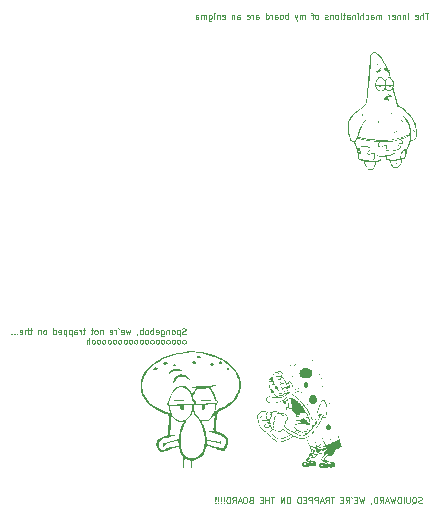
<source format=gbr>
%TF.GenerationSoftware,KiCad,Pcbnew,8.0.6-8.0.6-0~ubuntu24.04.1*%
%TF.CreationDate,2024-10-22T17:09:28-04:00*%
%TF.ProjectId,ta-expt-v2,74612d65-7870-4742-9d76-322e6b696361,rev?*%
%TF.SameCoordinates,Original*%
%TF.FileFunction,Legend,Bot*%
%TF.FilePolarity,Positive*%
%FSLAX46Y46*%
G04 Gerber Fmt 4.6, Leading zero omitted, Abs format (unit mm)*
G04 Created by KiCad (PCBNEW 8.0.6-8.0.6-0~ubuntu24.04.1) date 2024-10-22 17:09:28*
%MOMM*%
%LPD*%
G01*
G04 APERTURE LIST*
%ADD10C,0.125000*%
%ADD11C,0.000000*%
G04 APERTURE END LIST*
D10*
X170572525Y-128658500D02*
X170501097Y-128682309D01*
X170501097Y-128682309D02*
X170382049Y-128682309D01*
X170382049Y-128682309D02*
X170334430Y-128658500D01*
X170334430Y-128658500D02*
X170310621Y-128634690D01*
X170310621Y-128634690D02*
X170286811Y-128587071D01*
X170286811Y-128587071D02*
X170286811Y-128539452D01*
X170286811Y-128539452D02*
X170310621Y-128491833D01*
X170310621Y-128491833D02*
X170334430Y-128468023D01*
X170334430Y-128468023D02*
X170382049Y-128444214D01*
X170382049Y-128444214D02*
X170477287Y-128420404D01*
X170477287Y-128420404D02*
X170524906Y-128396595D01*
X170524906Y-128396595D02*
X170548716Y-128372785D01*
X170548716Y-128372785D02*
X170572525Y-128325166D01*
X170572525Y-128325166D02*
X170572525Y-128277547D01*
X170572525Y-128277547D02*
X170548716Y-128229928D01*
X170548716Y-128229928D02*
X170524906Y-128206119D01*
X170524906Y-128206119D02*
X170477287Y-128182309D01*
X170477287Y-128182309D02*
X170358240Y-128182309D01*
X170358240Y-128182309D02*
X170286811Y-128206119D01*
X169739193Y-128729928D02*
X169786812Y-128706119D01*
X169786812Y-128706119D02*
X169834431Y-128658500D01*
X169834431Y-128658500D02*
X169905859Y-128587071D01*
X169905859Y-128587071D02*
X169953478Y-128563261D01*
X169953478Y-128563261D02*
X170001097Y-128563261D01*
X169977288Y-128682309D02*
X170024907Y-128658500D01*
X170024907Y-128658500D02*
X170072526Y-128610880D01*
X170072526Y-128610880D02*
X170096335Y-128515642D01*
X170096335Y-128515642D02*
X170096335Y-128348976D01*
X170096335Y-128348976D02*
X170072526Y-128253738D01*
X170072526Y-128253738D02*
X170024907Y-128206119D01*
X170024907Y-128206119D02*
X169977288Y-128182309D01*
X169977288Y-128182309D02*
X169882050Y-128182309D01*
X169882050Y-128182309D02*
X169834431Y-128206119D01*
X169834431Y-128206119D02*
X169786812Y-128253738D01*
X169786812Y-128253738D02*
X169763002Y-128348976D01*
X169763002Y-128348976D02*
X169763002Y-128515642D01*
X169763002Y-128515642D02*
X169786812Y-128610880D01*
X169786812Y-128610880D02*
X169834431Y-128658500D01*
X169834431Y-128658500D02*
X169882050Y-128682309D01*
X169882050Y-128682309D02*
X169977288Y-128682309D01*
X169548716Y-128182309D02*
X169548716Y-128587071D01*
X169548716Y-128587071D02*
X169524906Y-128634690D01*
X169524906Y-128634690D02*
X169501097Y-128658500D01*
X169501097Y-128658500D02*
X169453478Y-128682309D01*
X169453478Y-128682309D02*
X169358240Y-128682309D01*
X169358240Y-128682309D02*
X169310621Y-128658500D01*
X169310621Y-128658500D02*
X169286811Y-128634690D01*
X169286811Y-128634690D02*
X169263002Y-128587071D01*
X169263002Y-128587071D02*
X169263002Y-128182309D01*
X169024906Y-128682309D02*
X169024906Y-128182309D01*
X168786811Y-128682309D02*
X168786811Y-128182309D01*
X168786811Y-128182309D02*
X168667763Y-128182309D01*
X168667763Y-128182309D02*
X168596335Y-128206119D01*
X168596335Y-128206119D02*
X168548716Y-128253738D01*
X168548716Y-128253738D02*
X168524906Y-128301357D01*
X168524906Y-128301357D02*
X168501097Y-128396595D01*
X168501097Y-128396595D02*
X168501097Y-128468023D01*
X168501097Y-128468023D02*
X168524906Y-128563261D01*
X168524906Y-128563261D02*
X168548716Y-128610880D01*
X168548716Y-128610880D02*
X168596335Y-128658500D01*
X168596335Y-128658500D02*
X168667763Y-128682309D01*
X168667763Y-128682309D02*
X168786811Y-128682309D01*
X168334430Y-128182309D02*
X168215382Y-128682309D01*
X168215382Y-128682309D02*
X168120144Y-128325166D01*
X168120144Y-128325166D02*
X168024906Y-128682309D01*
X168024906Y-128682309D02*
X167905859Y-128182309D01*
X167739191Y-128539452D02*
X167501096Y-128539452D01*
X167786810Y-128682309D02*
X167620144Y-128182309D01*
X167620144Y-128182309D02*
X167453477Y-128682309D01*
X167001097Y-128682309D02*
X167167763Y-128444214D01*
X167286811Y-128682309D02*
X167286811Y-128182309D01*
X167286811Y-128182309D02*
X167096335Y-128182309D01*
X167096335Y-128182309D02*
X167048716Y-128206119D01*
X167048716Y-128206119D02*
X167024906Y-128229928D01*
X167024906Y-128229928D02*
X167001097Y-128277547D01*
X167001097Y-128277547D02*
X167001097Y-128348976D01*
X167001097Y-128348976D02*
X167024906Y-128396595D01*
X167024906Y-128396595D02*
X167048716Y-128420404D01*
X167048716Y-128420404D02*
X167096335Y-128444214D01*
X167096335Y-128444214D02*
X167286811Y-128444214D01*
X166786811Y-128682309D02*
X166786811Y-128182309D01*
X166786811Y-128182309D02*
X166667763Y-128182309D01*
X166667763Y-128182309D02*
X166596335Y-128206119D01*
X166596335Y-128206119D02*
X166548716Y-128253738D01*
X166548716Y-128253738D02*
X166524906Y-128301357D01*
X166524906Y-128301357D02*
X166501097Y-128396595D01*
X166501097Y-128396595D02*
X166501097Y-128468023D01*
X166501097Y-128468023D02*
X166524906Y-128563261D01*
X166524906Y-128563261D02*
X166548716Y-128610880D01*
X166548716Y-128610880D02*
X166596335Y-128658500D01*
X166596335Y-128658500D02*
X166667763Y-128682309D01*
X166667763Y-128682309D02*
X166786811Y-128682309D01*
X166263001Y-128658500D02*
X166263001Y-128682309D01*
X166263001Y-128682309D02*
X166286811Y-128729928D01*
X166286811Y-128729928D02*
X166310620Y-128753738D01*
X165715383Y-128182309D02*
X165596335Y-128682309D01*
X165596335Y-128682309D02*
X165501097Y-128325166D01*
X165501097Y-128325166D02*
X165405859Y-128682309D01*
X165405859Y-128682309D02*
X165286812Y-128182309D01*
X165096335Y-128420404D02*
X164929668Y-128420404D01*
X164858240Y-128682309D02*
X165096335Y-128682309D01*
X165096335Y-128682309D02*
X165096335Y-128182309D01*
X165096335Y-128182309D02*
X164858240Y-128182309D01*
X164620144Y-128182309D02*
X164667763Y-128277547D01*
X164120145Y-128682309D02*
X164286811Y-128444214D01*
X164405859Y-128682309D02*
X164405859Y-128182309D01*
X164405859Y-128182309D02*
X164215383Y-128182309D01*
X164215383Y-128182309D02*
X164167764Y-128206119D01*
X164167764Y-128206119D02*
X164143954Y-128229928D01*
X164143954Y-128229928D02*
X164120145Y-128277547D01*
X164120145Y-128277547D02*
X164120145Y-128348976D01*
X164120145Y-128348976D02*
X164143954Y-128396595D01*
X164143954Y-128396595D02*
X164167764Y-128420404D01*
X164167764Y-128420404D02*
X164215383Y-128444214D01*
X164215383Y-128444214D02*
X164405859Y-128444214D01*
X163905859Y-128420404D02*
X163739192Y-128420404D01*
X163667764Y-128682309D02*
X163905859Y-128682309D01*
X163905859Y-128682309D02*
X163905859Y-128182309D01*
X163905859Y-128182309D02*
X163667764Y-128182309D01*
X163143954Y-128182309D02*
X162858240Y-128182309D01*
X163001097Y-128682309D02*
X163001097Y-128182309D01*
X162405860Y-128682309D02*
X162572526Y-128444214D01*
X162691574Y-128682309D02*
X162691574Y-128182309D01*
X162691574Y-128182309D02*
X162501098Y-128182309D01*
X162501098Y-128182309D02*
X162453479Y-128206119D01*
X162453479Y-128206119D02*
X162429669Y-128229928D01*
X162429669Y-128229928D02*
X162405860Y-128277547D01*
X162405860Y-128277547D02*
X162405860Y-128348976D01*
X162405860Y-128348976D02*
X162429669Y-128396595D01*
X162429669Y-128396595D02*
X162453479Y-128420404D01*
X162453479Y-128420404D02*
X162501098Y-128444214D01*
X162501098Y-128444214D02*
X162691574Y-128444214D01*
X162215383Y-128539452D02*
X161977288Y-128539452D01*
X162263002Y-128682309D02*
X162096336Y-128182309D01*
X162096336Y-128182309D02*
X161929669Y-128682309D01*
X161763003Y-128682309D02*
X161763003Y-128182309D01*
X161763003Y-128182309D02*
X161572527Y-128182309D01*
X161572527Y-128182309D02*
X161524908Y-128206119D01*
X161524908Y-128206119D02*
X161501098Y-128229928D01*
X161501098Y-128229928D02*
X161477289Y-128277547D01*
X161477289Y-128277547D02*
X161477289Y-128348976D01*
X161477289Y-128348976D02*
X161501098Y-128396595D01*
X161501098Y-128396595D02*
X161524908Y-128420404D01*
X161524908Y-128420404D02*
X161572527Y-128444214D01*
X161572527Y-128444214D02*
X161763003Y-128444214D01*
X161263003Y-128682309D02*
X161263003Y-128182309D01*
X161263003Y-128182309D02*
X161072527Y-128182309D01*
X161072527Y-128182309D02*
X161024908Y-128206119D01*
X161024908Y-128206119D02*
X161001098Y-128229928D01*
X161001098Y-128229928D02*
X160977289Y-128277547D01*
X160977289Y-128277547D02*
X160977289Y-128348976D01*
X160977289Y-128348976D02*
X161001098Y-128396595D01*
X161001098Y-128396595D02*
X161024908Y-128420404D01*
X161024908Y-128420404D02*
X161072527Y-128444214D01*
X161072527Y-128444214D02*
X161263003Y-128444214D01*
X160763003Y-128420404D02*
X160596336Y-128420404D01*
X160524908Y-128682309D02*
X160763003Y-128682309D01*
X160763003Y-128682309D02*
X160763003Y-128182309D01*
X160763003Y-128182309D02*
X160524908Y-128182309D01*
X160310622Y-128682309D02*
X160310622Y-128182309D01*
X160310622Y-128182309D02*
X160191574Y-128182309D01*
X160191574Y-128182309D02*
X160120146Y-128206119D01*
X160120146Y-128206119D02*
X160072527Y-128253738D01*
X160072527Y-128253738D02*
X160048717Y-128301357D01*
X160048717Y-128301357D02*
X160024908Y-128396595D01*
X160024908Y-128396595D02*
X160024908Y-128468023D01*
X160024908Y-128468023D02*
X160048717Y-128563261D01*
X160048717Y-128563261D02*
X160072527Y-128610880D01*
X160072527Y-128610880D02*
X160120146Y-128658500D01*
X160120146Y-128658500D02*
X160191574Y-128682309D01*
X160191574Y-128682309D02*
X160310622Y-128682309D01*
X159334432Y-128182309D02*
X159239194Y-128182309D01*
X159239194Y-128182309D02*
X159191575Y-128206119D01*
X159191575Y-128206119D02*
X159143956Y-128253738D01*
X159143956Y-128253738D02*
X159120146Y-128348976D01*
X159120146Y-128348976D02*
X159120146Y-128515642D01*
X159120146Y-128515642D02*
X159143956Y-128610880D01*
X159143956Y-128610880D02*
X159191575Y-128658500D01*
X159191575Y-128658500D02*
X159239194Y-128682309D01*
X159239194Y-128682309D02*
X159334432Y-128682309D01*
X159334432Y-128682309D02*
X159382051Y-128658500D01*
X159382051Y-128658500D02*
X159429670Y-128610880D01*
X159429670Y-128610880D02*
X159453479Y-128515642D01*
X159453479Y-128515642D02*
X159453479Y-128348976D01*
X159453479Y-128348976D02*
X159429670Y-128253738D01*
X159429670Y-128253738D02*
X159382051Y-128206119D01*
X159382051Y-128206119D02*
X159334432Y-128182309D01*
X158905860Y-128682309D02*
X158905860Y-128182309D01*
X158905860Y-128182309D02*
X158620146Y-128682309D01*
X158620146Y-128682309D02*
X158620146Y-128182309D01*
X158072526Y-128182309D02*
X157786812Y-128182309D01*
X157929669Y-128682309D02*
X157929669Y-128182309D01*
X157620146Y-128682309D02*
X157620146Y-128182309D01*
X157620146Y-128420404D02*
X157334432Y-128420404D01*
X157334432Y-128682309D02*
X157334432Y-128182309D01*
X157096336Y-128420404D02*
X156929669Y-128420404D01*
X156858241Y-128682309D02*
X157096336Y-128682309D01*
X157096336Y-128682309D02*
X157096336Y-128182309D01*
X157096336Y-128182309D02*
X156858241Y-128182309D01*
X156096336Y-128420404D02*
X156024908Y-128444214D01*
X156024908Y-128444214D02*
X156001098Y-128468023D01*
X156001098Y-128468023D02*
X155977289Y-128515642D01*
X155977289Y-128515642D02*
X155977289Y-128587071D01*
X155977289Y-128587071D02*
X156001098Y-128634690D01*
X156001098Y-128634690D02*
X156024908Y-128658500D01*
X156024908Y-128658500D02*
X156072527Y-128682309D01*
X156072527Y-128682309D02*
X156263003Y-128682309D01*
X156263003Y-128682309D02*
X156263003Y-128182309D01*
X156263003Y-128182309D02*
X156096336Y-128182309D01*
X156096336Y-128182309D02*
X156048717Y-128206119D01*
X156048717Y-128206119D02*
X156024908Y-128229928D01*
X156024908Y-128229928D02*
X156001098Y-128277547D01*
X156001098Y-128277547D02*
X156001098Y-128325166D01*
X156001098Y-128325166D02*
X156024908Y-128372785D01*
X156024908Y-128372785D02*
X156048717Y-128396595D01*
X156048717Y-128396595D02*
X156096336Y-128420404D01*
X156096336Y-128420404D02*
X156263003Y-128420404D01*
X155667765Y-128182309D02*
X155572527Y-128182309D01*
X155572527Y-128182309D02*
X155524908Y-128206119D01*
X155524908Y-128206119D02*
X155477289Y-128253738D01*
X155477289Y-128253738D02*
X155453479Y-128348976D01*
X155453479Y-128348976D02*
X155453479Y-128515642D01*
X155453479Y-128515642D02*
X155477289Y-128610880D01*
X155477289Y-128610880D02*
X155524908Y-128658500D01*
X155524908Y-128658500D02*
X155572527Y-128682309D01*
X155572527Y-128682309D02*
X155667765Y-128682309D01*
X155667765Y-128682309D02*
X155715384Y-128658500D01*
X155715384Y-128658500D02*
X155763003Y-128610880D01*
X155763003Y-128610880D02*
X155786812Y-128515642D01*
X155786812Y-128515642D02*
X155786812Y-128348976D01*
X155786812Y-128348976D02*
X155763003Y-128253738D01*
X155763003Y-128253738D02*
X155715384Y-128206119D01*
X155715384Y-128206119D02*
X155667765Y-128182309D01*
X155263002Y-128539452D02*
X155024907Y-128539452D01*
X155310621Y-128682309D02*
X155143955Y-128182309D01*
X155143955Y-128182309D02*
X154977288Y-128682309D01*
X154524908Y-128682309D02*
X154691574Y-128444214D01*
X154810622Y-128682309D02*
X154810622Y-128182309D01*
X154810622Y-128182309D02*
X154620146Y-128182309D01*
X154620146Y-128182309D02*
X154572527Y-128206119D01*
X154572527Y-128206119D02*
X154548717Y-128229928D01*
X154548717Y-128229928D02*
X154524908Y-128277547D01*
X154524908Y-128277547D02*
X154524908Y-128348976D01*
X154524908Y-128348976D02*
X154548717Y-128396595D01*
X154548717Y-128396595D02*
X154572527Y-128420404D01*
X154572527Y-128420404D02*
X154620146Y-128444214D01*
X154620146Y-128444214D02*
X154810622Y-128444214D01*
X154310622Y-128682309D02*
X154310622Y-128182309D01*
X154310622Y-128182309D02*
X154191574Y-128182309D01*
X154191574Y-128182309D02*
X154120146Y-128206119D01*
X154120146Y-128206119D02*
X154072527Y-128253738D01*
X154072527Y-128253738D02*
X154048717Y-128301357D01*
X154048717Y-128301357D02*
X154024908Y-128396595D01*
X154024908Y-128396595D02*
X154024908Y-128468023D01*
X154024908Y-128468023D02*
X154048717Y-128563261D01*
X154048717Y-128563261D02*
X154072527Y-128610880D01*
X154072527Y-128610880D02*
X154120146Y-128658500D01*
X154120146Y-128658500D02*
X154191574Y-128682309D01*
X154191574Y-128682309D02*
X154310622Y-128682309D01*
X153810622Y-128634690D02*
X153786812Y-128658500D01*
X153786812Y-128658500D02*
X153810622Y-128682309D01*
X153810622Y-128682309D02*
X153834431Y-128658500D01*
X153834431Y-128658500D02*
X153810622Y-128634690D01*
X153810622Y-128634690D02*
X153810622Y-128682309D01*
X153810622Y-128491833D02*
X153834431Y-128206119D01*
X153834431Y-128206119D02*
X153810622Y-128182309D01*
X153810622Y-128182309D02*
X153786812Y-128206119D01*
X153786812Y-128206119D02*
X153810622Y-128491833D01*
X153810622Y-128491833D02*
X153810622Y-128182309D01*
X153572527Y-128634690D02*
X153548717Y-128658500D01*
X153548717Y-128658500D02*
X153572527Y-128682309D01*
X153572527Y-128682309D02*
X153596336Y-128658500D01*
X153596336Y-128658500D02*
X153572527Y-128634690D01*
X153572527Y-128634690D02*
X153572527Y-128682309D01*
X153572527Y-128491833D02*
X153596336Y-128206119D01*
X153596336Y-128206119D02*
X153572527Y-128182309D01*
X153572527Y-128182309D02*
X153548717Y-128206119D01*
X153548717Y-128206119D02*
X153572527Y-128491833D01*
X153572527Y-128491833D02*
X153572527Y-128182309D01*
X153334432Y-128634690D02*
X153310622Y-128658500D01*
X153310622Y-128658500D02*
X153334432Y-128682309D01*
X153334432Y-128682309D02*
X153358241Y-128658500D01*
X153358241Y-128658500D02*
X153334432Y-128634690D01*
X153334432Y-128634690D02*
X153334432Y-128682309D01*
X153334432Y-128491833D02*
X153358241Y-128206119D01*
X153358241Y-128206119D02*
X153334432Y-128182309D01*
X153334432Y-128182309D02*
X153310622Y-128206119D01*
X153310622Y-128206119D02*
X153334432Y-128491833D01*
X153334432Y-128491833D02*
X153334432Y-128182309D01*
X153096337Y-128634690D02*
X153072527Y-128658500D01*
X153072527Y-128658500D02*
X153096337Y-128682309D01*
X153096337Y-128682309D02*
X153120146Y-128658500D01*
X153120146Y-128658500D02*
X153096337Y-128634690D01*
X153096337Y-128634690D02*
X153096337Y-128682309D01*
X153096337Y-128491833D02*
X153120146Y-128206119D01*
X153120146Y-128206119D02*
X153096337Y-128182309D01*
X153096337Y-128182309D02*
X153072527Y-128206119D01*
X153072527Y-128206119D02*
X153096337Y-128491833D01*
X153096337Y-128491833D02*
X153096337Y-128182309D01*
X171120144Y-87182309D02*
X170834430Y-87182309D01*
X170977287Y-87682309D02*
X170977287Y-87182309D01*
X170667764Y-87682309D02*
X170667764Y-87182309D01*
X170453478Y-87682309D02*
X170453478Y-87420404D01*
X170453478Y-87420404D02*
X170477288Y-87372785D01*
X170477288Y-87372785D02*
X170524907Y-87348976D01*
X170524907Y-87348976D02*
X170596335Y-87348976D01*
X170596335Y-87348976D02*
X170643954Y-87372785D01*
X170643954Y-87372785D02*
X170667764Y-87396595D01*
X170024907Y-87658500D02*
X170072526Y-87682309D01*
X170072526Y-87682309D02*
X170167764Y-87682309D01*
X170167764Y-87682309D02*
X170215383Y-87658500D01*
X170215383Y-87658500D02*
X170239192Y-87610880D01*
X170239192Y-87610880D02*
X170239192Y-87420404D01*
X170239192Y-87420404D02*
X170215383Y-87372785D01*
X170215383Y-87372785D02*
X170167764Y-87348976D01*
X170167764Y-87348976D02*
X170072526Y-87348976D01*
X170072526Y-87348976D02*
X170024907Y-87372785D01*
X170024907Y-87372785D02*
X170001097Y-87420404D01*
X170001097Y-87420404D02*
X170001097Y-87468023D01*
X170001097Y-87468023D02*
X170239192Y-87515642D01*
X169405860Y-87682309D02*
X169405860Y-87348976D01*
X169405860Y-87182309D02*
X169429669Y-87206119D01*
X169429669Y-87206119D02*
X169405860Y-87229928D01*
X169405860Y-87229928D02*
X169382050Y-87206119D01*
X169382050Y-87206119D02*
X169405860Y-87182309D01*
X169405860Y-87182309D02*
X169405860Y-87229928D01*
X169167765Y-87348976D02*
X169167765Y-87682309D01*
X169167765Y-87396595D02*
X169143955Y-87372785D01*
X169143955Y-87372785D02*
X169096336Y-87348976D01*
X169096336Y-87348976D02*
X169024908Y-87348976D01*
X169024908Y-87348976D02*
X168977289Y-87372785D01*
X168977289Y-87372785D02*
X168953479Y-87420404D01*
X168953479Y-87420404D02*
X168953479Y-87682309D01*
X168715384Y-87348976D02*
X168715384Y-87682309D01*
X168715384Y-87396595D02*
X168691574Y-87372785D01*
X168691574Y-87372785D02*
X168643955Y-87348976D01*
X168643955Y-87348976D02*
X168572527Y-87348976D01*
X168572527Y-87348976D02*
X168524908Y-87372785D01*
X168524908Y-87372785D02*
X168501098Y-87420404D01*
X168501098Y-87420404D02*
X168501098Y-87682309D01*
X168072527Y-87658500D02*
X168120146Y-87682309D01*
X168120146Y-87682309D02*
X168215384Y-87682309D01*
X168215384Y-87682309D02*
X168263003Y-87658500D01*
X168263003Y-87658500D02*
X168286812Y-87610880D01*
X168286812Y-87610880D02*
X168286812Y-87420404D01*
X168286812Y-87420404D02*
X168263003Y-87372785D01*
X168263003Y-87372785D02*
X168215384Y-87348976D01*
X168215384Y-87348976D02*
X168120146Y-87348976D01*
X168120146Y-87348976D02*
X168072527Y-87372785D01*
X168072527Y-87372785D02*
X168048717Y-87420404D01*
X168048717Y-87420404D02*
X168048717Y-87468023D01*
X168048717Y-87468023D02*
X168286812Y-87515642D01*
X167834432Y-87682309D02*
X167834432Y-87348976D01*
X167834432Y-87444214D02*
X167810622Y-87396595D01*
X167810622Y-87396595D02*
X167786813Y-87372785D01*
X167786813Y-87372785D02*
X167739194Y-87348976D01*
X167739194Y-87348976D02*
X167691575Y-87348976D01*
X167143956Y-87682309D02*
X167143956Y-87348976D01*
X167143956Y-87396595D02*
X167120146Y-87372785D01*
X167120146Y-87372785D02*
X167072527Y-87348976D01*
X167072527Y-87348976D02*
X167001099Y-87348976D01*
X167001099Y-87348976D02*
X166953480Y-87372785D01*
X166953480Y-87372785D02*
X166929670Y-87420404D01*
X166929670Y-87420404D02*
X166929670Y-87682309D01*
X166929670Y-87420404D02*
X166905861Y-87372785D01*
X166905861Y-87372785D02*
X166858242Y-87348976D01*
X166858242Y-87348976D02*
X166786813Y-87348976D01*
X166786813Y-87348976D02*
X166739194Y-87372785D01*
X166739194Y-87372785D02*
X166715384Y-87420404D01*
X166715384Y-87420404D02*
X166715384Y-87682309D01*
X166263003Y-87682309D02*
X166263003Y-87420404D01*
X166263003Y-87420404D02*
X166286813Y-87372785D01*
X166286813Y-87372785D02*
X166334432Y-87348976D01*
X166334432Y-87348976D02*
X166429670Y-87348976D01*
X166429670Y-87348976D02*
X166477289Y-87372785D01*
X166263003Y-87658500D02*
X166310622Y-87682309D01*
X166310622Y-87682309D02*
X166429670Y-87682309D01*
X166429670Y-87682309D02*
X166477289Y-87658500D01*
X166477289Y-87658500D02*
X166501098Y-87610880D01*
X166501098Y-87610880D02*
X166501098Y-87563261D01*
X166501098Y-87563261D02*
X166477289Y-87515642D01*
X166477289Y-87515642D02*
X166429670Y-87491833D01*
X166429670Y-87491833D02*
X166310622Y-87491833D01*
X166310622Y-87491833D02*
X166263003Y-87468023D01*
X165810622Y-87658500D02*
X165858241Y-87682309D01*
X165858241Y-87682309D02*
X165953479Y-87682309D01*
X165953479Y-87682309D02*
X166001098Y-87658500D01*
X166001098Y-87658500D02*
X166024908Y-87634690D01*
X166024908Y-87634690D02*
X166048717Y-87587071D01*
X166048717Y-87587071D02*
X166048717Y-87444214D01*
X166048717Y-87444214D02*
X166024908Y-87396595D01*
X166024908Y-87396595D02*
X166001098Y-87372785D01*
X166001098Y-87372785D02*
X165953479Y-87348976D01*
X165953479Y-87348976D02*
X165858241Y-87348976D01*
X165858241Y-87348976D02*
X165810622Y-87372785D01*
X165596337Y-87682309D02*
X165596337Y-87182309D01*
X165382051Y-87682309D02*
X165382051Y-87420404D01*
X165382051Y-87420404D02*
X165405861Y-87372785D01*
X165405861Y-87372785D02*
X165453480Y-87348976D01*
X165453480Y-87348976D02*
X165524908Y-87348976D01*
X165524908Y-87348976D02*
X165572527Y-87372785D01*
X165572527Y-87372785D02*
X165596337Y-87396595D01*
X165143956Y-87682309D02*
X165143956Y-87348976D01*
X165143956Y-87182309D02*
X165167765Y-87206119D01*
X165167765Y-87206119D02*
X165143956Y-87229928D01*
X165143956Y-87229928D02*
X165120146Y-87206119D01*
X165120146Y-87206119D02*
X165143956Y-87182309D01*
X165143956Y-87182309D02*
X165143956Y-87229928D01*
X164905861Y-87348976D02*
X164905861Y-87682309D01*
X164905861Y-87396595D02*
X164882051Y-87372785D01*
X164882051Y-87372785D02*
X164834432Y-87348976D01*
X164834432Y-87348976D02*
X164763004Y-87348976D01*
X164763004Y-87348976D02*
X164715385Y-87372785D01*
X164715385Y-87372785D02*
X164691575Y-87420404D01*
X164691575Y-87420404D02*
X164691575Y-87682309D01*
X164239194Y-87682309D02*
X164239194Y-87420404D01*
X164239194Y-87420404D02*
X164263004Y-87372785D01*
X164263004Y-87372785D02*
X164310623Y-87348976D01*
X164310623Y-87348976D02*
X164405861Y-87348976D01*
X164405861Y-87348976D02*
X164453480Y-87372785D01*
X164239194Y-87658500D02*
X164286813Y-87682309D01*
X164286813Y-87682309D02*
X164405861Y-87682309D01*
X164405861Y-87682309D02*
X164453480Y-87658500D01*
X164453480Y-87658500D02*
X164477289Y-87610880D01*
X164477289Y-87610880D02*
X164477289Y-87563261D01*
X164477289Y-87563261D02*
X164453480Y-87515642D01*
X164453480Y-87515642D02*
X164405861Y-87491833D01*
X164405861Y-87491833D02*
X164286813Y-87491833D01*
X164286813Y-87491833D02*
X164239194Y-87468023D01*
X164072527Y-87348976D02*
X163882051Y-87348976D01*
X164001099Y-87182309D02*
X164001099Y-87610880D01*
X164001099Y-87610880D02*
X163977289Y-87658500D01*
X163977289Y-87658500D02*
X163929670Y-87682309D01*
X163929670Y-87682309D02*
X163882051Y-87682309D01*
X163715385Y-87682309D02*
X163715385Y-87348976D01*
X163715385Y-87182309D02*
X163739194Y-87206119D01*
X163739194Y-87206119D02*
X163715385Y-87229928D01*
X163715385Y-87229928D02*
X163691575Y-87206119D01*
X163691575Y-87206119D02*
X163715385Y-87182309D01*
X163715385Y-87182309D02*
X163715385Y-87229928D01*
X163405861Y-87682309D02*
X163453480Y-87658500D01*
X163453480Y-87658500D02*
X163477290Y-87634690D01*
X163477290Y-87634690D02*
X163501099Y-87587071D01*
X163501099Y-87587071D02*
X163501099Y-87444214D01*
X163501099Y-87444214D02*
X163477290Y-87396595D01*
X163477290Y-87396595D02*
X163453480Y-87372785D01*
X163453480Y-87372785D02*
X163405861Y-87348976D01*
X163405861Y-87348976D02*
X163334433Y-87348976D01*
X163334433Y-87348976D02*
X163286814Y-87372785D01*
X163286814Y-87372785D02*
X163263004Y-87396595D01*
X163263004Y-87396595D02*
X163239195Y-87444214D01*
X163239195Y-87444214D02*
X163239195Y-87587071D01*
X163239195Y-87587071D02*
X163263004Y-87634690D01*
X163263004Y-87634690D02*
X163286814Y-87658500D01*
X163286814Y-87658500D02*
X163334433Y-87682309D01*
X163334433Y-87682309D02*
X163405861Y-87682309D01*
X163024909Y-87348976D02*
X163024909Y-87682309D01*
X163024909Y-87396595D02*
X163001099Y-87372785D01*
X163001099Y-87372785D02*
X162953480Y-87348976D01*
X162953480Y-87348976D02*
X162882052Y-87348976D01*
X162882052Y-87348976D02*
X162834433Y-87372785D01*
X162834433Y-87372785D02*
X162810623Y-87420404D01*
X162810623Y-87420404D02*
X162810623Y-87682309D01*
X162596337Y-87658500D02*
X162548718Y-87682309D01*
X162548718Y-87682309D02*
X162453480Y-87682309D01*
X162453480Y-87682309D02*
X162405861Y-87658500D01*
X162405861Y-87658500D02*
X162382052Y-87610880D01*
X162382052Y-87610880D02*
X162382052Y-87587071D01*
X162382052Y-87587071D02*
X162405861Y-87539452D01*
X162405861Y-87539452D02*
X162453480Y-87515642D01*
X162453480Y-87515642D02*
X162524909Y-87515642D01*
X162524909Y-87515642D02*
X162572528Y-87491833D01*
X162572528Y-87491833D02*
X162596337Y-87444214D01*
X162596337Y-87444214D02*
X162596337Y-87420404D01*
X162596337Y-87420404D02*
X162572528Y-87372785D01*
X162572528Y-87372785D02*
X162524909Y-87348976D01*
X162524909Y-87348976D02*
X162453480Y-87348976D01*
X162453480Y-87348976D02*
X162405861Y-87372785D01*
X161715385Y-87682309D02*
X161763004Y-87658500D01*
X161763004Y-87658500D02*
X161786814Y-87634690D01*
X161786814Y-87634690D02*
X161810623Y-87587071D01*
X161810623Y-87587071D02*
X161810623Y-87444214D01*
X161810623Y-87444214D02*
X161786814Y-87396595D01*
X161786814Y-87396595D02*
X161763004Y-87372785D01*
X161763004Y-87372785D02*
X161715385Y-87348976D01*
X161715385Y-87348976D02*
X161643957Y-87348976D01*
X161643957Y-87348976D02*
X161596338Y-87372785D01*
X161596338Y-87372785D02*
X161572528Y-87396595D01*
X161572528Y-87396595D02*
X161548719Y-87444214D01*
X161548719Y-87444214D02*
X161548719Y-87587071D01*
X161548719Y-87587071D02*
X161572528Y-87634690D01*
X161572528Y-87634690D02*
X161596338Y-87658500D01*
X161596338Y-87658500D02*
X161643957Y-87682309D01*
X161643957Y-87682309D02*
X161715385Y-87682309D01*
X161405861Y-87348976D02*
X161215385Y-87348976D01*
X161334433Y-87682309D02*
X161334433Y-87253738D01*
X161334433Y-87253738D02*
X161310623Y-87206119D01*
X161310623Y-87206119D02*
X161263004Y-87182309D01*
X161263004Y-87182309D02*
X161215385Y-87182309D01*
X160667767Y-87682309D02*
X160667767Y-87348976D01*
X160667767Y-87396595D02*
X160643957Y-87372785D01*
X160643957Y-87372785D02*
X160596338Y-87348976D01*
X160596338Y-87348976D02*
X160524910Y-87348976D01*
X160524910Y-87348976D02*
X160477291Y-87372785D01*
X160477291Y-87372785D02*
X160453481Y-87420404D01*
X160453481Y-87420404D02*
X160453481Y-87682309D01*
X160453481Y-87420404D02*
X160429672Y-87372785D01*
X160429672Y-87372785D02*
X160382053Y-87348976D01*
X160382053Y-87348976D02*
X160310624Y-87348976D01*
X160310624Y-87348976D02*
X160263005Y-87372785D01*
X160263005Y-87372785D02*
X160239195Y-87420404D01*
X160239195Y-87420404D02*
X160239195Y-87682309D01*
X160048719Y-87348976D02*
X159929671Y-87682309D01*
X159810624Y-87348976D02*
X159929671Y-87682309D01*
X159929671Y-87682309D02*
X159977290Y-87801357D01*
X159977290Y-87801357D02*
X160001100Y-87825166D01*
X160001100Y-87825166D02*
X160048719Y-87848976D01*
X159239196Y-87682309D02*
X159239196Y-87182309D01*
X159239196Y-87372785D02*
X159191577Y-87348976D01*
X159191577Y-87348976D02*
X159096339Y-87348976D01*
X159096339Y-87348976D02*
X159048720Y-87372785D01*
X159048720Y-87372785D02*
X159024910Y-87396595D01*
X159024910Y-87396595D02*
X159001101Y-87444214D01*
X159001101Y-87444214D02*
X159001101Y-87587071D01*
X159001101Y-87587071D02*
X159024910Y-87634690D01*
X159024910Y-87634690D02*
X159048720Y-87658500D01*
X159048720Y-87658500D02*
X159096339Y-87682309D01*
X159096339Y-87682309D02*
X159191577Y-87682309D01*
X159191577Y-87682309D02*
X159239196Y-87658500D01*
X158715386Y-87682309D02*
X158763005Y-87658500D01*
X158763005Y-87658500D02*
X158786815Y-87634690D01*
X158786815Y-87634690D02*
X158810624Y-87587071D01*
X158810624Y-87587071D02*
X158810624Y-87444214D01*
X158810624Y-87444214D02*
X158786815Y-87396595D01*
X158786815Y-87396595D02*
X158763005Y-87372785D01*
X158763005Y-87372785D02*
X158715386Y-87348976D01*
X158715386Y-87348976D02*
X158643958Y-87348976D01*
X158643958Y-87348976D02*
X158596339Y-87372785D01*
X158596339Y-87372785D02*
X158572529Y-87396595D01*
X158572529Y-87396595D02*
X158548720Y-87444214D01*
X158548720Y-87444214D02*
X158548720Y-87587071D01*
X158548720Y-87587071D02*
X158572529Y-87634690D01*
X158572529Y-87634690D02*
X158596339Y-87658500D01*
X158596339Y-87658500D02*
X158643958Y-87682309D01*
X158643958Y-87682309D02*
X158715386Y-87682309D01*
X158120148Y-87682309D02*
X158120148Y-87420404D01*
X158120148Y-87420404D02*
X158143958Y-87372785D01*
X158143958Y-87372785D02*
X158191577Y-87348976D01*
X158191577Y-87348976D02*
X158286815Y-87348976D01*
X158286815Y-87348976D02*
X158334434Y-87372785D01*
X158120148Y-87658500D02*
X158167767Y-87682309D01*
X158167767Y-87682309D02*
X158286815Y-87682309D01*
X158286815Y-87682309D02*
X158334434Y-87658500D01*
X158334434Y-87658500D02*
X158358243Y-87610880D01*
X158358243Y-87610880D02*
X158358243Y-87563261D01*
X158358243Y-87563261D02*
X158334434Y-87515642D01*
X158334434Y-87515642D02*
X158286815Y-87491833D01*
X158286815Y-87491833D02*
X158167767Y-87491833D01*
X158167767Y-87491833D02*
X158120148Y-87468023D01*
X157882053Y-87682309D02*
X157882053Y-87348976D01*
X157882053Y-87444214D02*
X157858243Y-87396595D01*
X157858243Y-87396595D02*
X157834434Y-87372785D01*
X157834434Y-87372785D02*
X157786815Y-87348976D01*
X157786815Y-87348976D02*
X157739196Y-87348976D01*
X157358243Y-87682309D02*
X157358243Y-87182309D01*
X157358243Y-87658500D02*
X157405862Y-87682309D01*
X157405862Y-87682309D02*
X157501100Y-87682309D01*
X157501100Y-87682309D02*
X157548719Y-87658500D01*
X157548719Y-87658500D02*
X157572529Y-87634690D01*
X157572529Y-87634690D02*
X157596338Y-87587071D01*
X157596338Y-87587071D02*
X157596338Y-87444214D01*
X157596338Y-87444214D02*
X157572529Y-87396595D01*
X157572529Y-87396595D02*
X157548719Y-87372785D01*
X157548719Y-87372785D02*
X157501100Y-87348976D01*
X157501100Y-87348976D02*
X157405862Y-87348976D01*
X157405862Y-87348976D02*
X157358243Y-87372785D01*
X156524910Y-87682309D02*
X156524910Y-87420404D01*
X156524910Y-87420404D02*
X156548720Y-87372785D01*
X156548720Y-87372785D02*
X156596339Y-87348976D01*
X156596339Y-87348976D02*
X156691577Y-87348976D01*
X156691577Y-87348976D02*
X156739196Y-87372785D01*
X156524910Y-87658500D02*
X156572529Y-87682309D01*
X156572529Y-87682309D02*
X156691577Y-87682309D01*
X156691577Y-87682309D02*
X156739196Y-87658500D01*
X156739196Y-87658500D02*
X156763005Y-87610880D01*
X156763005Y-87610880D02*
X156763005Y-87563261D01*
X156763005Y-87563261D02*
X156739196Y-87515642D01*
X156739196Y-87515642D02*
X156691577Y-87491833D01*
X156691577Y-87491833D02*
X156572529Y-87491833D01*
X156572529Y-87491833D02*
X156524910Y-87468023D01*
X156286815Y-87682309D02*
X156286815Y-87348976D01*
X156286815Y-87444214D02*
X156263005Y-87396595D01*
X156263005Y-87396595D02*
X156239196Y-87372785D01*
X156239196Y-87372785D02*
X156191577Y-87348976D01*
X156191577Y-87348976D02*
X156143958Y-87348976D01*
X155786815Y-87658500D02*
X155834434Y-87682309D01*
X155834434Y-87682309D02*
X155929672Y-87682309D01*
X155929672Y-87682309D02*
X155977291Y-87658500D01*
X155977291Y-87658500D02*
X156001100Y-87610880D01*
X156001100Y-87610880D02*
X156001100Y-87420404D01*
X156001100Y-87420404D02*
X155977291Y-87372785D01*
X155977291Y-87372785D02*
X155929672Y-87348976D01*
X155929672Y-87348976D02*
X155834434Y-87348976D01*
X155834434Y-87348976D02*
X155786815Y-87372785D01*
X155786815Y-87372785D02*
X155763005Y-87420404D01*
X155763005Y-87420404D02*
X155763005Y-87468023D01*
X155763005Y-87468023D02*
X156001100Y-87515642D01*
X154953482Y-87682309D02*
X154953482Y-87420404D01*
X154953482Y-87420404D02*
X154977292Y-87372785D01*
X154977292Y-87372785D02*
X155024911Y-87348976D01*
X155024911Y-87348976D02*
X155120149Y-87348976D01*
X155120149Y-87348976D02*
X155167768Y-87372785D01*
X154953482Y-87658500D02*
X155001101Y-87682309D01*
X155001101Y-87682309D02*
X155120149Y-87682309D01*
X155120149Y-87682309D02*
X155167768Y-87658500D01*
X155167768Y-87658500D02*
X155191577Y-87610880D01*
X155191577Y-87610880D02*
X155191577Y-87563261D01*
X155191577Y-87563261D02*
X155167768Y-87515642D01*
X155167768Y-87515642D02*
X155120149Y-87491833D01*
X155120149Y-87491833D02*
X155001101Y-87491833D01*
X155001101Y-87491833D02*
X154953482Y-87468023D01*
X154715387Y-87348976D02*
X154715387Y-87682309D01*
X154715387Y-87396595D02*
X154691577Y-87372785D01*
X154691577Y-87372785D02*
X154643958Y-87348976D01*
X154643958Y-87348976D02*
X154572530Y-87348976D01*
X154572530Y-87348976D02*
X154524911Y-87372785D01*
X154524911Y-87372785D02*
X154501101Y-87420404D01*
X154501101Y-87420404D02*
X154501101Y-87682309D01*
X153691578Y-87658500D02*
X153739197Y-87682309D01*
X153739197Y-87682309D02*
X153834435Y-87682309D01*
X153834435Y-87682309D02*
X153882054Y-87658500D01*
X153882054Y-87658500D02*
X153905863Y-87610880D01*
X153905863Y-87610880D02*
X153905863Y-87420404D01*
X153905863Y-87420404D02*
X153882054Y-87372785D01*
X153882054Y-87372785D02*
X153834435Y-87348976D01*
X153834435Y-87348976D02*
X153739197Y-87348976D01*
X153739197Y-87348976D02*
X153691578Y-87372785D01*
X153691578Y-87372785D02*
X153667768Y-87420404D01*
X153667768Y-87420404D02*
X153667768Y-87468023D01*
X153667768Y-87468023D02*
X153905863Y-87515642D01*
X153453483Y-87348976D02*
X153453483Y-87682309D01*
X153453483Y-87396595D02*
X153429673Y-87372785D01*
X153429673Y-87372785D02*
X153382054Y-87348976D01*
X153382054Y-87348976D02*
X153310626Y-87348976D01*
X153310626Y-87348976D02*
X153263007Y-87372785D01*
X153263007Y-87372785D02*
X153239197Y-87420404D01*
X153239197Y-87420404D02*
X153239197Y-87682309D01*
X153001102Y-87682309D02*
X153001102Y-87348976D01*
X153001102Y-87182309D02*
X153024911Y-87206119D01*
X153024911Y-87206119D02*
X153001102Y-87229928D01*
X153001102Y-87229928D02*
X152977292Y-87206119D01*
X152977292Y-87206119D02*
X153001102Y-87182309D01*
X153001102Y-87182309D02*
X153001102Y-87229928D01*
X152548721Y-87348976D02*
X152548721Y-87753738D01*
X152548721Y-87753738D02*
X152572531Y-87801357D01*
X152572531Y-87801357D02*
X152596340Y-87825166D01*
X152596340Y-87825166D02*
X152643959Y-87848976D01*
X152643959Y-87848976D02*
X152715388Y-87848976D01*
X152715388Y-87848976D02*
X152763007Y-87825166D01*
X152548721Y-87658500D02*
X152596340Y-87682309D01*
X152596340Y-87682309D02*
X152691578Y-87682309D01*
X152691578Y-87682309D02*
X152739197Y-87658500D01*
X152739197Y-87658500D02*
X152763007Y-87634690D01*
X152763007Y-87634690D02*
X152786816Y-87587071D01*
X152786816Y-87587071D02*
X152786816Y-87444214D01*
X152786816Y-87444214D02*
X152763007Y-87396595D01*
X152763007Y-87396595D02*
X152739197Y-87372785D01*
X152739197Y-87372785D02*
X152691578Y-87348976D01*
X152691578Y-87348976D02*
X152596340Y-87348976D01*
X152596340Y-87348976D02*
X152548721Y-87372785D01*
X152310626Y-87682309D02*
X152310626Y-87348976D01*
X152310626Y-87396595D02*
X152286816Y-87372785D01*
X152286816Y-87372785D02*
X152239197Y-87348976D01*
X152239197Y-87348976D02*
X152167769Y-87348976D01*
X152167769Y-87348976D02*
X152120150Y-87372785D01*
X152120150Y-87372785D02*
X152096340Y-87420404D01*
X152096340Y-87420404D02*
X152096340Y-87682309D01*
X152096340Y-87420404D02*
X152072531Y-87372785D01*
X152072531Y-87372785D02*
X152024912Y-87348976D01*
X152024912Y-87348976D02*
X151953483Y-87348976D01*
X151953483Y-87348976D02*
X151905864Y-87372785D01*
X151905864Y-87372785D02*
X151882054Y-87420404D01*
X151882054Y-87420404D02*
X151882054Y-87682309D01*
X151429673Y-87682309D02*
X151429673Y-87420404D01*
X151429673Y-87420404D02*
X151453483Y-87372785D01*
X151453483Y-87372785D02*
X151501102Y-87348976D01*
X151501102Y-87348976D02*
X151596340Y-87348976D01*
X151596340Y-87348976D02*
X151643959Y-87372785D01*
X151429673Y-87658500D02*
X151477292Y-87682309D01*
X151477292Y-87682309D02*
X151596340Y-87682309D01*
X151596340Y-87682309D02*
X151643959Y-87658500D01*
X151643959Y-87658500D02*
X151667768Y-87610880D01*
X151667768Y-87610880D02*
X151667768Y-87563261D01*
X151667768Y-87563261D02*
X151643959Y-87515642D01*
X151643959Y-87515642D02*
X151596340Y-87491833D01*
X151596340Y-87491833D02*
X151477292Y-87491833D01*
X151477292Y-87491833D02*
X151429673Y-87468023D01*
X150572525Y-114353528D02*
X150501097Y-114377337D01*
X150501097Y-114377337D02*
X150382049Y-114377337D01*
X150382049Y-114377337D02*
X150334430Y-114353528D01*
X150334430Y-114353528D02*
X150310621Y-114329718D01*
X150310621Y-114329718D02*
X150286811Y-114282099D01*
X150286811Y-114282099D02*
X150286811Y-114234480D01*
X150286811Y-114234480D02*
X150310621Y-114186861D01*
X150310621Y-114186861D02*
X150334430Y-114163051D01*
X150334430Y-114163051D02*
X150382049Y-114139242D01*
X150382049Y-114139242D02*
X150477287Y-114115432D01*
X150477287Y-114115432D02*
X150524906Y-114091623D01*
X150524906Y-114091623D02*
X150548716Y-114067813D01*
X150548716Y-114067813D02*
X150572525Y-114020194D01*
X150572525Y-114020194D02*
X150572525Y-113972575D01*
X150572525Y-113972575D02*
X150548716Y-113924956D01*
X150548716Y-113924956D02*
X150524906Y-113901147D01*
X150524906Y-113901147D02*
X150477287Y-113877337D01*
X150477287Y-113877337D02*
X150358240Y-113877337D01*
X150358240Y-113877337D02*
X150286811Y-113901147D01*
X150072526Y-114044004D02*
X150072526Y-114544004D01*
X150072526Y-114067813D02*
X150024907Y-114044004D01*
X150024907Y-114044004D02*
X149929669Y-114044004D01*
X149929669Y-114044004D02*
X149882050Y-114067813D01*
X149882050Y-114067813D02*
X149858240Y-114091623D01*
X149858240Y-114091623D02*
X149834431Y-114139242D01*
X149834431Y-114139242D02*
X149834431Y-114282099D01*
X149834431Y-114282099D02*
X149858240Y-114329718D01*
X149858240Y-114329718D02*
X149882050Y-114353528D01*
X149882050Y-114353528D02*
X149929669Y-114377337D01*
X149929669Y-114377337D02*
X150024907Y-114377337D01*
X150024907Y-114377337D02*
X150072526Y-114353528D01*
X149548716Y-114377337D02*
X149596335Y-114353528D01*
X149596335Y-114353528D02*
X149620145Y-114329718D01*
X149620145Y-114329718D02*
X149643954Y-114282099D01*
X149643954Y-114282099D02*
X149643954Y-114139242D01*
X149643954Y-114139242D02*
X149620145Y-114091623D01*
X149620145Y-114091623D02*
X149596335Y-114067813D01*
X149596335Y-114067813D02*
X149548716Y-114044004D01*
X149548716Y-114044004D02*
X149477288Y-114044004D01*
X149477288Y-114044004D02*
X149429669Y-114067813D01*
X149429669Y-114067813D02*
X149405859Y-114091623D01*
X149405859Y-114091623D02*
X149382050Y-114139242D01*
X149382050Y-114139242D02*
X149382050Y-114282099D01*
X149382050Y-114282099D02*
X149405859Y-114329718D01*
X149405859Y-114329718D02*
X149429669Y-114353528D01*
X149429669Y-114353528D02*
X149477288Y-114377337D01*
X149477288Y-114377337D02*
X149548716Y-114377337D01*
X149167764Y-114044004D02*
X149167764Y-114377337D01*
X149167764Y-114091623D02*
X149143954Y-114067813D01*
X149143954Y-114067813D02*
X149096335Y-114044004D01*
X149096335Y-114044004D02*
X149024907Y-114044004D01*
X149024907Y-114044004D02*
X148977288Y-114067813D01*
X148977288Y-114067813D02*
X148953478Y-114115432D01*
X148953478Y-114115432D02*
X148953478Y-114377337D01*
X148501097Y-114044004D02*
X148501097Y-114448766D01*
X148501097Y-114448766D02*
X148524907Y-114496385D01*
X148524907Y-114496385D02*
X148548716Y-114520194D01*
X148548716Y-114520194D02*
X148596335Y-114544004D01*
X148596335Y-114544004D02*
X148667764Y-114544004D01*
X148667764Y-114544004D02*
X148715383Y-114520194D01*
X148501097Y-114353528D02*
X148548716Y-114377337D01*
X148548716Y-114377337D02*
X148643954Y-114377337D01*
X148643954Y-114377337D02*
X148691573Y-114353528D01*
X148691573Y-114353528D02*
X148715383Y-114329718D01*
X148715383Y-114329718D02*
X148739192Y-114282099D01*
X148739192Y-114282099D02*
X148739192Y-114139242D01*
X148739192Y-114139242D02*
X148715383Y-114091623D01*
X148715383Y-114091623D02*
X148691573Y-114067813D01*
X148691573Y-114067813D02*
X148643954Y-114044004D01*
X148643954Y-114044004D02*
X148548716Y-114044004D01*
X148548716Y-114044004D02*
X148501097Y-114067813D01*
X148072526Y-114353528D02*
X148120145Y-114377337D01*
X148120145Y-114377337D02*
X148215383Y-114377337D01*
X148215383Y-114377337D02*
X148263002Y-114353528D01*
X148263002Y-114353528D02*
X148286811Y-114305908D01*
X148286811Y-114305908D02*
X148286811Y-114115432D01*
X148286811Y-114115432D02*
X148263002Y-114067813D01*
X148263002Y-114067813D02*
X148215383Y-114044004D01*
X148215383Y-114044004D02*
X148120145Y-114044004D01*
X148120145Y-114044004D02*
X148072526Y-114067813D01*
X148072526Y-114067813D02*
X148048716Y-114115432D01*
X148048716Y-114115432D02*
X148048716Y-114163051D01*
X148048716Y-114163051D02*
X148286811Y-114210670D01*
X147834431Y-114377337D02*
X147834431Y-113877337D01*
X147834431Y-114067813D02*
X147786812Y-114044004D01*
X147786812Y-114044004D02*
X147691574Y-114044004D01*
X147691574Y-114044004D02*
X147643955Y-114067813D01*
X147643955Y-114067813D02*
X147620145Y-114091623D01*
X147620145Y-114091623D02*
X147596336Y-114139242D01*
X147596336Y-114139242D02*
X147596336Y-114282099D01*
X147596336Y-114282099D02*
X147620145Y-114329718D01*
X147620145Y-114329718D02*
X147643955Y-114353528D01*
X147643955Y-114353528D02*
X147691574Y-114377337D01*
X147691574Y-114377337D02*
X147786812Y-114377337D01*
X147786812Y-114377337D02*
X147834431Y-114353528D01*
X147310621Y-114377337D02*
X147358240Y-114353528D01*
X147358240Y-114353528D02*
X147382050Y-114329718D01*
X147382050Y-114329718D02*
X147405859Y-114282099D01*
X147405859Y-114282099D02*
X147405859Y-114139242D01*
X147405859Y-114139242D02*
X147382050Y-114091623D01*
X147382050Y-114091623D02*
X147358240Y-114067813D01*
X147358240Y-114067813D02*
X147310621Y-114044004D01*
X147310621Y-114044004D02*
X147239193Y-114044004D01*
X147239193Y-114044004D02*
X147191574Y-114067813D01*
X147191574Y-114067813D02*
X147167764Y-114091623D01*
X147167764Y-114091623D02*
X147143955Y-114139242D01*
X147143955Y-114139242D02*
X147143955Y-114282099D01*
X147143955Y-114282099D02*
X147167764Y-114329718D01*
X147167764Y-114329718D02*
X147191574Y-114353528D01*
X147191574Y-114353528D02*
X147239193Y-114377337D01*
X147239193Y-114377337D02*
X147310621Y-114377337D01*
X146929669Y-114377337D02*
X146929669Y-113877337D01*
X146929669Y-114067813D02*
X146882050Y-114044004D01*
X146882050Y-114044004D02*
X146786812Y-114044004D01*
X146786812Y-114044004D02*
X146739193Y-114067813D01*
X146739193Y-114067813D02*
X146715383Y-114091623D01*
X146715383Y-114091623D02*
X146691574Y-114139242D01*
X146691574Y-114139242D02*
X146691574Y-114282099D01*
X146691574Y-114282099D02*
X146715383Y-114329718D01*
X146715383Y-114329718D02*
X146739193Y-114353528D01*
X146739193Y-114353528D02*
X146786812Y-114377337D01*
X146786812Y-114377337D02*
X146882050Y-114377337D01*
X146882050Y-114377337D02*
X146929669Y-114353528D01*
X146453478Y-114353528D02*
X146453478Y-114377337D01*
X146453478Y-114377337D02*
X146477288Y-114424956D01*
X146477288Y-114424956D02*
X146501097Y-114448766D01*
X145905860Y-114044004D02*
X145810622Y-114377337D01*
X145810622Y-114377337D02*
X145715384Y-114139242D01*
X145715384Y-114139242D02*
X145620146Y-114377337D01*
X145620146Y-114377337D02*
X145524908Y-114044004D01*
X145143955Y-114353528D02*
X145191574Y-114377337D01*
X145191574Y-114377337D02*
X145286812Y-114377337D01*
X145286812Y-114377337D02*
X145334431Y-114353528D01*
X145334431Y-114353528D02*
X145358240Y-114305908D01*
X145358240Y-114305908D02*
X145358240Y-114115432D01*
X145358240Y-114115432D02*
X145334431Y-114067813D01*
X145334431Y-114067813D02*
X145286812Y-114044004D01*
X145286812Y-114044004D02*
X145191574Y-114044004D01*
X145191574Y-114044004D02*
X145143955Y-114067813D01*
X145143955Y-114067813D02*
X145120145Y-114115432D01*
X145120145Y-114115432D02*
X145120145Y-114163051D01*
X145120145Y-114163051D02*
X145358240Y-114210670D01*
X144882050Y-113877337D02*
X144929669Y-113972575D01*
X144667765Y-114377337D02*
X144667765Y-114044004D01*
X144667765Y-114139242D02*
X144643955Y-114091623D01*
X144643955Y-114091623D02*
X144620146Y-114067813D01*
X144620146Y-114067813D02*
X144572527Y-114044004D01*
X144572527Y-114044004D02*
X144524908Y-114044004D01*
X144167765Y-114353528D02*
X144215384Y-114377337D01*
X144215384Y-114377337D02*
X144310622Y-114377337D01*
X144310622Y-114377337D02*
X144358241Y-114353528D01*
X144358241Y-114353528D02*
X144382050Y-114305908D01*
X144382050Y-114305908D02*
X144382050Y-114115432D01*
X144382050Y-114115432D02*
X144358241Y-114067813D01*
X144358241Y-114067813D02*
X144310622Y-114044004D01*
X144310622Y-114044004D02*
X144215384Y-114044004D01*
X144215384Y-114044004D02*
X144167765Y-114067813D01*
X144167765Y-114067813D02*
X144143955Y-114115432D01*
X144143955Y-114115432D02*
X144143955Y-114163051D01*
X144143955Y-114163051D02*
X144382050Y-114210670D01*
X143548718Y-114044004D02*
X143548718Y-114377337D01*
X143548718Y-114091623D02*
X143524908Y-114067813D01*
X143524908Y-114067813D02*
X143477289Y-114044004D01*
X143477289Y-114044004D02*
X143405861Y-114044004D01*
X143405861Y-114044004D02*
X143358242Y-114067813D01*
X143358242Y-114067813D02*
X143334432Y-114115432D01*
X143334432Y-114115432D02*
X143334432Y-114377337D01*
X143024908Y-114377337D02*
X143072527Y-114353528D01*
X143072527Y-114353528D02*
X143096337Y-114329718D01*
X143096337Y-114329718D02*
X143120146Y-114282099D01*
X143120146Y-114282099D02*
X143120146Y-114139242D01*
X143120146Y-114139242D02*
X143096337Y-114091623D01*
X143096337Y-114091623D02*
X143072527Y-114067813D01*
X143072527Y-114067813D02*
X143024908Y-114044004D01*
X143024908Y-114044004D02*
X142953480Y-114044004D01*
X142953480Y-114044004D02*
X142905861Y-114067813D01*
X142905861Y-114067813D02*
X142882051Y-114091623D01*
X142882051Y-114091623D02*
X142858242Y-114139242D01*
X142858242Y-114139242D02*
X142858242Y-114282099D01*
X142858242Y-114282099D02*
X142882051Y-114329718D01*
X142882051Y-114329718D02*
X142905861Y-114353528D01*
X142905861Y-114353528D02*
X142953480Y-114377337D01*
X142953480Y-114377337D02*
X143024908Y-114377337D01*
X142715384Y-114044004D02*
X142524908Y-114044004D01*
X142643956Y-113877337D02*
X142643956Y-114305908D01*
X142643956Y-114305908D02*
X142620146Y-114353528D01*
X142620146Y-114353528D02*
X142572527Y-114377337D01*
X142572527Y-114377337D02*
X142524908Y-114377337D01*
X142048718Y-114044004D02*
X141858242Y-114044004D01*
X141977290Y-113877337D02*
X141977290Y-114305908D01*
X141977290Y-114305908D02*
X141953480Y-114353528D01*
X141953480Y-114353528D02*
X141905861Y-114377337D01*
X141905861Y-114377337D02*
X141858242Y-114377337D01*
X141691576Y-114377337D02*
X141691576Y-114044004D01*
X141691576Y-114139242D02*
X141667766Y-114091623D01*
X141667766Y-114091623D02*
X141643957Y-114067813D01*
X141643957Y-114067813D02*
X141596338Y-114044004D01*
X141596338Y-114044004D02*
X141548719Y-114044004D01*
X141167766Y-114377337D02*
X141167766Y-114115432D01*
X141167766Y-114115432D02*
X141191576Y-114067813D01*
X141191576Y-114067813D02*
X141239195Y-114044004D01*
X141239195Y-114044004D02*
X141334433Y-114044004D01*
X141334433Y-114044004D02*
X141382052Y-114067813D01*
X141167766Y-114353528D02*
X141215385Y-114377337D01*
X141215385Y-114377337D02*
X141334433Y-114377337D01*
X141334433Y-114377337D02*
X141382052Y-114353528D01*
X141382052Y-114353528D02*
X141405861Y-114305908D01*
X141405861Y-114305908D02*
X141405861Y-114258289D01*
X141405861Y-114258289D02*
X141382052Y-114210670D01*
X141382052Y-114210670D02*
X141334433Y-114186861D01*
X141334433Y-114186861D02*
X141215385Y-114186861D01*
X141215385Y-114186861D02*
X141167766Y-114163051D01*
X140929671Y-114044004D02*
X140929671Y-114544004D01*
X140929671Y-114067813D02*
X140882052Y-114044004D01*
X140882052Y-114044004D02*
X140786814Y-114044004D01*
X140786814Y-114044004D02*
X140739195Y-114067813D01*
X140739195Y-114067813D02*
X140715385Y-114091623D01*
X140715385Y-114091623D02*
X140691576Y-114139242D01*
X140691576Y-114139242D02*
X140691576Y-114282099D01*
X140691576Y-114282099D02*
X140715385Y-114329718D01*
X140715385Y-114329718D02*
X140739195Y-114353528D01*
X140739195Y-114353528D02*
X140786814Y-114377337D01*
X140786814Y-114377337D02*
X140882052Y-114377337D01*
X140882052Y-114377337D02*
X140929671Y-114353528D01*
X140477290Y-114044004D02*
X140477290Y-114544004D01*
X140477290Y-114067813D02*
X140429671Y-114044004D01*
X140429671Y-114044004D02*
X140334433Y-114044004D01*
X140334433Y-114044004D02*
X140286814Y-114067813D01*
X140286814Y-114067813D02*
X140263004Y-114091623D01*
X140263004Y-114091623D02*
X140239195Y-114139242D01*
X140239195Y-114139242D02*
X140239195Y-114282099D01*
X140239195Y-114282099D02*
X140263004Y-114329718D01*
X140263004Y-114329718D02*
X140286814Y-114353528D01*
X140286814Y-114353528D02*
X140334433Y-114377337D01*
X140334433Y-114377337D02*
X140429671Y-114377337D01*
X140429671Y-114377337D02*
X140477290Y-114353528D01*
X139834433Y-114353528D02*
X139882052Y-114377337D01*
X139882052Y-114377337D02*
X139977290Y-114377337D01*
X139977290Y-114377337D02*
X140024909Y-114353528D01*
X140024909Y-114353528D02*
X140048718Y-114305908D01*
X140048718Y-114305908D02*
X140048718Y-114115432D01*
X140048718Y-114115432D02*
X140024909Y-114067813D01*
X140024909Y-114067813D02*
X139977290Y-114044004D01*
X139977290Y-114044004D02*
X139882052Y-114044004D01*
X139882052Y-114044004D02*
X139834433Y-114067813D01*
X139834433Y-114067813D02*
X139810623Y-114115432D01*
X139810623Y-114115432D02*
X139810623Y-114163051D01*
X139810623Y-114163051D02*
X140048718Y-114210670D01*
X139382052Y-114377337D02*
X139382052Y-113877337D01*
X139382052Y-114353528D02*
X139429671Y-114377337D01*
X139429671Y-114377337D02*
X139524909Y-114377337D01*
X139524909Y-114377337D02*
X139572528Y-114353528D01*
X139572528Y-114353528D02*
X139596338Y-114329718D01*
X139596338Y-114329718D02*
X139620147Y-114282099D01*
X139620147Y-114282099D02*
X139620147Y-114139242D01*
X139620147Y-114139242D02*
X139596338Y-114091623D01*
X139596338Y-114091623D02*
X139572528Y-114067813D01*
X139572528Y-114067813D02*
X139524909Y-114044004D01*
X139524909Y-114044004D02*
X139429671Y-114044004D01*
X139429671Y-114044004D02*
X139382052Y-114067813D01*
X138691576Y-114377337D02*
X138739195Y-114353528D01*
X138739195Y-114353528D02*
X138763005Y-114329718D01*
X138763005Y-114329718D02*
X138786814Y-114282099D01*
X138786814Y-114282099D02*
X138786814Y-114139242D01*
X138786814Y-114139242D02*
X138763005Y-114091623D01*
X138763005Y-114091623D02*
X138739195Y-114067813D01*
X138739195Y-114067813D02*
X138691576Y-114044004D01*
X138691576Y-114044004D02*
X138620148Y-114044004D01*
X138620148Y-114044004D02*
X138572529Y-114067813D01*
X138572529Y-114067813D02*
X138548719Y-114091623D01*
X138548719Y-114091623D02*
X138524910Y-114139242D01*
X138524910Y-114139242D02*
X138524910Y-114282099D01*
X138524910Y-114282099D02*
X138548719Y-114329718D01*
X138548719Y-114329718D02*
X138572529Y-114353528D01*
X138572529Y-114353528D02*
X138620148Y-114377337D01*
X138620148Y-114377337D02*
X138691576Y-114377337D01*
X138310624Y-114044004D02*
X138310624Y-114377337D01*
X138310624Y-114091623D02*
X138286814Y-114067813D01*
X138286814Y-114067813D02*
X138239195Y-114044004D01*
X138239195Y-114044004D02*
X138167767Y-114044004D01*
X138167767Y-114044004D02*
X138120148Y-114067813D01*
X138120148Y-114067813D02*
X138096338Y-114115432D01*
X138096338Y-114115432D02*
X138096338Y-114377337D01*
X137548719Y-114044004D02*
X137358243Y-114044004D01*
X137477291Y-113877337D02*
X137477291Y-114305908D01*
X137477291Y-114305908D02*
X137453481Y-114353528D01*
X137453481Y-114353528D02*
X137405862Y-114377337D01*
X137405862Y-114377337D02*
X137358243Y-114377337D01*
X137191577Y-114377337D02*
X137191577Y-113877337D01*
X136977291Y-114377337D02*
X136977291Y-114115432D01*
X136977291Y-114115432D02*
X137001101Y-114067813D01*
X137001101Y-114067813D02*
X137048720Y-114044004D01*
X137048720Y-114044004D02*
X137120148Y-114044004D01*
X137120148Y-114044004D02*
X137167767Y-114067813D01*
X137167767Y-114067813D02*
X137191577Y-114091623D01*
X136548720Y-114353528D02*
X136596339Y-114377337D01*
X136596339Y-114377337D02*
X136691577Y-114377337D01*
X136691577Y-114377337D02*
X136739196Y-114353528D01*
X136739196Y-114353528D02*
X136763005Y-114305908D01*
X136763005Y-114305908D02*
X136763005Y-114115432D01*
X136763005Y-114115432D02*
X136739196Y-114067813D01*
X136739196Y-114067813D02*
X136691577Y-114044004D01*
X136691577Y-114044004D02*
X136596339Y-114044004D01*
X136596339Y-114044004D02*
X136548720Y-114067813D01*
X136548720Y-114067813D02*
X136524910Y-114115432D01*
X136524910Y-114115432D02*
X136524910Y-114163051D01*
X136524910Y-114163051D02*
X136763005Y-114210670D01*
X136310625Y-114329718D02*
X136286815Y-114353528D01*
X136286815Y-114353528D02*
X136310625Y-114377337D01*
X136310625Y-114377337D02*
X136334434Y-114353528D01*
X136334434Y-114353528D02*
X136310625Y-114329718D01*
X136310625Y-114329718D02*
X136310625Y-114377337D01*
X136072530Y-114329718D02*
X136048720Y-114353528D01*
X136048720Y-114353528D02*
X136072530Y-114377337D01*
X136072530Y-114377337D02*
X136096339Y-114353528D01*
X136096339Y-114353528D02*
X136072530Y-114329718D01*
X136072530Y-114329718D02*
X136072530Y-114377337D01*
X135834435Y-114329718D02*
X135810625Y-114353528D01*
X135810625Y-114353528D02*
X135834435Y-114377337D01*
X135834435Y-114377337D02*
X135858244Y-114353528D01*
X135858244Y-114353528D02*
X135834435Y-114329718D01*
X135834435Y-114329718D02*
X135834435Y-114377337D01*
X150477287Y-115182309D02*
X150524906Y-115158500D01*
X150524906Y-115158500D02*
X150548716Y-115134690D01*
X150548716Y-115134690D02*
X150572525Y-115087071D01*
X150572525Y-115087071D02*
X150572525Y-114944214D01*
X150572525Y-114944214D02*
X150548716Y-114896595D01*
X150548716Y-114896595D02*
X150524906Y-114872785D01*
X150524906Y-114872785D02*
X150477287Y-114848976D01*
X150477287Y-114848976D02*
X150405859Y-114848976D01*
X150405859Y-114848976D02*
X150358240Y-114872785D01*
X150358240Y-114872785D02*
X150334430Y-114896595D01*
X150334430Y-114896595D02*
X150310621Y-114944214D01*
X150310621Y-114944214D02*
X150310621Y-115087071D01*
X150310621Y-115087071D02*
X150334430Y-115134690D01*
X150334430Y-115134690D02*
X150358240Y-115158500D01*
X150358240Y-115158500D02*
X150405859Y-115182309D01*
X150405859Y-115182309D02*
X150477287Y-115182309D01*
X150024906Y-115182309D02*
X150072525Y-115158500D01*
X150072525Y-115158500D02*
X150096335Y-115134690D01*
X150096335Y-115134690D02*
X150120144Y-115087071D01*
X150120144Y-115087071D02*
X150120144Y-114944214D01*
X150120144Y-114944214D02*
X150096335Y-114896595D01*
X150096335Y-114896595D02*
X150072525Y-114872785D01*
X150072525Y-114872785D02*
X150024906Y-114848976D01*
X150024906Y-114848976D02*
X149953478Y-114848976D01*
X149953478Y-114848976D02*
X149905859Y-114872785D01*
X149905859Y-114872785D02*
X149882049Y-114896595D01*
X149882049Y-114896595D02*
X149858240Y-114944214D01*
X149858240Y-114944214D02*
X149858240Y-115087071D01*
X149858240Y-115087071D02*
X149882049Y-115134690D01*
X149882049Y-115134690D02*
X149905859Y-115158500D01*
X149905859Y-115158500D02*
X149953478Y-115182309D01*
X149953478Y-115182309D02*
X150024906Y-115182309D01*
X149572525Y-115182309D02*
X149620144Y-115158500D01*
X149620144Y-115158500D02*
X149643954Y-115134690D01*
X149643954Y-115134690D02*
X149667763Y-115087071D01*
X149667763Y-115087071D02*
X149667763Y-114944214D01*
X149667763Y-114944214D02*
X149643954Y-114896595D01*
X149643954Y-114896595D02*
X149620144Y-114872785D01*
X149620144Y-114872785D02*
X149572525Y-114848976D01*
X149572525Y-114848976D02*
X149501097Y-114848976D01*
X149501097Y-114848976D02*
X149453478Y-114872785D01*
X149453478Y-114872785D02*
X149429668Y-114896595D01*
X149429668Y-114896595D02*
X149405859Y-114944214D01*
X149405859Y-114944214D02*
X149405859Y-115087071D01*
X149405859Y-115087071D02*
X149429668Y-115134690D01*
X149429668Y-115134690D02*
X149453478Y-115158500D01*
X149453478Y-115158500D02*
X149501097Y-115182309D01*
X149501097Y-115182309D02*
X149572525Y-115182309D01*
X149120144Y-115182309D02*
X149167763Y-115158500D01*
X149167763Y-115158500D02*
X149191573Y-115134690D01*
X149191573Y-115134690D02*
X149215382Y-115087071D01*
X149215382Y-115087071D02*
X149215382Y-114944214D01*
X149215382Y-114944214D02*
X149191573Y-114896595D01*
X149191573Y-114896595D02*
X149167763Y-114872785D01*
X149167763Y-114872785D02*
X149120144Y-114848976D01*
X149120144Y-114848976D02*
X149048716Y-114848976D01*
X149048716Y-114848976D02*
X149001097Y-114872785D01*
X149001097Y-114872785D02*
X148977287Y-114896595D01*
X148977287Y-114896595D02*
X148953478Y-114944214D01*
X148953478Y-114944214D02*
X148953478Y-115087071D01*
X148953478Y-115087071D02*
X148977287Y-115134690D01*
X148977287Y-115134690D02*
X149001097Y-115158500D01*
X149001097Y-115158500D02*
X149048716Y-115182309D01*
X149048716Y-115182309D02*
X149120144Y-115182309D01*
X148667763Y-115182309D02*
X148715382Y-115158500D01*
X148715382Y-115158500D02*
X148739192Y-115134690D01*
X148739192Y-115134690D02*
X148763001Y-115087071D01*
X148763001Y-115087071D02*
X148763001Y-114944214D01*
X148763001Y-114944214D02*
X148739192Y-114896595D01*
X148739192Y-114896595D02*
X148715382Y-114872785D01*
X148715382Y-114872785D02*
X148667763Y-114848976D01*
X148667763Y-114848976D02*
X148596335Y-114848976D01*
X148596335Y-114848976D02*
X148548716Y-114872785D01*
X148548716Y-114872785D02*
X148524906Y-114896595D01*
X148524906Y-114896595D02*
X148501097Y-114944214D01*
X148501097Y-114944214D02*
X148501097Y-115087071D01*
X148501097Y-115087071D02*
X148524906Y-115134690D01*
X148524906Y-115134690D02*
X148548716Y-115158500D01*
X148548716Y-115158500D02*
X148596335Y-115182309D01*
X148596335Y-115182309D02*
X148667763Y-115182309D01*
X148215382Y-115182309D02*
X148263001Y-115158500D01*
X148263001Y-115158500D02*
X148286811Y-115134690D01*
X148286811Y-115134690D02*
X148310620Y-115087071D01*
X148310620Y-115087071D02*
X148310620Y-114944214D01*
X148310620Y-114944214D02*
X148286811Y-114896595D01*
X148286811Y-114896595D02*
X148263001Y-114872785D01*
X148263001Y-114872785D02*
X148215382Y-114848976D01*
X148215382Y-114848976D02*
X148143954Y-114848976D01*
X148143954Y-114848976D02*
X148096335Y-114872785D01*
X148096335Y-114872785D02*
X148072525Y-114896595D01*
X148072525Y-114896595D02*
X148048716Y-114944214D01*
X148048716Y-114944214D02*
X148048716Y-115087071D01*
X148048716Y-115087071D02*
X148072525Y-115134690D01*
X148072525Y-115134690D02*
X148096335Y-115158500D01*
X148096335Y-115158500D02*
X148143954Y-115182309D01*
X148143954Y-115182309D02*
X148215382Y-115182309D01*
X147763001Y-115182309D02*
X147810620Y-115158500D01*
X147810620Y-115158500D02*
X147834430Y-115134690D01*
X147834430Y-115134690D02*
X147858239Y-115087071D01*
X147858239Y-115087071D02*
X147858239Y-114944214D01*
X147858239Y-114944214D02*
X147834430Y-114896595D01*
X147834430Y-114896595D02*
X147810620Y-114872785D01*
X147810620Y-114872785D02*
X147763001Y-114848976D01*
X147763001Y-114848976D02*
X147691573Y-114848976D01*
X147691573Y-114848976D02*
X147643954Y-114872785D01*
X147643954Y-114872785D02*
X147620144Y-114896595D01*
X147620144Y-114896595D02*
X147596335Y-114944214D01*
X147596335Y-114944214D02*
X147596335Y-115087071D01*
X147596335Y-115087071D02*
X147620144Y-115134690D01*
X147620144Y-115134690D02*
X147643954Y-115158500D01*
X147643954Y-115158500D02*
X147691573Y-115182309D01*
X147691573Y-115182309D02*
X147763001Y-115182309D01*
X147310620Y-115182309D02*
X147358239Y-115158500D01*
X147358239Y-115158500D02*
X147382049Y-115134690D01*
X147382049Y-115134690D02*
X147405858Y-115087071D01*
X147405858Y-115087071D02*
X147405858Y-114944214D01*
X147405858Y-114944214D02*
X147382049Y-114896595D01*
X147382049Y-114896595D02*
X147358239Y-114872785D01*
X147358239Y-114872785D02*
X147310620Y-114848976D01*
X147310620Y-114848976D02*
X147239192Y-114848976D01*
X147239192Y-114848976D02*
X147191573Y-114872785D01*
X147191573Y-114872785D02*
X147167763Y-114896595D01*
X147167763Y-114896595D02*
X147143954Y-114944214D01*
X147143954Y-114944214D02*
X147143954Y-115087071D01*
X147143954Y-115087071D02*
X147167763Y-115134690D01*
X147167763Y-115134690D02*
X147191573Y-115158500D01*
X147191573Y-115158500D02*
X147239192Y-115182309D01*
X147239192Y-115182309D02*
X147310620Y-115182309D01*
X146858239Y-115182309D02*
X146905858Y-115158500D01*
X146905858Y-115158500D02*
X146929668Y-115134690D01*
X146929668Y-115134690D02*
X146953477Y-115087071D01*
X146953477Y-115087071D02*
X146953477Y-114944214D01*
X146953477Y-114944214D02*
X146929668Y-114896595D01*
X146929668Y-114896595D02*
X146905858Y-114872785D01*
X146905858Y-114872785D02*
X146858239Y-114848976D01*
X146858239Y-114848976D02*
X146786811Y-114848976D01*
X146786811Y-114848976D02*
X146739192Y-114872785D01*
X146739192Y-114872785D02*
X146715382Y-114896595D01*
X146715382Y-114896595D02*
X146691573Y-114944214D01*
X146691573Y-114944214D02*
X146691573Y-115087071D01*
X146691573Y-115087071D02*
X146715382Y-115134690D01*
X146715382Y-115134690D02*
X146739192Y-115158500D01*
X146739192Y-115158500D02*
X146786811Y-115182309D01*
X146786811Y-115182309D02*
X146858239Y-115182309D01*
X146405858Y-115182309D02*
X146453477Y-115158500D01*
X146453477Y-115158500D02*
X146477287Y-115134690D01*
X146477287Y-115134690D02*
X146501096Y-115087071D01*
X146501096Y-115087071D02*
X146501096Y-114944214D01*
X146501096Y-114944214D02*
X146477287Y-114896595D01*
X146477287Y-114896595D02*
X146453477Y-114872785D01*
X146453477Y-114872785D02*
X146405858Y-114848976D01*
X146405858Y-114848976D02*
X146334430Y-114848976D01*
X146334430Y-114848976D02*
X146286811Y-114872785D01*
X146286811Y-114872785D02*
X146263001Y-114896595D01*
X146263001Y-114896595D02*
X146239192Y-114944214D01*
X146239192Y-114944214D02*
X146239192Y-115087071D01*
X146239192Y-115087071D02*
X146263001Y-115134690D01*
X146263001Y-115134690D02*
X146286811Y-115158500D01*
X146286811Y-115158500D02*
X146334430Y-115182309D01*
X146334430Y-115182309D02*
X146405858Y-115182309D01*
X145953477Y-115182309D02*
X146001096Y-115158500D01*
X146001096Y-115158500D02*
X146024906Y-115134690D01*
X146024906Y-115134690D02*
X146048715Y-115087071D01*
X146048715Y-115087071D02*
X146048715Y-114944214D01*
X146048715Y-114944214D02*
X146024906Y-114896595D01*
X146024906Y-114896595D02*
X146001096Y-114872785D01*
X146001096Y-114872785D02*
X145953477Y-114848976D01*
X145953477Y-114848976D02*
X145882049Y-114848976D01*
X145882049Y-114848976D02*
X145834430Y-114872785D01*
X145834430Y-114872785D02*
X145810620Y-114896595D01*
X145810620Y-114896595D02*
X145786811Y-114944214D01*
X145786811Y-114944214D02*
X145786811Y-115087071D01*
X145786811Y-115087071D02*
X145810620Y-115134690D01*
X145810620Y-115134690D02*
X145834430Y-115158500D01*
X145834430Y-115158500D02*
X145882049Y-115182309D01*
X145882049Y-115182309D02*
X145953477Y-115182309D01*
X145501096Y-115182309D02*
X145548715Y-115158500D01*
X145548715Y-115158500D02*
X145572525Y-115134690D01*
X145572525Y-115134690D02*
X145596334Y-115087071D01*
X145596334Y-115087071D02*
X145596334Y-114944214D01*
X145596334Y-114944214D02*
X145572525Y-114896595D01*
X145572525Y-114896595D02*
X145548715Y-114872785D01*
X145548715Y-114872785D02*
X145501096Y-114848976D01*
X145501096Y-114848976D02*
X145429668Y-114848976D01*
X145429668Y-114848976D02*
X145382049Y-114872785D01*
X145382049Y-114872785D02*
X145358239Y-114896595D01*
X145358239Y-114896595D02*
X145334430Y-114944214D01*
X145334430Y-114944214D02*
X145334430Y-115087071D01*
X145334430Y-115087071D02*
X145358239Y-115134690D01*
X145358239Y-115134690D02*
X145382049Y-115158500D01*
X145382049Y-115158500D02*
X145429668Y-115182309D01*
X145429668Y-115182309D02*
X145501096Y-115182309D01*
X145048715Y-115182309D02*
X145096334Y-115158500D01*
X145096334Y-115158500D02*
X145120144Y-115134690D01*
X145120144Y-115134690D02*
X145143953Y-115087071D01*
X145143953Y-115087071D02*
X145143953Y-114944214D01*
X145143953Y-114944214D02*
X145120144Y-114896595D01*
X145120144Y-114896595D02*
X145096334Y-114872785D01*
X145096334Y-114872785D02*
X145048715Y-114848976D01*
X145048715Y-114848976D02*
X144977287Y-114848976D01*
X144977287Y-114848976D02*
X144929668Y-114872785D01*
X144929668Y-114872785D02*
X144905858Y-114896595D01*
X144905858Y-114896595D02*
X144882049Y-114944214D01*
X144882049Y-114944214D02*
X144882049Y-115087071D01*
X144882049Y-115087071D02*
X144905858Y-115134690D01*
X144905858Y-115134690D02*
X144929668Y-115158500D01*
X144929668Y-115158500D02*
X144977287Y-115182309D01*
X144977287Y-115182309D02*
X145048715Y-115182309D01*
X144596334Y-115182309D02*
X144643953Y-115158500D01*
X144643953Y-115158500D02*
X144667763Y-115134690D01*
X144667763Y-115134690D02*
X144691572Y-115087071D01*
X144691572Y-115087071D02*
X144691572Y-114944214D01*
X144691572Y-114944214D02*
X144667763Y-114896595D01*
X144667763Y-114896595D02*
X144643953Y-114872785D01*
X144643953Y-114872785D02*
X144596334Y-114848976D01*
X144596334Y-114848976D02*
X144524906Y-114848976D01*
X144524906Y-114848976D02*
X144477287Y-114872785D01*
X144477287Y-114872785D02*
X144453477Y-114896595D01*
X144453477Y-114896595D02*
X144429668Y-114944214D01*
X144429668Y-114944214D02*
X144429668Y-115087071D01*
X144429668Y-115087071D02*
X144453477Y-115134690D01*
X144453477Y-115134690D02*
X144477287Y-115158500D01*
X144477287Y-115158500D02*
X144524906Y-115182309D01*
X144524906Y-115182309D02*
X144596334Y-115182309D01*
X144143953Y-115182309D02*
X144191572Y-115158500D01*
X144191572Y-115158500D02*
X144215382Y-115134690D01*
X144215382Y-115134690D02*
X144239191Y-115087071D01*
X144239191Y-115087071D02*
X144239191Y-114944214D01*
X144239191Y-114944214D02*
X144215382Y-114896595D01*
X144215382Y-114896595D02*
X144191572Y-114872785D01*
X144191572Y-114872785D02*
X144143953Y-114848976D01*
X144143953Y-114848976D02*
X144072525Y-114848976D01*
X144072525Y-114848976D02*
X144024906Y-114872785D01*
X144024906Y-114872785D02*
X144001096Y-114896595D01*
X144001096Y-114896595D02*
X143977287Y-114944214D01*
X143977287Y-114944214D02*
X143977287Y-115087071D01*
X143977287Y-115087071D02*
X144001096Y-115134690D01*
X144001096Y-115134690D02*
X144024906Y-115158500D01*
X144024906Y-115158500D02*
X144072525Y-115182309D01*
X144072525Y-115182309D02*
X144143953Y-115182309D01*
X143691572Y-115182309D02*
X143739191Y-115158500D01*
X143739191Y-115158500D02*
X143763001Y-115134690D01*
X143763001Y-115134690D02*
X143786810Y-115087071D01*
X143786810Y-115087071D02*
X143786810Y-114944214D01*
X143786810Y-114944214D02*
X143763001Y-114896595D01*
X143763001Y-114896595D02*
X143739191Y-114872785D01*
X143739191Y-114872785D02*
X143691572Y-114848976D01*
X143691572Y-114848976D02*
X143620144Y-114848976D01*
X143620144Y-114848976D02*
X143572525Y-114872785D01*
X143572525Y-114872785D02*
X143548715Y-114896595D01*
X143548715Y-114896595D02*
X143524906Y-114944214D01*
X143524906Y-114944214D02*
X143524906Y-115087071D01*
X143524906Y-115087071D02*
X143548715Y-115134690D01*
X143548715Y-115134690D02*
X143572525Y-115158500D01*
X143572525Y-115158500D02*
X143620144Y-115182309D01*
X143620144Y-115182309D02*
X143691572Y-115182309D01*
X143239191Y-115182309D02*
X143286810Y-115158500D01*
X143286810Y-115158500D02*
X143310620Y-115134690D01*
X143310620Y-115134690D02*
X143334429Y-115087071D01*
X143334429Y-115087071D02*
X143334429Y-114944214D01*
X143334429Y-114944214D02*
X143310620Y-114896595D01*
X143310620Y-114896595D02*
X143286810Y-114872785D01*
X143286810Y-114872785D02*
X143239191Y-114848976D01*
X143239191Y-114848976D02*
X143167763Y-114848976D01*
X143167763Y-114848976D02*
X143120144Y-114872785D01*
X143120144Y-114872785D02*
X143096334Y-114896595D01*
X143096334Y-114896595D02*
X143072525Y-114944214D01*
X143072525Y-114944214D02*
X143072525Y-115087071D01*
X143072525Y-115087071D02*
X143096334Y-115134690D01*
X143096334Y-115134690D02*
X143120144Y-115158500D01*
X143120144Y-115158500D02*
X143167763Y-115182309D01*
X143167763Y-115182309D02*
X143239191Y-115182309D01*
X142786810Y-115182309D02*
X142834429Y-115158500D01*
X142834429Y-115158500D02*
X142858239Y-115134690D01*
X142858239Y-115134690D02*
X142882048Y-115087071D01*
X142882048Y-115087071D02*
X142882048Y-114944214D01*
X142882048Y-114944214D02*
X142858239Y-114896595D01*
X142858239Y-114896595D02*
X142834429Y-114872785D01*
X142834429Y-114872785D02*
X142786810Y-114848976D01*
X142786810Y-114848976D02*
X142715382Y-114848976D01*
X142715382Y-114848976D02*
X142667763Y-114872785D01*
X142667763Y-114872785D02*
X142643953Y-114896595D01*
X142643953Y-114896595D02*
X142620144Y-114944214D01*
X142620144Y-114944214D02*
X142620144Y-115087071D01*
X142620144Y-115087071D02*
X142643953Y-115134690D01*
X142643953Y-115134690D02*
X142667763Y-115158500D01*
X142667763Y-115158500D02*
X142715382Y-115182309D01*
X142715382Y-115182309D02*
X142786810Y-115182309D01*
X142405858Y-115182309D02*
X142405858Y-114682309D01*
X142191572Y-115182309D02*
X142191572Y-114920404D01*
X142191572Y-114920404D02*
X142215382Y-114872785D01*
X142215382Y-114872785D02*
X142263001Y-114848976D01*
X142263001Y-114848976D02*
X142334429Y-114848976D01*
X142334429Y-114848976D02*
X142382048Y-114872785D01*
X142382048Y-114872785D02*
X142405858Y-114896595D01*
D11*
%TO.C,G\u002A\u002A\u002A*%
G36*
X154237202Y-117251278D02*
G01*
X154290534Y-117280115D01*
X154306321Y-117320069D01*
X154275366Y-117360073D01*
X154246846Y-117372991D01*
X154178564Y-117385266D01*
X154114128Y-117375133D01*
X154064550Y-117340052D01*
X154059486Y-117289241D01*
X154093608Y-117257078D01*
X154178564Y-117243603D01*
X154237202Y-117251278D01*
G37*
G36*
X151827009Y-116268863D02*
G01*
X151863319Y-116300976D01*
X151872831Y-116330981D01*
X151842385Y-116368639D01*
X151810196Y-116391972D01*
X151723317Y-116415051D01*
X151630564Y-116405131D01*
X151558502Y-116362760D01*
X151531110Y-116329100D01*
X151530743Y-116299064D01*
X151574680Y-116262985D01*
X151631164Y-116232542D01*
X151731268Y-116222486D01*
X151827009Y-116268863D01*
G37*
G36*
X152869870Y-116839849D02*
G01*
X152934430Y-116866856D01*
X152977920Y-116907809D01*
X152988525Y-116955560D01*
X152954428Y-117002960D01*
X152913763Y-117025709D01*
X152811283Y-117042373D01*
X152708564Y-117014541D01*
X152661956Y-116971307D01*
X152663412Y-116916107D01*
X152718466Y-116860212D01*
X152724811Y-116856271D01*
X152796058Y-116833938D01*
X152869870Y-116839849D01*
G37*
G36*
X148100082Y-117191665D02*
G01*
X148168504Y-117214406D01*
X148202002Y-117255972D01*
X148198140Y-117296072D01*
X148161176Y-117348621D01*
X148147252Y-117356684D01*
X148075587Y-117377710D01*
X147986137Y-117386139D01*
X147920244Y-117381144D01*
X147855632Y-117354164D01*
X147841679Y-117306496D01*
X147880618Y-117241209D01*
X147935237Y-117206184D01*
X148015929Y-117188630D01*
X148100082Y-117191665D01*
G37*
G36*
X149690471Y-116936902D02*
G01*
X149758685Y-116958836D01*
X149806885Y-116987813D01*
X149816980Y-117015491D01*
X149792631Y-117027878D01*
X149724553Y-117039546D01*
X149631650Y-117044052D01*
X149557171Y-117041208D01*
X149482260Y-117030841D01*
X149446320Y-117015491D01*
X149451499Y-116992856D01*
X149494479Y-116963510D01*
X149560559Y-116939785D01*
X149631650Y-116930023D01*
X149690471Y-116936902D01*
G37*
G36*
X151361993Y-116692568D02*
G01*
X151436722Y-116731520D01*
X151442659Y-116736331D01*
X151489256Y-116796112D01*
X151485705Y-116848601D01*
X151432309Y-116883333D01*
X151386055Y-116890892D01*
X151292925Y-116881839D01*
X151205041Y-116849173D01*
X151139658Y-116800483D01*
X151114029Y-116743357D01*
X151135372Y-116702849D01*
X151194785Y-116678839D01*
X151275837Y-116675210D01*
X151361993Y-116692568D01*
G37*
G36*
X153616328Y-116717834D02*
G01*
X153632049Y-116730420D01*
X153671374Y-116787599D01*
X153676494Y-116844990D01*
X153644052Y-116882635D01*
X153629763Y-116887830D01*
X153540282Y-116899995D01*
X153455015Y-116884367D01*
X153391207Y-116846560D01*
X153366106Y-116792185D01*
X153366128Y-116789641D01*
X153389951Y-116719415D01*
X153449025Y-116681235D01*
X153529201Y-116679307D01*
X153616328Y-116717834D01*
G37*
G36*
X148961998Y-116761711D02*
G01*
X149028391Y-116799991D01*
X149055096Y-116831753D01*
X149052737Y-116861792D01*
X149008458Y-116903354D01*
X148945199Y-116940691D01*
X148874390Y-116958530D01*
X148827645Y-116954069D01*
X148749080Y-116930619D01*
X148687381Y-116895336D01*
X148662402Y-116857669D01*
X148667581Y-116832591D01*
X148711610Y-116786614D01*
X148786656Y-116757695D01*
X148875769Y-116748503D01*
X148961998Y-116761711D01*
G37*
G36*
X150182140Y-119931439D02*
G01*
X150277399Y-119940540D01*
X150350959Y-119953594D01*
X150395775Y-119969158D01*
X150404803Y-119985787D01*
X150370999Y-120002039D01*
X150287318Y-120016469D01*
X150240357Y-120021057D01*
X150129801Y-120027648D01*
X150002587Y-120031418D01*
X149870985Y-120032456D01*
X149747267Y-120030852D01*
X149643704Y-120026694D01*
X149572567Y-120020072D01*
X149546128Y-120011076D01*
X149546977Y-120005957D01*
X149570750Y-119986474D01*
X149632015Y-119969207D01*
X149737268Y-119952743D01*
X149893003Y-119935671D01*
X149954700Y-119930868D01*
X150072225Y-119927733D01*
X150182140Y-119931439D01*
G37*
G36*
X152474050Y-119931880D02*
G01*
X152576331Y-119939831D01*
X152655960Y-119951928D01*
X152706071Y-119966912D01*
X152719802Y-119983524D01*
X152690287Y-120000506D01*
X152610662Y-120016599D01*
X152542979Y-120023469D01*
X152434836Y-120029213D01*
X152309345Y-120032275D01*
X152178893Y-120032752D01*
X152055867Y-120030740D01*
X151952654Y-120026335D01*
X151881642Y-120019634D01*
X151855219Y-120010732D01*
X151857989Y-119998834D01*
X151881988Y-119980014D01*
X151937643Y-119964752D01*
X152033392Y-119951124D01*
X152177675Y-119937205D01*
X152228989Y-119933449D01*
X152355981Y-119929333D01*
X152474050Y-119931880D01*
G37*
G36*
X149837903Y-117305797D02*
G01*
X149841325Y-117305992D01*
X149966616Y-117320564D01*
X150081916Y-117346679D01*
X150175528Y-117380176D01*
X150235751Y-117416894D01*
X150250887Y-117452672D01*
X150245496Y-117458332D01*
X150194410Y-117471862D01*
X150096055Y-117480859D01*
X149957571Y-117484548D01*
X149904450Y-117485307D01*
X149718628Y-117499721D01*
X149566575Y-117536434D01*
X149431368Y-117600922D01*
X149296084Y-117698664D01*
X149234014Y-117747568D01*
X149180578Y-117779180D01*
X149154137Y-117773579D01*
X149147026Y-117732504D01*
X149150049Y-117706792D01*
X149188898Y-117621094D01*
X149263353Y-117528073D01*
X149361734Y-117440679D01*
X149472359Y-117371861D01*
X149548842Y-117336914D01*
X149630587Y-117311311D01*
X149718562Y-117302453D01*
X149837903Y-117305797D01*
G37*
G36*
X150365513Y-117798251D02*
G01*
X150557423Y-117860903D01*
X150744989Y-117974516D01*
X150745760Y-117975104D01*
X150835591Y-118052663D01*
X150902518Y-118127642D01*
X150938783Y-118189753D01*
X150936631Y-118228708D01*
X150915470Y-118226916D01*
X150857754Y-118201883D01*
X150779544Y-118157805D01*
X150680849Y-118102564D01*
X150484775Y-118023388D01*
X150295227Y-117985239D01*
X150121602Y-117989520D01*
X149973293Y-118037630D01*
X149946235Y-118054306D01*
X149858402Y-118128515D01*
X149761954Y-118231960D01*
X149670423Y-118349259D01*
X149597342Y-118465029D01*
X149567882Y-118513806D01*
X149531369Y-118551627D01*
X149508913Y-118545546D01*
X149501220Y-118502736D01*
X149508997Y-118430368D01*
X149532948Y-118335617D01*
X149573781Y-118225656D01*
X149586877Y-118196662D01*
X149695047Y-118027116D01*
X149834026Y-117900994D01*
X149996784Y-117819805D01*
X150176289Y-117785055D01*
X150365513Y-117798251D01*
G37*
G36*
X155232491Y-118683221D02*
G01*
X155232478Y-118689078D01*
X155231352Y-118849742D01*
X155227403Y-118968556D01*
X155218521Y-119060219D01*
X155202596Y-119139434D01*
X155177516Y-119220901D01*
X155141172Y-119319321D01*
X155135831Y-119333199D01*
X154992712Y-119638933D01*
X154810744Y-119913632D01*
X154584073Y-120164877D01*
X154306846Y-120400253D01*
X154217190Y-120463583D01*
X154093181Y-120543143D01*
X153954559Y-120626121D01*
X153811753Y-120706811D01*
X153675192Y-120779505D01*
X153555305Y-120838495D01*
X153462523Y-120878075D01*
X153407274Y-120892537D01*
X153370358Y-120911595D01*
X153325305Y-120977624D01*
X153283886Y-121080633D01*
X153251354Y-121209927D01*
X153249551Y-121220126D01*
X153238670Y-121296212D01*
X153224017Y-121414137D01*
X153206747Y-121562958D01*
X153188016Y-121731736D01*
X153168981Y-121909531D01*
X153150796Y-122085401D01*
X153134618Y-122248405D01*
X153121604Y-122387604D01*
X153112908Y-122492056D01*
X153109686Y-122550822D01*
X153130658Y-122589114D01*
X153202189Y-122618386D01*
X153294714Y-122643932D01*
X153435641Y-122696595D01*
X153589409Y-122765608D01*
X153744970Y-122844931D01*
X153891281Y-122928523D01*
X154017296Y-123010345D01*
X154111970Y-123084355D01*
X154164257Y-123144514D01*
X154179761Y-123193499D01*
X154190449Y-123295355D01*
X154189495Y-123421221D01*
X154177249Y-123552851D01*
X154154066Y-123671998D01*
X154115099Y-123791066D01*
X154052501Y-123931017D01*
X153979181Y-124057864D01*
X153902042Y-124161268D01*
X153827984Y-124230892D01*
X153763911Y-124256397D01*
X153726235Y-124251487D01*
X153635415Y-124230059D01*
X153509534Y-124194725D01*
X153359301Y-124148879D01*
X153195428Y-124095918D01*
X153028623Y-124039237D01*
X152869598Y-123982232D01*
X152729063Y-123928298D01*
X152611923Y-123883221D01*
X152503582Y-123845512D01*
X152424116Y-123822306D01*
X152385359Y-123817422D01*
X152364863Y-123844588D01*
X152338558Y-123913752D01*
X152314652Y-124007894D01*
X152308525Y-124036268D01*
X152226497Y-124285505D01*
X152101287Y-124516293D01*
X151941433Y-124712514D01*
X151871089Y-124778633D01*
X151715505Y-124894634D01*
X151541922Y-124979871D01*
X151331275Y-125044726D01*
X151142537Y-125091302D01*
X151142537Y-125325954D01*
X151142453Y-125349175D01*
X151139513Y-125471449D01*
X151133218Y-125578602D01*
X151124720Y-125649692D01*
X151123834Y-125653902D01*
X151099726Y-125713988D01*
X151067705Y-125738777D01*
X151058925Y-125736521D01*
X151044141Y-125712781D01*
X151034799Y-125656551D01*
X151029916Y-125559674D01*
X151028508Y-125413993D01*
X151027717Y-125285246D01*
X151022683Y-125177604D01*
X151009777Y-125109947D01*
X150985382Y-125073047D01*
X150945881Y-125057675D01*
X150887657Y-125054602D01*
X150843992Y-125044614D01*
X150764274Y-125014174D01*
X150670095Y-124970418D01*
X150586298Y-124930214D01*
X150521418Y-124903148D01*
X150492749Y-124896682D01*
X150491581Y-124899838D01*
X150486200Y-124944185D01*
X150479673Y-125031881D01*
X150472721Y-125152208D01*
X150466061Y-125294447D01*
X150461045Y-125407120D01*
X150453906Y-125529232D01*
X150445623Y-125609037D01*
X150434681Y-125655250D01*
X150419567Y-125676587D01*
X150398766Y-125681762D01*
X150389315Y-125681174D01*
X150373124Y-125672910D01*
X150362578Y-125648400D01*
X150357069Y-125599502D01*
X150355991Y-125518074D01*
X150358735Y-125395974D01*
X150364695Y-125225061D01*
X150367883Y-125137317D01*
X150372351Y-124988954D01*
X150373126Y-124883670D01*
X150369485Y-124812037D01*
X150360708Y-124764632D01*
X150346073Y-124732029D01*
X150324857Y-124704803D01*
X150313266Y-124691386D01*
X150225186Y-124562121D01*
X150141350Y-124395413D01*
X150069436Y-124208388D01*
X150017118Y-124018171D01*
X150008259Y-123982250D01*
X149988795Y-123952832D01*
X149946852Y-123946394D01*
X149865529Y-123956003D01*
X149806656Y-123967085D01*
X149675542Y-124000584D01*
X149514026Y-124049034D01*
X149335839Y-124107832D01*
X149154710Y-124172376D01*
X148984368Y-124238063D01*
X148838544Y-124300289D01*
X148826732Y-124305672D01*
X148698608Y-124359597D01*
X148603919Y-124384900D01*
X148527638Y-124381050D01*
X148454733Y-124347517D01*
X148370174Y-124283771D01*
X148341192Y-124258767D01*
X148210296Y-124107622D01*
X148132453Y-123936487D01*
X148106638Y-123743266D01*
X148108850Y-123652378D01*
X148303312Y-123652378D01*
X148309135Y-123803562D01*
X148363106Y-123951953D01*
X148464355Y-124086857D01*
X148512315Y-124132669D01*
X148567963Y-124179469D01*
X148598261Y-124196404D01*
X148601958Y-124195548D01*
X148646672Y-124180159D01*
X148726619Y-124149907D01*
X148827408Y-124110204D01*
X149028275Y-124035816D01*
X149290024Y-123955370D01*
X149539157Y-123896429D01*
X149758012Y-123863673D01*
X149983440Y-123843042D01*
X149976453Y-123629477D01*
X149975832Y-123611750D01*
X149970604Y-123510424D01*
X149968487Y-123486700D01*
X150161377Y-123486700D01*
X150162146Y-123590815D01*
X150165544Y-123736264D01*
X150173064Y-123847789D01*
X150186463Y-123940067D01*
X150207501Y-124027777D01*
X150237937Y-124125597D01*
X150268695Y-124211751D01*
X150379891Y-124443022D01*
X150517016Y-124624447D01*
X150681175Y-124757274D01*
X150873475Y-124842752D01*
X150957953Y-124863275D01*
X151167832Y-124875598D01*
X151376484Y-124837761D01*
X151575533Y-124753922D01*
X151756602Y-124628238D01*
X151911317Y-124464868D01*
X152031301Y-124267970D01*
X152061634Y-124200094D01*
X152129389Y-124006636D01*
X152171391Y-123801790D01*
X152189921Y-123571424D01*
X152187259Y-123301403D01*
X152177059Y-123130855D01*
X152134200Y-122784665D01*
X152059254Y-122456827D01*
X151947691Y-122129848D01*
X151794983Y-121786237D01*
X151708980Y-121623613D01*
X151582648Y-121427583D01*
X151454380Y-121275500D01*
X151328954Y-121173644D01*
X151313498Y-121163869D01*
X151274441Y-121133139D01*
X151275325Y-121120702D01*
X151287397Y-121113293D01*
X151287240Y-121068472D01*
X151262757Y-120978059D01*
X151243930Y-120923599D01*
X151216944Y-120860218D01*
X151198663Y-120835522D01*
X151187236Y-120850438D01*
X151165852Y-120907524D01*
X151142439Y-120992718D01*
X151120584Y-121068088D01*
X151083107Y-121147286D01*
X151023576Y-121228788D01*
X150931208Y-121329800D01*
X150782509Y-121504660D01*
X150606896Y-121771797D01*
X150597483Y-121790516D01*
X150452735Y-122078369D01*
X150324394Y-122415426D01*
X150226243Y-122774018D01*
X150208418Y-122857956D01*
X150184507Y-122996789D01*
X150169858Y-123135105D01*
X150162728Y-123292032D01*
X150161377Y-123486700D01*
X149968487Y-123486700D01*
X149963966Y-123436046D01*
X149957199Y-123403645D01*
X149947196Y-123399300D01*
X149888787Y-123400504D01*
X149790842Y-123416784D01*
X149663545Y-123445391D01*
X149517080Y-123483580D01*
X149361629Y-123528603D01*
X149207375Y-123577712D01*
X149064502Y-123628161D01*
X148943193Y-123677202D01*
X148929928Y-123683087D01*
X148846214Y-123723297D01*
X148799634Y-123759161D01*
X148776314Y-123806254D01*
X148762378Y-123880151D01*
X148758090Y-123906028D01*
X148740562Y-123966329D01*
X148720982Y-123970281D01*
X148699927Y-123918356D01*
X148677971Y-123811026D01*
X148671844Y-123735136D01*
X148700360Y-123593574D01*
X148707407Y-123577188D01*
X148745790Y-123504665D01*
X148775507Y-123473367D01*
X148790757Y-123486453D01*
X148785735Y-123547083D01*
X148777000Y-123602474D01*
X148786089Y-123625165D01*
X148821799Y-123615333D01*
X148927430Y-123572877D01*
X149107773Y-123508604D01*
X149307742Y-123444375D01*
X149506252Y-123386869D01*
X149682215Y-123342765D01*
X149772262Y-123322112D01*
X149876023Y-123294926D01*
X149939654Y-123271225D01*
X149972979Y-123246975D01*
X149985822Y-123218145D01*
X149989709Y-123196482D01*
X150003257Y-123120360D01*
X150022425Y-123012250D01*
X150044392Y-122888047D01*
X150069233Y-122767776D01*
X150128415Y-122547950D01*
X150203652Y-122321471D01*
X150287670Y-122109464D01*
X150373197Y-121933053D01*
X150452054Y-121790516D01*
X150205769Y-121789891D01*
X150114392Y-121788439D01*
X150002842Y-121779748D01*
X149918411Y-121760473D01*
X149842849Y-121727477D01*
X149781054Y-121688890D01*
X149674548Y-121604632D01*
X149567002Y-121503327D01*
X149474814Y-121400837D01*
X149414378Y-121313019D01*
X149388519Y-121267786D01*
X149360095Y-121238551D01*
X149349088Y-121263329D01*
X149356407Y-121341669D01*
X149359478Y-121390000D01*
X149358753Y-121491109D01*
X149353579Y-121627831D01*
X149344417Y-121788562D01*
X149331730Y-121961702D01*
X149321824Y-122089530D01*
X149309117Y-122274192D01*
X149298968Y-122446728D01*
X149292228Y-122592250D01*
X149289749Y-122695872D01*
X149289563Y-122917053D01*
X149453479Y-122897354D01*
X149536428Y-122887718D01*
X149634230Y-122878646D01*
X149692982Y-122878307D01*
X149723491Y-122886991D01*
X149736563Y-122904989D01*
X149735881Y-122908871D01*
X149699979Y-122930503D01*
X149615770Y-122961449D01*
X149489169Y-122999717D01*
X149326093Y-123043312D01*
X149272750Y-123057020D01*
X149002927Y-123132129D01*
X148785471Y-123203993D01*
X148616622Y-123274139D01*
X148492620Y-123344093D01*
X148409705Y-123415382D01*
X148346508Y-123509091D01*
X148303312Y-123652378D01*
X148108850Y-123652378D01*
X148108852Y-123652284D01*
X148116551Y-123550720D01*
X148127882Y-123481771D01*
X148176731Y-123379032D01*
X148282531Y-123264238D01*
X148434726Y-123161264D01*
X148627660Y-123073811D01*
X148855679Y-123005577D01*
X149075758Y-122953745D01*
X149082288Y-122756979D01*
X149082291Y-122756884D01*
X149086661Y-122665632D01*
X149094869Y-122530451D01*
X149106050Y-122364215D01*
X149119339Y-122179796D01*
X149133869Y-121990067D01*
X149145808Y-121832509D01*
X149158357Y-121631454D01*
X149163123Y-121476542D01*
X149159427Y-121361407D01*
X149146587Y-121279686D01*
X149123924Y-121225012D01*
X149091580Y-121191863D01*
X149318070Y-121191863D01*
X149332323Y-121206117D01*
X149346577Y-121191863D01*
X149332323Y-121177610D01*
X149318070Y-121191863D01*
X149091580Y-121191863D01*
X149090758Y-121191021D01*
X149046410Y-121171346D01*
X148809238Y-121097792D01*
X148461778Y-120969530D01*
X148156761Y-120827122D01*
X147885357Y-120665691D01*
X147638739Y-120480361D01*
X147408081Y-120266254D01*
X147209798Y-120043815D01*
X147021552Y-119772414D01*
X146885490Y-119491272D01*
X146798977Y-119194748D01*
X146759377Y-118877200D01*
X146758934Y-118645562D01*
X146760885Y-118630607D01*
X146918383Y-118630607D01*
X146926470Y-118951147D01*
X146937449Y-119034432D01*
X147004349Y-119321336D01*
X147116532Y-119589673D01*
X147277839Y-119847257D01*
X147492112Y-120101901D01*
X147669031Y-120273047D01*
X147927245Y-120473997D01*
X148218377Y-120648362D01*
X148549913Y-120800480D01*
X148929340Y-120934689D01*
X148930546Y-120935066D01*
X149058254Y-120976276D01*
X149164533Y-121013067D01*
X149238325Y-121041439D01*
X149268575Y-121057394D01*
X149272872Y-121061735D01*
X149268201Y-121035073D01*
X149244159Y-120947411D01*
X149206021Y-120798901D01*
X149175183Y-120666848D01*
X149154550Y-120564005D01*
X149147026Y-120503128D01*
X149142082Y-120464985D01*
X149252770Y-120464985D01*
X149253072Y-120522977D01*
X149265115Y-120613794D01*
X149286345Y-120723212D01*
X149314211Y-120837010D01*
X149346161Y-120940965D01*
X149435810Y-121147195D01*
X149464367Y-121191863D01*
X149567458Y-121353112D01*
X149724148Y-121519952D01*
X149899267Y-121639364D01*
X149967596Y-121669201D01*
X150137265Y-121708183D01*
X150307193Y-121704151D01*
X150459199Y-121656546D01*
X150485781Y-121641799D01*
X150598116Y-121560083D01*
X150719821Y-121448082D01*
X150836555Y-121321065D01*
X150933982Y-121194300D01*
X150997762Y-121083056D01*
X151027133Y-121008887D01*
X151082407Y-120836719D01*
X151124918Y-120660617D01*
X151147606Y-120507688D01*
X151149201Y-120487445D01*
X151256566Y-120487445D01*
X151259694Y-120541913D01*
X151277767Y-120654792D01*
X151308439Y-120782726D01*
X151347698Y-120913897D01*
X151391529Y-121036490D01*
X151435919Y-121138687D01*
X151476856Y-121208670D01*
X151510326Y-121234624D01*
X151519053Y-121238417D01*
X151560481Y-121274998D01*
X151622941Y-121342109D01*
X151696627Y-121429491D01*
X151732373Y-121472871D01*
X151819202Y-121567038D01*
X151892836Y-121625316D01*
X151964855Y-121657549D01*
X152093241Y-121684130D01*
X152280030Y-121677264D01*
X152459307Y-121613968D01*
X152631440Y-121494152D01*
X152728892Y-121392580D01*
X152852787Y-121210518D01*
X152955100Y-120995344D01*
X153029823Y-120760390D01*
X153070948Y-120518988D01*
X153089220Y-120322391D01*
X152846996Y-120322391D01*
X152833552Y-120322418D01*
X152690781Y-120325227D01*
X152546333Y-120331752D01*
X152429547Y-120340705D01*
X152254321Y-120359020D01*
X152254321Y-120484658D01*
X152248180Y-120570764D01*
X152217416Y-120679620D01*
X152165450Y-120752146D01*
X152097531Y-120778507D01*
X152050072Y-120766370D01*
X151992426Y-120707533D01*
X151954435Y-120607887D01*
X151940741Y-120476371D01*
X151940741Y-120342447D01*
X151705556Y-120360756D01*
X151684535Y-120362361D01*
X151558291Y-120370864D01*
X151443752Y-120376894D01*
X151363468Y-120379234D01*
X151337243Y-120379410D01*
X151281279Y-120386618D01*
X151276336Y-120393659D01*
X151259959Y-120416990D01*
X151256566Y-120487445D01*
X151149201Y-120487445D01*
X151156589Y-120393659D01*
X151049787Y-120395084D01*
X151036546Y-120395276D01*
X150947454Y-120396880D01*
X150828162Y-120399342D01*
X150700674Y-120402211D01*
X150458362Y-120407913D01*
X150458362Y-120523357D01*
X150452766Y-120600976D01*
X150422017Y-120708910D01*
X150370274Y-120784793D01*
X150304216Y-120820306D01*
X150230521Y-120807131D01*
X150195595Y-120775274D01*
X150152714Y-120696338D01*
X150125306Y-120598049D01*
X150121312Y-120502550D01*
X150130528Y-120425404D01*
X149703290Y-120433405D01*
X149629470Y-120434944D01*
X149487625Y-120438859D01*
X149371574Y-120443346D01*
X149291722Y-120447963D01*
X149258475Y-120452268D01*
X149252770Y-120464985D01*
X149142082Y-120464985D01*
X149141526Y-120460698D01*
X149123095Y-120436420D01*
X149099916Y-120421331D01*
X149068419Y-120367224D01*
X149043273Y-120293073D01*
X149032997Y-120219400D01*
X149035616Y-120201186D01*
X149136948Y-120201186D01*
X149150927Y-120289349D01*
X149152259Y-120293102D01*
X149157471Y-120308494D01*
X149164939Y-120321094D01*
X149179639Y-120330998D01*
X149206547Y-120338305D01*
X149250638Y-120343111D01*
X149316888Y-120345513D01*
X149410272Y-120345609D01*
X149535767Y-120343496D01*
X149698348Y-120339272D01*
X149902990Y-120333033D01*
X150154669Y-120324876D01*
X150458362Y-120314900D01*
X150674143Y-120306959D01*
X150876523Y-120297660D01*
X151047293Y-120287805D01*
X151180103Y-120277813D01*
X151268606Y-120268101D01*
X151306454Y-120259087D01*
X151324753Y-120239935D01*
X151342858Y-120173173D01*
X151314218Y-120096328D01*
X151241934Y-120020843D01*
X151219411Y-120002108D01*
X151158253Y-119933629D01*
X151126111Y-119869729D01*
X151111596Y-119812210D01*
X151096193Y-119758603D01*
X151206216Y-119758603D01*
X151250477Y-119869159D01*
X151341717Y-119976679D01*
X151370821Y-120004933D01*
X151427347Y-120069162D01*
X151450793Y-120121461D01*
X151450264Y-120173173D01*
X151450208Y-120178682D01*
X151437484Y-120265376D01*
X151753254Y-120260402D01*
X151826228Y-120259223D01*
X152157249Y-120252913D01*
X152435376Y-120245750D01*
X152664040Y-120237523D01*
X152846672Y-120228025D01*
X152986704Y-120217045D01*
X153087564Y-120204375D01*
X153152685Y-120189806D01*
X153185497Y-120173129D01*
X153207073Y-120141083D01*
X153209195Y-120071975D01*
X153167096Y-120000752D01*
X153086237Y-119940234D01*
X153067427Y-119929735D01*
X153023782Y-119891406D01*
X152994703Y-119830827D01*
X152970649Y-119730705D01*
X152965177Y-119705062D01*
X152912664Y-119535147D01*
X152834304Y-119354370D01*
X152740918Y-119185229D01*
X152643328Y-119050220D01*
X152540996Y-118932595D01*
X152404785Y-118960288D01*
X152325309Y-118971196D01*
X152203608Y-118981110D01*
X152057913Y-118988636D01*
X151904961Y-118992688D01*
X151541346Y-118997395D01*
X151446167Y-119131267D01*
X151399782Y-119202334D01*
X151330812Y-119322924D01*
X151271986Y-119441179D01*
X151253036Y-119485364D01*
X151207536Y-119634255D01*
X151206216Y-119758603D01*
X151096193Y-119758603D01*
X151084173Y-119716770D01*
X151051092Y-119609727D01*
X151024218Y-119532642D01*
X150920784Y-119314879D01*
X150791713Y-119134275D01*
X150642139Y-118994101D01*
X150477197Y-118897627D01*
X150302023Y-118848123D01*
X150121749Y-118848859D01*
X149941512Y-118903104D01*
X149939245Y-118904150D01*
X149753455Y-119021026D01*
X149594453Y-119187235D01*
X149462013Y-119403145D01*
X149355911Y-119669121D01*
X149275922Y-119985530D01*
X149252371Y-120040560D01*
X149207121Y-120079101D01*
X149203688Y-120080286D01*
X149156288Y-120124940D01*
X149136948Y-120201186D01*
X149035616Y-120201186D01*
X149043295Y-120147788D01*
X149080915Y-120059640D01*
X149134431Y-120001668D01*
X149143689Y-119992976D01*
X149170339Y-119938874D01*
X149190623Y-119859131D01*
X149191227Y-119855540D01*
X149232939Y-119689336D01*
X149300437Y-119509816D01*
X149386363Y-119330830D01*
X149483360Y-119166232D01*
X149584071Y-119029873D01*
X149681138Y-118935605D01*
X149879264Y-118817833D01*
X150083901Y-118753195D01*
X150286992Y-118744550D01*
X150484824Y-118791533D01*
X150673682Y-118893777D01*
X150849853Y-119050916D01*
X150920437Y-119135854D01*
X150999887Y-119248106D01*
X151057238Y-119347710D01*
X151126283Y-119493137D01*
X151231803Y-119292608D01*
X151240633Y-119275959D01*
X151297761Y-119173762D01*
X151350012Y-119088481D01*
X151387043Y-119037138D01*
X151417349Y-118998284D01*
X151425059Y-118974482D01*
X151424212Y-118974027D01*
X151388269Y-118962693D01*
X151313313Y-118942213D01*
X151214267Y-118916679D01*
X151120966Y-118891055D01*
X151032234Y-118860361D01*
X150984238Y-118835045D01*
X150981848Y-118817882D01*
X151029933Y-118811645D01*
X151296882Y-118810513D01*
X151643507Y-118803923D01*
X151967911Y-118791911D01*
X152261425Y-118774910D01*
X152515381Y-118753349D01*
X152721110Y-118727659D01*
X152770991Y-118720116D01*
X152908938Y-118701063D01*
X153022593Y-118688006D01*
X153101304Y-118682062D01*
X153134421Y-118684346D01*
X153130922Y-118713311D01*
X153078282Y-118752115D01*
X152982648Y-118797137D01*
X152850262Y-118844852D01*
X152659437Y-118906311D01*
X152774971Y-119051332D01*
X152813501Y-119103818D01*
X152889543Y-119225332D01*
X152966382Y-119366504D01*
X153035725Y-119510685D01*
X153089281Y-119641228D01*
X153118756Y-119741486D01*
X153123130Y-119758925D01*
X153162342Y-119840563D01*
X153222130Y-119917464D01*
X153253911Y-119953907D01*
X153303433Y-120056439D01*
X153303393Y-120071975D01*
X153303170Y-120159534D01*
X153252043Y-120251158D01*
X153222286Y-120296463D01*
X153213832Y-120322391D01*
X153190853Y-120392870D01*
X153166378Y-120538069D01*
X153149331Y-120651301D01*
X153079282Y-120937301D01*
X152976456Y-121190362D01*
X152843703Y-121405505D01*
X152683876Y-121577750D01*
X152499825Y-121702117D01*
X152432714Y-121734150D01*
X152349069Y-121762791D01*
X152260877Y-121773578D01*
X152142171Y-121771551D01*
X152132323Y-121771095D01*
X152035372Y-121767759D01*
X151966719Y-121767454D01*
X151940677Y-121770272D01*
X151942234Y-121775309D01*
X151960916Y-121816873D01*
X151993946Y-121884301D01*
X152033568Y-121968432D01*
X152118100Y-122180996D01*
X152198065Y-122422960D01*
X152268046Y-122675588D01*
X152322625Y-122920140D01*
X152356384Y-123137878D01*
X152364245Y-123202298D01*
X152379425Y-123275655D01*
X152401543Y-123313249D01*
X152436218Y-123328496D01*
X152451778Y-123331479D01*
X152531368Y-123345376D01*
X152645779Y-123364197D01*
X152783623Y-123386191D01*
X152933510Y-123409605D01*
X153084053Y-123432689D01*
X153223864Y-123453692D01*
X153341554Y-123470863D01*
X153425735Y-123482449D01*
X153465018Y-123486700D01*
X153494824Y-123471133D01*
X153509549Y-123408305D01*
X153511369Y-123361811D01*
X153522258Y-123349997D01*
X153552310Y-123385247D01*
X153590391Y-123476353D01*
X153580040Y-123579489D01*
X153520803Y-123677535D01*
X153447442Y-123757520D01*
X153463765Y-123681385D01*
X153469192Y-123648149D01*
X153456897Y-123608789D01*
X153401716Y-123589276D01*
X153338134Y-123577168D01*
X153229574Y-123557959D01*
X153095771Y-123535210D01*
X152948358Y-123510802D01*
X152798971Y-123486615D01*
X152659243Y-123464529D01*
X152540810Y-123446425D01*
X152455304Y-123434184D01*
X152414360Y-123429686D01*
X152387121Y-123440757D01*
X152372393Y-123484229D01*
X152368387Y-123571424D01*
X152368350Y-123572222D01*
X152369212Y-123638128D01*
X152377312Y-123690486D01*
X152400892Y-123711137D01*
X152448171Y-123714759D01*
X152508486Y-123721412D01*
X152555073Y-123740581D01*
X152587730Y-123756482D01*
X152668616Y-123784477D01*
X152787574Y-123820806D01*
X152935448Y-123862871D01*
X153103081Y-123908077D01*
X153281319Y-123953826D01*
X153461005Y-123997523D01*
X153517607Y-124010818D01*
X153619260Y-124034433D01*
X153691093Y-124050754D01*
X153720279Y-124056846D01*
X153735706Y-124045143D01*
X153773712Y-124006185D01*
X153790060Y-123986454D01*
X153854501Y-123879182D01*
X153913281Y-123739837D01*
X153958982Y-123588226D01*
X153984187Y-123444154D01*
X153987825Y-123404300D01*
X153992969Y-123316736D01*
X153986163Y-123262589D01*
X153963039Y-123224431D01*
X153919234Y-123184834D01*
X153740749Y-123054901D01*
X153504560Y-122918542D01*
X153248799Y-122800703D01*
X152992099Y-122709858D01*
X152753094Y-122654483D01*
X152739370Y-122652316D01*
X152624276Y-122629750D01*
X152559615Y-122606324D01*
X152539394Y-122579947D01*
X152547522Y-122560848D01*
X152581382Y-122549486D01*
X152651326Y-122546909D01*
X152767650Y-122551848D01*
X152995905Y-122565061D01*
X152955370Y-122503196D01*
X152941640Y-122477277D01*
X152929101Y-122422172D01*
X152928838Y-122339760D01*
X152940086Y-122215699D01*
X152941165Y-122206053D01*
X152954592Y-122085414D01*
X152971894Y-121929199D01*
X152990957Y-121756534D01*
X153009664Y-121586546D01*
X153038693Y-121352458D01*
X153070375Y-121162683D01*
X153105650Y-121016754D01*
X153146135Y-120908011D01*
X153193449Y-120829793D01*
X153202330Y-120820051D01*
X153265380Y-120772728D01*
X153360730Y-120718286D01*
X153471455Y-120666656D01*
X153798565Y-120511151D01*
X154122448Y-120311134D01*
X154405059Y-120084121D01*
X154643482Y-119833222D01*
X154834800Y-119561545D01*
X154976098Y-119272199D01*
X155064458Y-118968294D01*
X155079424Y-118879883D01*
X155094876Y-118576018D01*
X155056054Y-118275036D01*
X154965078Y-117979732D01*
X154824067Y-117692902D01*
X154635142Y-117417342D01*
X154400422Y-117155846D01*
X154122028Y-116911211D01*
X153802079Y-116686232D01*
X153442695Y-116483706D01*
X153045997Y-116306427D01*
X153010366Y-116292612D01*
X152760012Y-116206631D01*
X152478728Y-116126021D01*
X152180397Y-116053644D01*
X151878901Y-115992366D01*
X151588122Y-115945050D01*
X151321943Y-115914560D01*
X151094245Y-115903760D01*
X150937111Y-115910021D01*
X150701695Y-115934304D01*
X150435216Y-115974650D01*
X150150028Y-116028672D01*
X149858485Y-116093988D01*
X149572939Y-116168212D01*
X149305744Y-116248960D01*
X149071366Y-116331428D01*
X148658396Y-116507464D01*
X148284178Y-116708679D01*
X147950721Y-116932791D01*
X147660031Y-117177521D01*
X147414117Y-117440587D01*
X147214987Y-117719710D01*
X147064649Y-118012607D01*
X146965112Y-118317000D01*
X146918383Y-118630607D01*
X146760885Y-118630607D01*
X146801955Y-118315741D01*
X146897989Y-118001099D01*
X147047932Y-117699553D01*
X147252682Y-117409019D01*
X147513136Y-117127412D01*
X147776035Y-116898177D01*
X148138739Y-116644760D01*
X148544178Y-116424031D01*
X148993446Y-116235543D01*
X149487636Y-116078849D01*
X150027840Y-115953503D01*
X150615152Y-115859057D01*
X150782264Y-115840496D01*
X151025611Y-115826535D01*
X151272488Y-115829951D01*
X151539677Y-115851175D01*
X151843956Y-115890639D01*
X151947372Y-115907024D01*
X152298764Y-115976733D01*
X152653837Y-116066918D01*
X152997427Y-116173027D01*
X153314373Y-116290507D01*
X153589512Y-116414803D01*
X153825521Y-116545648D01*
X154136024Y-116754374D01*
X154420473Y-116988481D01*
X154671152Y-117240760D01*
X154880349Y-117503999D01*
X155040351Y-117770988D01*
X155041145Y-117772582D01*
X155120130Y-117945640D01*
X155175129Y-118106004D01*
X155209769Y-118270903D01*
X155227680Y-118457565D01*
X155230205Y-118576018D01*
X155232491Y-118683221D01*
G37*
G36*
X158655482Y-117462865D02*
G01*
X158651739Y-117466608D01*
X158647996Y-117462865D01*
X158651739Y-117459122D01*
X158655482Y-117462865D01*
G37*
G36*
X158782744Y-117417949D02*
G01*
X158779001Y-117421692D01*
X158775258Y-117417949D01*
X158779001Y-117414206D01*
X158782744Y-117417949D01*
G37*
G36*
X159127100Y-117103537D02*
G01*
X159123357Y-117107280D01*
X159119614Y-117103537D01*
X159123357Y-117099794D01*
X159127100Y-117103537D01*
G37*
G36*
X159276820Y-117163425D02*
G01*
X159273077Y-117167168D01*
X159269334Y-117163425D01*
X159273077Y-117159682D01*
X159276820Y-117163425D01*
G37*
G36*
X159336708Y-117253257D02*
G01*
X159332965Y-117257000D01*
X159329222Y-117253257D01*
X159332965Y-117249514D01*
X159336708Y-117253257D01*
G37*
G36*
X159389110Y-117560183D02*
G01*
X159385367Y-117563926D01*
X159381624Y-117560183D01*
X159385367Y-117556440D01*
X159389110Y-117560183D01*
G37*
G36*
X159441512Y-117732361D02*
G01*
X159437769Y-117736104D01*
X159434026Y-117732361D01*
X159437769Y-117728618D01*
X159441512Y-117732361D01*
G37*
G36*
X159553802Y-117837165D02*
G01*
X159550059Y-117840908D01*
X159546316Y-117837165D01*
X159550059Y-117833422D01*
X159553802Y-117837165D01*
G37*
G36*
X159561288Y-117889567D02*
G01*
X159557545Y-117893310D01*
X159553802Y-117889567D01*
X159557545Y-117885824D01*
X159561288Y-117889567D01*
G37*
G36*
X159666092Y-117994371D02*
G01*
X159662349Y-117998114D01*
X159658606Y-117994371D01*
X159662349Y-117990628D01*
X159666092Y-117994371D01*
G37*
G36*
X159673578Y-118009343D02*
G01*
X159669835Y-118013086D01*
X159666092Y-118009343D01*
X159669835Y-118005600D01*
X159673578Y-118009343D01*
G37*
G36*
X159696036Y-118001857D02*
G01*
X159692293Y-118005600D01*
X159688550Y-118001857D01*
X159692293Y-117998114D01*
X159696036Y-118001857D01*
G37*
G36*
X159733466Y-118039287D02*
G01*
X159729723Y-118043030D01*
X159725980Y-118039287D01*
X159729723Y-118035544D01*
X159733466Y-118039287D01*
G37*
G36*
X159778382Y-118099175D02*
G01*
X159774639Y-118102918D01*
X159770896Y-118099175D01*
X159774639Y-118095432D01*
X159778382Y-118099175D01*
G37*
G36*
X159808326Y-118151577D02*
G01*
X159804583Y-118155320D01*
X159800840Y-118151577D01*
X159804583Y-118147834D01*
X159808326Y-118151577D01*
G37*
G36*
X159860728Y-116991247D02*
G01*
X159856985Y-116994990D01*
X159853242Y-116991247D01*
X159856985Y-116987504D01*
X159860728Y-116991247D01*
G37*
G36*
X159898158Y-116961303D02*
G01*
X159894415Y-116965046D01*
X159890672Y-116961303D01*
X159894415Y-116957560D01*
X159898158Y-116961303D01*
G37*
G36*
X159987990Y-116878957D02*
G01*
X159984247Y-116882700D01*
X159980504Y-116878957D01*
X159984247Y-116875214D01*
X159987990Y-116878957D01*
G37*
G36*
X160017934Y-116856499D02*
G01*
X160014191Y-116860242D01*
X160010448Y-116856499D01*
X160014191Y-116852756D01*
X160017934Y-116856499D01*
G37*
G36*
X160017934Y-118870233D02*
G01*
X160014191Y-118873976D01*
X160010448Y-118870233D01*
X160014191Y-118866490D01*
X160017934Y-118870233D01*
G37*
G36*
X160032906Y-118847775D02*
G01*
X160029163Y-118851518D01*
X160025420Y-118847775D01*
X160029163Y-118844032D01*
X160032906Y-118847775D01*
G37*
G36*
X160220056Y-119109785D02*
G01*
X160216313Y-119113528D01*
X160212570Y-119109785D01*
X160216313Y-119106042D01*
X160220056Y-119109785D01*
G37*
G36*
X160467094Y-119379281D02*
G01*
X160463351Y-119383024D01*
X160459608Y-119379281D01*
X160463351Y-119375538D01*
X160467094Y-119379281D01*
G37*
G36*
X160504524Y-119476599D02*
G01*
X160500781Y-119480342D01*
X160497038Y-119476599D01*
X160500781Y-119472856D01*
X160504524Y-119476599D01*
G37*
G36*
X160549440Y-119529001D02*
G01*
X160545697Y-119532744D01*
X160541954Y-119529001D01*
X160545697Y-119525258D01*
X160549440Y-119529001D01*
G37*
G36*
X160691674Y-116759181D02*
G01*
X160687931Y-116762924D01*
X160684188Y-116759181D01*
X160687931Y-116755438D01*
X160691674Y-116759181D01*
G37*
G36*
X160759048Y-116751695D02*
G01*
X160755305Y-116755438D01*
X160751562Y-116751695D01*
X160755305Y-116747952D01*
X160759048Y-116751695D01*
G37*
G36*
X160759048Y-120157825D02*
G01*
X160755305Y-120161568D01*
X160751562Y-120157825D01*
X160755305Y-120154082D01*
X160759048Y-120157825D01*
G37*
G36*
X160774020Y-116744209D02*
G01*
X160770277Y-116747952D01*
X160766534Y-116744209D01*
X160770277Y-116740466D01*
X160774020Y-116744209D01*
G37*
G36*
X160841394Y-120255143D02*
G01*
X160837651Y-120258886D01*
X160833908Y-120255143D01*
X160837651Y-120251400D01*
X160841394Y-120255143D01*
G37*
G36*
X160871338Y-123279487D02*
G01*
X160867595Y-123283230D01*
X160863852Y-123279487D01*
X160867595Y-123275744D01*
X160871338Y-123279487D01*
G37*
G36*
X160878824Y-120270115D02*
G01*
X160875081Y-120273858D01*
X160871338Y-120270115D01*
X160875081Y-120266372D01*
X160878824Y-120270115D01*
G37*
G36*
X160931226Y-123429207D02*
G01*
X160927483Y-123432950D01*
X160923740Y-123429207D01*
X160927483Y-123425464D01*
X160931226Y-123429207D01*
G37*
G36*
X160998600Y-116624433D02*
G01*
X160994857Y-116628176D01*
X160991114Y-116624433D01*
X160994857Y-116620690D01*
X160998600Y-116624433D01*
G37*
G36*
X161051002Y-120494695D02*
G01*
X161047259Y-120498438D01*
X161043516Y-120494695D01*
X161047259Y-120490952D01*
X161051002Y-120494695D01*
G37*
G36*
X161118376Y-120606985D02*
G01*
X161114633Y-120610728D01*
X161110890Y-120606985D01*
X161114633Y-120603242D01*
X161118376Y-120606985D01*
G37*
G36*
X161253124Y-121123519D02*
G01*
X161249381Y-121127262D01*
X161245638Y-121123519D01*
X161249381Y-121119776D01*
X161253124Y-121123519D01*
G37*
G36*
X161283068Y-121243295D02*
G01*
X161279325Y-121247038D01*
X161275582Y-121243295D01*
X161279325Y-121239552D01*
X161283068Y-121243295D01*
G37*
G36*
X161290554Y-121213351D02*
G01*
X161286811Y-121217094D01*
X161283068Y-121213351D01*
X161286811Y-121209608D01*
X161290554Y-121213351D01*
G37*
G36*
X161335470Y-121288211D02*
G01*
X161331727Y-121291954D01*
X161327984Y-121288211D01*
X161331727Y-121284468D01*
X161335470Y-121288211D01*
G37*
G36*
X161335470Y-123683731D02*
G01*
X161331727Y-123687474D01*
X161327984Y-123683731D01*
X161331727Y-123679988D01*
X161335470Y-123683731D01*
G37*
G36*
X161350442Y-124409873D02*
G01*
X161346699Y-124413616D01*
X161342956Y-124409873D01*
X161346699Y-124406130D01*
X161350442Y-124409873D01*
G37*
G36*
X161425302Y-116774153D02*
G01*
X161421559Y-116777896D01*
X161417816Y-116774153D01*
X161421559Y-116770410D01*
X161425302Y-116774153D01*
G37*
G36*
X161477704Y-123781049D02*
G01*
X161473961Y-123784792D01*
X161470218Y-123781049D01*
X161473961Y-123777306D01*
X161477704Y-123781049D01*
G37*
G36*
X161537592Y-121565193D02*
G01*
X161533849Y-121568936D01*
X161530106Y-121565193D01*
X161533849Y-121561450D01*
X161537592Y-121565193D01*
G37*
G36*
X161545078Y-121535249D02*
G01*
X161541335Y-121538992D01*
X161537592Y-121535249D01*
X161541335Y-121531506D01*
X161545078Y-121535249D01*
G37*
G36*
X161589994Y-121625081D02*
G01*
X161586251Y-121628824D01*
X161582508Y-121625081D01*
X161586251Y-121621338D01*
X161589994Y-121625081D01*
G37*
G36*
X161649882Y-121752343D02*
G01*
X161646139Y-121756086D01*
X161642396Y-121752343D01*
X161646139Y-121748600D01*
X161649882Y-121752343D01*
G37*
G36*
X161672340Y-117432921D02*
G01*
X161668597Y-117436664D01*
X161664854Y-117432921D01*
X161668597Y-117429178D01*
X161672340Y-117432921D01*
G37*
G36*
X161702284Y-117470351D02*
G01*
X161698541Y-117474094D01*
X161694798Y-117470351D01*
X161698541Y-117466608D01*
X161702284Y-117470351D01*
G37*
G36*
X161709770Y-123788535D02*
G01*
X161706027Y-123792278D01*
X161702284Y-123788535D01*
X161706027Y-123784792D01*
X161709770Y-123788535D01*
G37*
G36*
X161709770Y-124439817D02*
G01*
X161706027Y-124443560D01*
X161702284Y-124439817D01*
X161706027Y-124436074D01*
X161709770Y-124439817D01*
G37*
G36*
X161739714Y-123638815D02*
G01*
X161735971Y-123642558D01*
X161732228Y-123638815D01*
X161735971Y-123635072D01*
X161739714Y-123638815D01*
G37*
G36*
X161747200Y-117492809D02*
G01*
X161743457Y-117496552D01*
X161739714Y-117492809D01*
X161743457Y-117489066D01*
X161747200Y-117492809D01*
G37*
G36*
X161762172Y-122231447D02*
G01*
X161758429Y-122235190D01*
X161754686Y-122231447D01*
X161758429Y-122227704D01*
X161762172Y-122231447D01*
G37*
G36*
X161777144Y-117537725D02*
G01*
X161773401Y-117541468D01*
X161769658Y-117537725D01*
X161773401Y-117533982D01*
X161777144Y-117537725D01*
G37*
G36*
X161777144Y-117590127D02*
G01*
X161773401Y-117593870D01*
X161769658Y-117590127D01*
X161773401Y-117586384D01*
X161777144Y-117590127D01*
G37*
G36*
X161777144Y-123758591D02*
G01*
X161773401Y-123762334D01*
X161769658Y-123758591D01*
X161773401Y-123754848D01*
X161777144Y-123758591D01*
G37*
G36*
X161792116Y-117612585D02*
G01*
X161788373Y-117616328D01*
X161784630Y-117612585D01*
X161788373Y-117608842D01*
X161792116Y-117612585D01*
G37*
G36*
X161844518Y-117657501D02*
G01*
X161840775Y-117661244D01*
X161837032Y-117657501D01*
X161840775Y-117653758D01*
X161844518Y-117657501D01*
G37*
G36*
X161896920Y-117747333D02*
G01*
X161893177Y-117751076D01*
X161889434Y-117747333D01*
X161893177Y-117743590D01*
X161896920Y-117747333D01*
G37*
G36*
X161949322Y-117829679D02*
G01*
X161945579Y-117833422D01*
X161941836Y-117829679D01*
X161945579Y-117825936D01*
X161949322Y-117829679D01*
G37*
G36*
X161964294Y-117859623D02*
G01*
X161960551Y-117863366D01*
X161956808Y-117859623D01*
X161960551Y-117855880D01*
X161964294Y-117859623D01*
G37*
G36*
X161994238Y-122785411D02*
G01*
X161990495Y-122789154D01*
X161986752Y-122785411D01*
X161990495Y-122781668D01*
X161994238Y-122785411D01*
G37*
G36*
X162009210Y-123683731D02*
G01*
X162005467Y-123687474D01*
X162001724Y-123683731D01*
X162005467Y-123679988D01*
X162009210Y-123683731D01*
G37*
G36*
X162046640Y-122867757D02*
G01*
X162042897Y-122871500D01*
X162039154Y-122867757D01*
X162042897Y-122864014D01*
X162046640Y-122867757D01*
G37*
G36*
X162076584Y-118211465D02*
G01*
X162072841Y-118215208D01*
X162069098Y-118211465D01*
X162072841Y-118207722D01*
X162076584Y-118211465D01*
G37*
G36*
X162076584Y-122920159D02*
G01*
X162072841Y-122923902D01*
X162069098Y-122920159D01*
X162072841Y-122916416D01*
X162076584Y-122920159D01*
G37*
G36*
X162076584Y-124200265D02*
G01*
X162072841Y-124204008D01*
X162069098Y-124200265D01*
X162072841Y-124196522D01*
X162076584Y-124200265D01*
G37*
G36*
X162084070Y-122942617D02*
G01*
X162080327Y-122946360D01*
X162076584Y-122942617D01*
X162080327Y-122938874D01*
X162084070Y-122942617D01*
G37*
G36*
X162099042Y-122980047D02*
G01*
X162095299Y-122983790D01*
X162091556Y-122980047D01*
X162095299Y-122976304D01*
X162099042Y-122980047D01*
G37*
G36*
X162114014Y-123002505D02*
G01*
X162110271Y-123006248D01*
X162106528Y-123002505D01*
X162110271Y-122998762D01*
X162114014Y-123002505D01*
G37*
G36*
X162121500Y-123623843D02*
G01*
X162117757Y-123627586D01*
X162114014Y-123623843D01*
X162117757Y-123620100D01*
X162121500Y-123623843D01*
G37*
G36*
X162188874Y-118870233D02*
G01*
X162185131Y-118873976D01*
X162181388Y-118870233D01*
X162185131Y-118866490D01*
X162188874Y-118870233D01*
G37*
G36*
X162188874Y-123182169D02*
G01*
X162185131Y-123185912D01*
X162181388Y-123182169D01*
X162185131Y-123178426D01*
X162188874Y-123182169D01*
G37*
G36*
X162248762Y-118997495D02*
G01*
X162245019Y-119001238D01*
X162241276Y-118997495D01*
X162245019Y-118993752D01*
X162248762Y-118997495D01*
G37*
G36*
X162256248Y-119012467D02*
G01*
X162252505Y-119016210D01*
X162248762Y-119012467D01*
X162252505Y-119008724D01*
X162256248Y-119012467D01*
G37*
G36*
X162308650Y-119034925D02*
G01*
X162304907Y-119038668D01*
X162301164Y-119034925D01*
X162304907Y-119031182D01*
X162308650Y-119034925D01*
G37*
G36*
X162316136Y-119087327D02*
G01*
X162312393Y-119091070D01*
X162308650Y-119087327D01*
X162312393Y-119083584D01*
X162316136Y-119087327D01*
G37*
G36*
X162338594Y-123511553D02*
G01*
X162334851Y-123515296D01*
X162331108Y-123511553D01*
X162334851Y-123507810D01*
X162338594Y-123511553D01*
G37*
G36*
X162368538Y-119117271D02*
G01*
X162364795Y-119121014D01*
X162361052Y-119117271D01*
X162364795Y-119113528D01*
X162368538Y-119117271D01*
G37*
G36*
X162376024Y-123504067D02*
G01*
X162372281Y-123507810D01*
X162368538Y-123504067D01*
X162372281Y-123500324D01*
X162376024Y-123504067D01*
G37*
G36*
X162376024Y-123900825D02*
G01*
X162372281Y-123904568D01*
X162368538Y-123900825D01*
X162372281Y-123897082D01*
X162376024Y-123900825D01*
G37*
G36*
X162413454Y-119207103D02*
G01*
X162409711Y-119210846D01*
X162405968Y-119207103D01*
X162409711Y-119203360D01*
X162413454Y-119207103D01*
G37*
G36*
X162428426Y-123451665D02*
G01*
X162424683Y-123455408D01*
X162420940Y-123451665D01*
X162424683Y-123447922D01*
X162428426Y-123451665D01*
G37*
G36*
X162435912Y-124230209D02*
G01*
X162432169Y-124233952D01*
X162428426Y-124230209D01*
X162432169Y-124226466D01*
X162435912Y-124230209D01*
G37*
G36*
X162480828Y-124147863D02*
G01*
X162477085Y-124151606D01*
X162473342Y-124147863D01*
X162477085Y-124144120D01*
X162480828Y-124147863D01*
G37*
G36*
X162518258Y-119409225D02*
G01*
X162514515Y-119412968D01*
X162510772Y-119409225D01*
X162514515Y-119405482D01*
X162518258Y-119409225D01*
G37*
G36*
X162608090Y-123421721D02*
G01*
X162604347Y-123425464D01*
X162600604Y-123421721D01*
X162604347Y-123417978D01*
X162608090Y-123421721D01*
G37*
G36*
X162667978Y-119768553D02*
G01*
X162664235Y-119772296D01*
X162660492Y-119768553D01*
X162664235Y-119764810D01*
X162667978Y-119768553D01*
G37*
G36*
X162667978Y-119828441D02*
G01*
X162664235Y-119832184D01*
X162660492Y-119828441D01*
X162664235Y-119824698D01*
X162667978Y-119828441D01*
G37*
G36*
X162675464Y-123399263D02*
G01*
X162671721Y-123403006D01*
X162667978Y-123399263D01*
X162671721Y-123395520D01*
X162675464Y-123399263D01*
G37*
G36*
X162682950Y-123421721D02*
G01*
X162679207Y-123425464D01*
X162675464Y-123421721D01*
X162679207Y-123417978D01*
X162682950Y-123421721D01*
G37*
G36*
X162877586Y-123242057D02*
G01*
X162873843Y-123245800D01*
X162870100Y-123242057D01*
X162873843Y-123238314D01*
X162877586Y-123242057D01*
G37*
G36*
X162885072Y-123182169D02*
G01*
X162881329Y-123185912D01*
X162877586Y-123182169D01*
X162881329Y-123178426D01*
X162885072Y-123182169D01*
G37*
G36*
X162907530Y-123122281D02*
G01*
X162903787Y-123126024D01*
X162900044Y-123122281D01*
X162903787Y-123118538D01*
X162907530Y-123122281D01*
G37*
G36*
X162907530Y-123189655D02*
G01*
X162903787Y-123193398D01*
X162900044Y-123189655D01*
X162903787Y-123185912D01*
X162907530Y-123189655D01*
G37*
G36*
X162915016Y-120666873D02*
G01*
X162911273Y-120670616D01*
X162907530Y-120666873D01*
X162911273Y-120663130D01*
X162915016Y-120666873D01*
G37*
G36*
X162915016Y-122890215D02*
G01*
X162911273Y-122893958D01*
X162907530Y-122890215D01*
X162911273Y-122886472D01*
X162915016Y-122890215D01*
G37*
G36*
X162929988Y-122950103D02*
G01*
X162926245Y-122953846D01*
X162922502Y-122950103D01*
X162926245Y-122946360D01*
X162929988Y-122950103D01*
G37*
G36*
X163109652Y-121265753D02*
G01*
X163105909Y-121269496D01*
X163102166Y-121265753D01*
X163105909Y-121262010D01*
X163109652Y-121265753D01*
G37*
G36*
X163184512Y-123129767D02*
G01*
X163180769Y-123133510D01*
X163177026Y-123129767D01*
X163180769Y-123126024D01*
X163184512Y-123129767D01*
G37*
G36*
X163259372Y-122972561D02*
G01*
X163255629Y-122976304D01*
X163251886Y-122972561D01*
X163255629Y-122968818D01*
X163259372Y-122972561D01*
G37*
G36*
X163274344Y-122643177D02*
G01*
X163270601Y-122646920D01*
X163266858Y-122643177D01*
X163270601Y-122639434D01*
X163274344Y-122643177D01*
G37*
G36*
X163274344Y-123062393D02*
G01*
X163270601Y-123066136D01*
X163266858Y-123062393D01*
X163270601Y-123058650D01*
X163274344Y-123062393D01*
G37*
G36*
X163304288Y-122890215D02*
G01*
X163300545Y-122893958D01*
X163296802Y-122890215D01*
X163300545Y-122886472D01*
X163304288Y-122890215D01*
G37*
G36*
X163326746Y-122111671D02*
G01*
X163323003Y-122115414D01*
X163319260Y-122111671D01*
X163323003Y-122107928D01*
X163326746Y-122111671D01*
G37*
G36*
X163349204Y-122171559D02*
G01*
X163345461Y-122175302D01*
X163341718Y-122171559D01*
X163345461Y-122167816D01*
X163349204Y-122171559D01*
G37*
G36*
X163446522Y-123032449D02*
G01*
X163442779Y-123036192D01*
X163439036Y-123032449D01*
X163442779Y-123028706D01*
X163446522Y-123032449D01*
G37*
G36*
X163461494Y-122583289D02*
G01*
X163457751Y-122587032D01*
X163454008Y-122583289D01*
X163457751Y-122579546D01*
X163461494Y-122583289D01*
G37*
G36*
X163468980Y-122605747D02*
G01*
X163465237Y-122609490D01*
X163461494Y-122605747D01*
X163465237Y-122602004D01*
X163468980Y-122605747D01*
G37*
G36*
X163513896Y-122792897D02*
G01*
X163510153Y-122796640D01*
X163506410Y-122792897D01*
X163510153Y-122789154D01*
X163513896Y-122792897D01*
G37*
G36*
X158937455Y-117371785D02*
G01*
X158938626Y-117374037D01*
X158932464Y-117376776D01*
X158928501Y-117376235D01*
X158927473Y-117371785D01*
X158928571Y-117370889D01*
X158937455Y-117371785D01*
G37*
G36*
X159014810Y-117257000D02*
G01*
X159014270Y-117260963D01*
X159009819Y-117261990D01*
X159008923Y-117260893D01*
X159009819Y-117252009D01*
X159012071Y-117250838D01*
X159014810Y-117257000D01*
G37*
G36*
X159022296Y-117286944D02*
G01*
X159021756Y-117290907D01*
X159017305Y-117291934D01*
X159016409Y-117290837D01*
X159017305Y-117281953D01*
X159019557Y-117280782D01*
X159022296Y-117286944D01*
G37*
G36*
X159313659Y-117222689D02*
G01*
X159313130Y-117230282D01*
X159309727Y-117232514D01*
X159308244Y-117229866D01*
X159309136Y-117218166D01*
X159311831Y-117214701D01*
X159313659Y-117222689D01*
G37*
G36*
X159329222Y-117234542D02*
G01*
X159328682Y-117238505D01*
X159324231Y-117239532D01*
X159323336Y-117238435D01*
X159324231Y-117229551D01*
X159326483Y-117228380D01*
X159329222Y-117234542D01*
G37*
G36*
X159346066Y-117057406D02*
G01*
X159347335Y-117060005D01*
X159336708Y-117061182D01*
X159326410Y-117060138D01*
X159327351Y-117057406D01*
X159330739Y-117056417D01*
X159346066Y-117057406D01*
G37*
G36*
X159344194Y-117324374D02*
G01*
X159343654Y-117328337D01*
X159339203Y-117329364D01*
X159338308Y-117328267D01*
X159339203Y-117319383D01*
X159341455Y-117318212D01*
X159344194Y-117324374D01*
G37*
G36*
X159373547Y-117574531D02*
G01*
X159373018Y-117582124D01*
X159369615Y-117584356D01*
X159368132Y-117581708D01*
X159369024Y-117570008D01*
X159371719Y-117566543D01*
X159373547Y-117574531D01*
G37*
G36*
X159374138Y-117444150D02*
G01*
X159373598Y-117448113D01*
X159369147Y-117449140D01*
X159368252Y-117448043D01*
X159369147Y-117439159D01*
X159371399Y-117437988D01*
X159374138Y-117444150D01*
G37*
G36*
X159374138Y-117548954D02*
G01*
X159373598Y-117552917D01*
X159369147Y-117553944D01*
X159368252Y-117552847D01*
X159369147Y-117543963D01*
X159371399Y-117542792D01*
X159374138Y-117548954D01*
G37*
G36*
X159493323Y-117776653D02*
G01*
X159492794Y-117784246D01*
X159489391Y-117786478D01*
X159487908Y-117783830D01*
X159488800Y-117772130D01*
X159491495Y-117768665D01*
X159493323Y-117776653D01*
G37*
G36*
X159506391Y-117034915D02*
G01*
X159507562Y-117037167D01*
X159501400Y-117039906D01*
X159497437Y-117039365D01*
X159496409Y-117034915D01*
X159497507Y-117034019D01*
X159506391Y-117034915D01*
G37*
G36*
X159532748Y-117057250D02*
G01*
X159536213Y-117059944D01*
X159528225Y-117061773D01*
X159520632Y-117061243D01*
X159518400Y-117057841D01*
X159521048Y-117056357D01*
X159532748Y-117057250D01*
G37*
G36*
X159681064Y-117983142D02*
G01*
X159680524Y-117987105D01*
X159676073Y-117988132D01*
X159675178Y-117987035D01*
X159676073Y-117978151D01*
X159678325Y-117976980D01*
X159681064Y-117983142D01*
G37*
G36*
X159703522Y-118043030D02*
G01*
X159702982Y-118046993D01*
X159698531Y-118048020D01*
X159697636Y-118046923D01*
X159698531Y-118038039D01*
X159700783Y-118036868D01*
X159703522Y-118043030D01*
G37*
G36*
X159711008Y-118020572D02*
G01*
X159710468Y-118024535D01*
X159706017Y-118025562D01*
X159705122Y-118024465D01*
X159706017Y-118015581D01*
X159708269Y-118014410D01*
X159711008Y-118020572D01*
G37*
G36*
X159815812Y-118222694D02*
G01*
X159815272Y-118226657D01*
X159810821Y-118227684D01*
X159809926Y-118226587D01*
X159810821Y-118217703D01*
X159813073Y-118216532D01*
X159815812Y-118222694D01*
G37*
G36*
X159835775Y-118210217D02*
G01*
X159836946Y-118212469D01*
X159830784Y-118215208D01*
X159826821Y-118214667D01*
X159825793Y-118210217D01*
X159826891Y-118209321D01*
X159835775Y-118210217D01*
G37*
G36*
X159838270Y-118237666D02*
G01*
X159837730Y-118241629D01*
X159833279Y-118242656D01*
X159832384Y-118241559D01*
X159833279Y-118232675D01*
X159835531Y-118231504D01*
X159838270Y-118237666D01*
G37*
G36*
X159845756Y-118297554D02*
G01*
X159845216Y-118301517D01*
X159840765Y-118302544D01*
X159839870Y-118301447D01*
X159840765Y-118292563D01*
X159843017Y-118291392D01*
X159845756Y-118297554D01*
G37*
G36*
X159897567Y-118383019D02*
G01*
X159897038Y-118390612D01*
X159893635Y-118392844D01*
X159892152Y-118390196D01*
X159893044Y-118378496D01*
X159895739Y-118375031D01*
X159897567Y-118383019D01*
G37*
G36*
X159920616Y-118582022D02*
G01*
X159920076Y-118585985D01*
X159915625Y-118587012D01*
X159914730Y-118585915D01*
X159915625Y-118577031D01*
X159917877Y-118575860D01*
X159920616Y-118582022D01*
G37*
G36*
X159942483Y-118689945D02*
G01*
X159941954Y-118697538D01*
X159938551Y-118699770D01*
X159937068Y-118697122D01*
X159937960Y-118685422D01*
X159940655Y-118681957D01*
X159942483Y-118689945D01*
G37*
G36*
X160092794Y-116822812D02*
G01*
X160092254Y-116826775D01*
X160087803Y-116827802D01*
X160086908Y-116826705D01*
X160087803Y-116817821D01*
X160090055Y-116816650D01*
X160092794Y-116822812D01*
G37*
G36*
X160116656Y-116817698D02*
G01*
X160120121Y-116820392D01*
X160112133Y-116822221D01*
X160104540Y-116821691D01*
X160102308Y-116818289D01*
X160104956Y-116816805D01*
X160116656Y-116817698D01*
G37*
G36*
X160210075Y-119086079D02*
G01*
X160211246Y-119088331D01*
X160205084Y-119091070D01*
X160201121Y-119090529D01*
X160200094Y-119086079D01*
X160201191Y-119085183D01*
X160210075Y-119086079D01*
G37*
G36*
X160362290Y-119270734D02*
G01*
X160361750Y-119274697D01*
X160357300Y-119275724D01*
X160356404Y-119274627D01*
X160357300Y-119265743D01*
X160359551Y-119264572D01*
X160362290Y-119270734D01*
G37*
G36*
X160399720Y-119285706D02*
G01*
X160399180Y-119289669D01*
X160394730Y-119290696D01*
X160393834Y-119289599D01*
X160394730Y-119280715D01*
X160396981Y-119279544D01*
X160399720Y-119285706D01*
G37*
G36*
X160414101Y-119341227D02*
G01*
X160413572Y-119348820D01*
X160410169Y-119351052D01*
X160408686Y-119348404D01*
X160409578Y-119336704D01*
X160412273Y-119333239D01*
X160414101Y-119341227D01*
G37*
G36*
X160512010Y-119442912D02*
G01*
X160511470Y-119446875D01*
X160507020Y-119447902D01*
X160506124Y-119446805D01*
X160507020Y-119437921D01*
X160509271Y-119436750D01*
X160512010Y-119442912D01*
G37*
G36*
X160519496Y-119525258D02*
G01*
X160518956Y-119529221D01*
X160514506Y-119530248D01*
X160513610Y-119529151D01*
X160514506Y-119520267D01*
X160516757Y-119519096D01*
X160519496Y-119525258D01*
G37*
G36*
X160549440Y-119585146D02*
G01*
X160548900Y-119589109D01*
X160544450Y-119590136D01*
X160543554Y-119589039D01*
X160544450Y-119580155D01*
X160546701Y-119578984D01*
X160549440Y-119585146D01*
G37*
G36*
X160571307Y-119678097D02*
G01*
X160570778Y-119685690D01*
X160567375Y-119687922D01*
X160565892Y-119685274D01*
X160566784Y-119673574D01*
X160569479Y-119670109D01*
X160571307Y-119678097D01*
G37*
G36*
X160578793Y-119625695D02*
G01*
X160578264Y-119633288D01*
X160574861Y-119635520D01*
X160573378Y-119632872D01*
X160574270Y-119621172D01*
X160576965Y-119617707D01*
X160578793Y-119625695D01*
G37*
G36*
X160586870Y-119667492D02*
G01*
X160586330Y-119671455D01*
X160581880Y-119672482D01*
X160580984Y-119671385D01*
X160581880Y-119662501D01*
X160584131Y-119661330D01*
X160586870Y-119667492D01*
G37*
G36*
X160593174Y-119787268D02*
G01*
X160592131Y-119797566D01*
X160589398Y-119796625D01*
X160588410Y-119793237D01*
X160589398Y-119777910D01*
X160591998Y-119776640D01*
X160593174Y-119787268D01*
G37*
G36*
X160666721Y-116772905D02*
G01*
X160667892Y-116775157D01*
X160661730Y-116777896D01*
X160657767Y-116777355D01*
X160656740Y-116772905D01*
X160657837Y-116772009D01*
X160666721Y-116772905D01*
G37*
G36*
X160759048Y-120124138D02*
G01*
X160758508Y-120128101D01*
X160754058Y-120129128D01*
X160753162Y-120128031D01*
X160754058Y-120119147D01*
X160756309Y-120117976D01*
X160759048Y-120124138D01*
G37*
G36*
X160796478Y-120176540D02*
G01*
X160795938Y-120180503D01*
X160791488Y-120181530D01*
X160790592Y-120180433D01*
X160791488Y-120171549D01*
X160793739Y-120170378D01*
X160796478Y-120176540D01*
G37*
G36*
X160823927Y-116690559D02*
G01*
X160825098Y-116692811D01*
X160818936Y-116695550D01*
X160814973Y-116695009D01*
X160813946Y-116690559D01*
X160815043Y-116689663D01*
X160823927Y-116690559D01*
G37*
G36*
X160853871Y-116698045D02*
G01*
X160855042Y-116700297D01*
X160848880Y-116703036D01*
X160844917Y-116702495D01*
X160843890Y-116698045D01*
X160844987Y-116697149D01*
X160853871Y-116698045D01*
G37*
G36*
X160856366Y-120281344D02*
G01*
X160855826Y-120285307D01*
X160851376Y-120286335D01*
X160850480Y-120285237D01*
X160851376Y-120276353D01*
X160853627Y-120275182D01*
X160856366Y-120281344D01*
G37*
G36*
X160922558Y-123455408D02*
G01*
X160921515Y-123465706D01*
X160918782Y-123464766D01*
X160917794Y-123461377D01*
X160918782Y-123446051D01*
X160921382Y-123444781D01*
X160922558Y-123455408D01*
G37*
G36*
X160930635Y-123406125D02*
G01*
X160930106Y-123413718D01*
X160926703Y-123415951D01*
X160925220Y-123413302D01*
X160926112Y-123401602D01*
X160928807Y-123398137D01*
X160930635Y-123406125D01*
G37*
G36*
X160935504Y-123492838D02*
G01*
X160934104Y-123501375D01*
X160928125Y-123500217D01*
X160925174Y-123496061D01*
X160928125Y-123485459D01*
X160933093Y-123483290D01*
X160935504Y-123492838D01*
G37*
G36*
X161012981Y-123720537D02*
G01*
X161012452Y-123728130D01*
X161009049Y-123730363D01*
X161007566Y-123727714D01*
X161008458Y-123716014D01*
X161011153Y-123712549D01*
X161012981Y-123720537D01*
G37*
G36*
X161026049Y-116608213D02*
G01*
X161027220Y-116610465D01*
X161021058Y-116613204D01*
X161017095Y-116612663D01*
X161016068Y-116608213D01*
X161017165Y-116607317D01*
X161026049Y-116608213D01*
G37*
G36*
X161036030Y-120483466D02*
G01*
X161035490Y-120487429D01*
X161031040Y-120488457D01*
X161030144Y-120487359D01*
X161031040Y-120478475D01*
X161033291Y-120477304D01*
X161036030Y-120483466D01*
G37*
G36*
X161052406Y-116593118D02*
G01*
X161055871Y-116595812D01*
X161047883Y-116597641D01*
X161040290Y-116597111D01*
X161038058Y-116593709D01*
X161040706Y-116592225D01*
X161052406Y-116593118D01*
G37*
G36*
X161051002Y-123784792D02*
G01*
X161050462Y-123788755D01*
X161046012Y-123789783D01*
X161045116Y-123788686D01*
X161046012Y-123779801D01*
X161048263Y-123778630D01*
X161051002Y-123784792D01*
G37*
G36*
X161070965Y-123779801D02*
G01*
X161072136Y-123782053D01*
X161065974Y-123784792D01*
X161062011Y-123784252D01*
X161060984Y-123779801D01*
X161062081Y-123778906D01*
X161070965Y-123779801D01*
G37*
G36*
X161089836Y-116555688D02*
G01*
X161093301Y-116558382D01*
X161085313Y-116560211D01*
X161077720Y-116559681D01*
X161075488Y-116556279D01*
X161078136Y-116554795D01*
X161089836Y-116555688D01*
G37*
G36*
X161108395Y-123802259D02*
G01*
X161109566Y-123804511D01*
X161103404Y-123807250D01*
X161099441Y-123806710D01*
X161098414Y-123802259D01*
X161099511Y-123801364D01*
X161108395Y-123802259D01*
G37*
G36*
X161148320Y-120737990D02*
G01*
X161147780Y-120741953D01*
X161143330Y-120742981D01*
X161142434Y-120741883D01*
X161143330Y-120732999D01*
X161145581Y-120731828D01*
X161148320Y-120737990D01*
G37*
G36*
X161154624Y-120685588D02*
G01*
X161153581Y-120695886D01*
X161150848Y-120694945D01*
X161149860Y-120691557D01*
X161150848Y-120676230D01*
X161153448Y-120674961D01*
X161154624Y-120685588D01*
G37*
G36*
X161175769Y-123824717D02*
G01*
X161176940Y-123826969D01*
X161170778Y-123829708D01*
X161166815Y-123829168D01*
X161165788Y-123824717D01*
X161166885Y-123823822D01*
X161175769Y-123824717D01*
G37*
G36*
X161192054Y-120895196D02*
G01*
X161191011Y-120905494D01*
X161188278Y-120904553D01*
X161187290Y-120901165D01*
X161188278Y-120885838D01*
X161190878Y-120884569D01*
X161192054Y-120895196D01*
G37*
G36*
X161208208Y-120962570D02*
G01*
X161207668Y-120966533D01*
X161203218Y-120967561D01*
X161202322Y-120966463D01*
X161203218Y-120957579D01*
X161205469Y-120956408D01*
X161208208Y-120962570D01*
G37*
G36*
X161224584Y-123824594D02*
G01*
X161228049Y-123827289D01*
X161220061Y-123829117D01*
X161212468Y-123828588D01*
X161210236Y-123825185D01*
X161212884Y-123823702D01*
X161224584Y-123824594D01*
G37*
G36*
X161215103Y-120928259D02*
G01*
X161214574Y-120935852D01*
X161211171Y-120938084D01*
X161209688Y-120935436D01*
X161210580Y-120923736D01*
X161213275Y-120920271D01*
X161215103Y-120928259D01*
G37*
G36*
X161215694Y-120902682D02*
G01*
X161215154Y-120906645D01*
X161210704Y-120907673D01*
X161209808Y-120906575D01*
X161210704Y-120897691D01*
X161212955Y-120896520D01*
X161215694Y-120902682D01*
G37*
G36*
X161230666Y-120977542D02*
G01*
X161230126Y-120981505D01*
X161225676Y-120982533D01*
X161224780Y-120981435D01*
X161225676Y-120972551D01*
X161227927Y-120971380D01*
X161230666Y-120977542D01*
G37*
G36*
X161230666Y-121097318D02*
G01*
X161230126Y-121101281D01*
X161225676Y-121102309D01*
X161224780Y-121101211D01*
X161225676Y-121092327D01*
X161227927Y-121091156D01*
X161230666Y-121097318D01*
G37*
G36*
X161245047Y-121077979D02*
G01*
X161244518Y-121085572D01*
X161241115Y-121087804D01*
X161239632Y-121085156D01*
X161240524Y-121073456D01*
X161243219Y-121069991D01*
X161245047Y-121077979D01*
G37*
G36*
X161258115Y-123779801D02*
G01*
X161259286Y-123782053D01*
X161253124Y-123784792D01*
X161249161Y-123784252D01*
X161248134Y-123779801D01*
X161249231Y-123778906D01*
X161258115Y-123779801D01*
G37*
G36*
X161258115Y-123839689D02*
G01*
X161259286Y-123841941D01*
X161253124Y-123844680D01*
X161249161Y-123844140D01*
X161248134Y-123839689D01*
X161249231Y-123838794D01*
X161258115Y-123839689D01*
G37*
G36*
X161251942Y-121164692D02*
G01*
X161250899Y-121174990D01*
X161248166Y-121174049D01*
X161247178Y-121170661D01*
X161248166Y-121155334D01*
X161250766Y-121154065D01*
X161251942Y-121164692D01*
G37*
G36*
X161298040Y-121239552D02*
G01*
X161297500Y-121243515D01*
X161293050Y-121244543D01*
X161292154Y-121243445D01*
X161293050Y-121234561D01*
X161295301Y-121233390D01*
X161298040Y-121239552D01*
G37*
G36*
X161303031Y-123802259D02*
G01*
X161304202Y-123804511D01*
X161298040Y-123807250D01*
X161294077Y-123806710D01*
X161293050Y-123802259D01*
X161294147Y-123801364D01*
X161303031Y-123802259D01*
G37*
G36*
X161325489Y-123809745D02*
G01*
X161326660Y-123811997D01*
X161320498Y-123814736D01*
X161316535Y-123814196D01*
X161315508Y-123809745D01*
X161316605Y-123808850D01*
X161325489Y-123809745D01*
G37*
G36*
X161332975Y-124767954D02*
G01*
X161334146Y-124770205D01*
X161327984Y-124772944D01*
X161324021Y-124772404D01*
X161322994Y-124767954D01*
X161324091Y-124767058D01*
X161332975Y-124767954D01*
G37*
G36*
X161350442Y-121306926D02*
G01*
X161349902Y-121310889D01*
X161345452Y-121311917D01*
X161344556Y-121310819D01*
X161345452Y-121301935D01*
X161347703Y-121300764D01*
X161350442Y-121306926D01*
G37*
G36*
X161392863Y-123727399D02*
G01*
X161394034Y-123729651D01*
X161387872Y-123732390D01*
X161383909Y-123731850D01*
X161382882Y-123727399D01*
X161383979Y-123726504D01*
X161392863Y-123727399D01*
G37*
G36*
X161410330Y-124645682D02*
G01*
X161409790Y-124649645D01*
X161405340Y-124650673D01*
X161404444Y-124649576D01*
X161405340Y-124640692D01*
X161407591Y-124639520D01*
X161410330Y-124645682D01*
G37*
G36*
X161445265Y-123817231D02*
G01*
X161446436Y-123819483D01*
X161440274Y-123822222D01*
X161436311Y-123821682D01*
X161435284Y-123817231D01*
X161436381Y-123816336D01*
X161445265Y-123817231D01*
G37*
G36*
X161452751Y-123764829D02*
G01*
X161453922Y-123767081D01*
X161447760Y-123769820D01*
X161443797Y-123769280D01*
X161442770Y-123764829D01*
X161443867Y-123763934D01*
X161452751Y-123764829D01*
G37*
G36*
X161476522Y-116980018D02*
G01*
X161475479Y-116990315D01*
X161472746Y-116989375D01*
X161471758Y-116985987D01*
X161472746Y-116970660D01*
X161475346Y-116969390D01*
X161476522Y-116980018D01*
G37*
G36*
X161529515Y-121542111D02*
G01*
X161528986Y-121549704D01*
X161525583Y-121551936D01*
X161524100Y-121549288D01*
X161524992Y-121537588D01*
X161527687Y-121534123D01*
X161529515Y-121542111D01*
G37*
G36*
X161530106Y-117167168D02*
G01*
X161529566Y-117171131D01*
X161525116Y-117172158D01*
X161524220Y-117171061D01*
X161525116Y-117162177D01*
X161527367Y-117161006D01*
X161530106Y-117167168D01*
G37*
G36*
X161550069Y-117252009D02*
G01*
X161551240Y-117254261D01*
X161545078Y-117257000D01*
X161541115Y-117256459D01*
X161540088Y-117252009D01*
X161541185Y-117251113D01*
X161550069Y-117252009D01*
G37*
G36*
X161588812Y-121666254D02*
G01*
X161587769Y-121676552D01*
X161585036Y-121675611D01*
X161584048Y-121672223D01*
X161585036Y-121656896D01*
X161587636Y-121655627D01*
X161588812Y-121666254D01*
G37*
G36*
X161632415Y-123562707D02*
G01*
X161633586Y-123564959D01*
X161627424Y-123567698D01*
X161623461Y-123567158D01*
X161622434Y-123562707D01*
X161623531Y-123561812D01*
X161632415Y-123562707D01*
G37*
G36*
X161634910Y-121718656D02*
G01*
X161634370Y-121722619D01*
X161629920Y-121723647D01*
X161629024Y-121722549D01*
X161629920Y-121713665D01*
X161632171Y-121712494D01*
X161634910Y-121718656D01*
G37*
G36*
X161649882Y-117406720D02*
G01*
X161649342Y-117410683D01*
X161644892Y-117411710D01*
X161643996Y-117410613D01*
X161644892Y-117401729D01*
X161647143Y-117400558D01*
X161649882Y-117406720D01*
G37*
G36*
X161677331Y-123600137D02*
G01*
X161678502Y-123602389D01*
X161672340Y-123605128D01*
X161668377Y-123604588D01*
X161667350Y-123600137D01*
X161668447Y-123599242D01*
X161677331Y-123600137D01*
G37*
G36*
X161707275Y-123645053D02*
G01*
X161708446Y-123647305D01*
X161702284Y-123650044D01*
X161698321Y-123649504D01*
X161697294Y-123645053D01*
X161698391Y-123644158D01*
X161707275Y-123645053D01*
G37*
G36*
X161718660Y-123809622D02*
G01*
X161722125Y-123812317D01*
X161714137Y-123814145D01*
X161706544Y-123813616D01*
X161704312Y-123810213D01*
X161706960Y-123808730D01*
X161718660Y-123809622D01*
G37*
G36*
X161717256Y-123627586D02*
G01*
X161716716Y-123631549D01*
X161712266Y-123632577D01*
X161711370Y-123631480D01*
X161712266Y-123622595D01*
X161714517Y-123621424D01*
X161717256Y-123627586D01*
G37*
G36*
X161754686Y-117511524D02*
G01*
X161754146Y-117515487D01*
X161749696Y-117516514D01*
X161748800Y-117515417D01*
X161749696Y-117506533D01*
X161751947Y-117505362D01*
X161754686Y-117511524D01*
G37*
G36*
X161769658Y-122250162D02*
G01*
X161769118Y-122254125D01*
X161764668Y-122255153D01*
X161763772Y-122254055D01*
X161764668Y-122245171D01*
X161766919Y-122244000D01*
X161769658Y-122250162D01*
G37*
G36*
X161782135Y-123779801D02*
G01*
X161783306Y-123782053D01*
X161777144Y-123784792D01*
X161773181Y-123784252D01*
X161772154Y-123779801D01*
X161773251Y-123778906D01*
X161782135Y-123779801D01*
G37*
G36*
X161784630Y-117556440D02*
G01*
X161784090Y-117560403D01*
X161779640Y-117561430D01*
X161778744Y-117560333D01*
X161779640Y-117551449D01*
X161781891Y-117550278D01*
X161784630Y-117556440D01*
G37*
G36*
X161792116Y-122354966D02*
G01*
X161791576Y-122358929D01*
X161787126Y-122359957D01*
X161786230Y-122358859D01*
X161787126Y-122349975D01*
X161789377Y-122348804D01*
X161792116Y-122354966D01*
G37*
G36*
X161804593Y-123742371D02*
G01*
X161805764Y-123744623D01*
X161799602Y-123747362D01*
X161795639Y-123746822D01*
X161794612Y-123742371D01*
X161795709Y-123741476D01*
X161804593Y-123742371D01*
G37*
G36*
X161807088Y-122339994D02*
G01*
X161806548Y-122343957D01*
X161802098Y-122344985D01*
X161801202Y-122343887D01*
X161802098Y-122335003D01*
X161804349Y-122333832D01*
X161807088Y-122339994D01*
G37*
G36*
X161807088Y-122414854D02*
G01*
X161806548Y-122418817D01*
X161802098Y-122419845D01*
X161801202Y-122418747D01*
X161802098Y-122409863D01*
X161804349Y-122408692D01*
X161807088Y-122414854D01*
G37*
G36*
X161834537Y-123749857D02*
G01*
X161835708Y-123752109D01*
X161829546Y-123754848D01*
X161825583Y-123754308D01*
X161824556Y-123749857D01*
X161825653Y-123748962D01*
X161834537Y-123749857D01*
G37*
G36*
X161836441Y-122440431D02*
G01*
X161835912Y-122448024D01*
X161832510Y-122450257D01*
X161831026Y-122447608D01*
X161831919Y-122435908D01*
X161834613Y-122432443D01*
X161836441Y-122440431D01*
G37*
G36*
X161837032Y-122519658D02*
G01*
X161836492Y-122523621D01*
X161832042Y-122524649D01*
X161831146Y-122523551D01*
X161832042Y-122514667D01*
X161834293Y-122513496D01*
X161837032Y-122519658D01*
G37*
G36*
X161856995Y-123734885D02*
G01*
X161858166Y-123737137D01*
X161852004Y-123739876D01*
X161848041Y-123739336D01*
X161847014Y-123734885D01*
X161848111Y-123733990D01*
X161856995Y-123734885D01*
G37*
G36*
X161859490Y-122519658D02*
G01*
X161858950Y-122523621D01*
X161854500Y-122524649D01*
X161853604Y-122523551D01*
X161854500Y-122514667D01*
X161856751Y-122513496D01*
X161859490Y-122519658D01*
G37*
G36*
X161866976Y-122594518D02*
G01*
X161866436Y-122598481D01*
X161861986Y-122599509D01*
X161861090Y-122598411D01*
X161861986Y-122589527D01*
X161864237Y-122588356D01*
X161866976Y-122594518D01*
G37*
G36*
X161883352Y-123719790D02*
G01*
X161886817Y-123722485D01*
X161878829Y-123724313D01*
X161871236Y-123723784D01*
X161869004Y-123720381D01*
X161871652Y-123718898D01*
X161883352Y-123719790D01*
G37*
G36*
X161873871Y-122560207D02*
G01*
X161873342Y-122567800D01*
X161869940Y-122570033D01*
X161868456Y-122567384D01*
X161869349Y-122555684D01*
X161872043Y-122552219D01*
X161873871Y-122560207D01*
G37*
G36*
X161881948Y-122624462D02*
G01*
X161881408Y-122628425D01*
X161876958Y-122629453D01*
X161876062Y-122628355D01*
X161876958Y-122619471D01*
X161879209Y-122618300D01*
X161881948Y-122624462D01*
G37*
G36*
X161904406Y-122624462D02*
G01*
X161903866Y-122628425D01*
X161899416Y-122629453D01*
X161898520Y-122628355D01*
X161899416Y-122619471D01*
X161901667Y-122618300D01*
X161904406Y-122624462D01*
G37*
G36*
X161964294Y-122736752D02*
G01*
X161963754Y-122740715D01*
X161959304Y-122741743D01*
X161958408Y-122740645D01*
X161959304Y-122731761D01*
X161961555Y-122730590D01*
X161964294Y-122736752D01*
G37*
G36*
X161980670Y-123682360D02*
G01*
X161984135Y-123685055D01*
X161976147Y-123686883D01*
X161968554Y-123686354D01*
X161966322Y-123682951D01*
X161968970Y-123681468D01*
X161980670Y-123682360D01*
G37*
G36*
X161971780Y-122789154D02*
G01*
X161971240Y-122793117D01*
X161966790Y-122794145D01*
X161965894Y-122793047D01*
X161966790Y-122784163D01*
X161969041Y-122782992D01*
X161971780Y-122789154D01*
G37*
G36*
X161984257Y-122761705D02*
G01*
X161985428Y-122763957D01*
X161979266Y-122766696D01*
X161975303Y-122766156D01*
X161974276Y-122761705D01*
X161975373Y-122760809D01*
X161984257Y-122761705D01*
G37*
G36*
X161994238Y-117915768D02*
G01*
X161993698Y-117919731D01*
X161989248Y-117920758D01*
X161988352Y-117919661D01*
X161989248Y-117910777D01*
X161991499Y-117909606D01*
X161994238Y-117915768D01*
G37*
G36*
X161999229Y-122829079D02*
G01*
X162000400Y-122831331D01*
X161994238Y-122834070D01*
X161990275Y-122833530D01*
X161989248Y-122829079D01*
X161990345Y-122828183D01*
X161999229Y-122829079D01*
G37*
G36*
X162016696Y-122826584D02*
G01*
X162016156Y-122830547D01*
X162011706Y-122831575D01*
X162010810Y-122830478D01*
X162011706Y-122821593D01*
X162013957Y-122820422D01*
X162016696Y-122826584D01*
G37*
G36*
X162040558Y-123689846D02*
G01*
X162044023Y-123692541D01*
X162036035Y-123694369D01*
X162028442Y-123693840D01*
X162026210Y-123690437D01*
X162028858Y-123688954D01*
X162040558Y-123689846D01*
G37*
G36*
X162031668Y-118043030D02*
G01*
X162031128Y-118046993D01*
X162026678Y-118048020D01*
X162025782Y-118046923D01*
X162026678Y-118038039D01*
X162028929Y-118036868D01*
X162031668Y-118043030D01*
G37*
G36*
X162061612Y-118125376D02*
G01*
X162061072Y-118129339D01*
X162056622Y-118130366D01*
X162055726Y-118129269D01*
X162056622Y-118120385D01*
X162058873Y-118119214D01*
X162061612Y-118125376D01*
G37*
G36*
X162069098Y-122953846D02*
G01*
X162068558Y-122957809D01*
X162064108Y-122958837D01*
X162063212Y-122957740D01*
X162064108Y-122948855D01*
X162066359Y-122947684D01*
X162069098Y-122953846D01*
G37*
G36*
X162097860Y-118200236D02*
G01*
X162096817Y-118210534D01*
X162094084Y-118209593D01*
X162093096Y-118206205D01*
X162094084Y-118190878D01*
X162096684Y-118189608D01*
X162097860Y-118200236D01*
G37*
G36*
X162113423Y-118525253D02*
G01*
X162112894Y-118532846D01*
X162109492Y-118535078D01*
X162108008Y-118532430D01*
X162108901Y-118520730D01*
X162111595Y-118517265D01*
X162113423Y-118525253D01*
G37*
G36*
X162114014Y-118267610D02*
G01*
X162113474Y-118271573D01*
X162109024Y-118272600D01*
X162108128Y-118271503D01*
X162109024Y-118262619D01*
X162111275Y-118261448D01*
X162114014Y-118267610D01*
G37*
G36*
X162128986Y-123096080D02*
G01*
X162128446Y-123100043D01*
X162123996Y-123101071D01*
X162123100Y-123099974D01*
X162123996Y-123091089D01*
X162126247Y-123089918D01*
X162128986Y-123096080D01*
G37*
G36*
X162136472Y-123126024D02*
G01*
X162135932Y-123129987D01*
X162131482Y-123131015D01*
X162130586Y-123129918D01*
X162131482Y-123121033D01*
X162133733Y-123119862D01*
X162136472Y-123126024D01*
G37*
G36*
X162143958Y-118567050D02*
G01*
X162143418Y-118571013D01*
X162138968Y-118572040D01*
X162138072Y-118570943D01*
X162138968Y-118562059D01*
X162141219Y-118560888D01*
X162143958Y-118567050D01*
G37*
G36*
X162158339Y-123121657D02*
G01*
X162157810Y-123129250D01*
X162154408Y-123131483D01*
X162152924Y-123128834D01*
X162153817Y-123117134D01*
X162156511Y-123113669D01*
X162158339Y-123121657D01*
G37*
G36*
X162173311Y-123159087D02*
G01*
X162172782Y-123166680D01*
X162169380Y-123168913D01*
X162167896Y-123166264D01*
X162168789Y-123154564D01*
X162171483Y-123151099D01*
X162173311Y-123159087D01*
G37*
G36*
X162195769Y-123271377D02*
G01*
X162195240Y-123278970D01*
X162191838Y-123281203D01*
X162190354Y-123278554D01*
X162191247Y-123266854D01*
X162193941Y-123263389D01*
X162195769Y-123271377D01*
G37*
G36*
X162196360Y-123223342D02*
G01*
X162195820Y-123227305D01*
X162191370Y-123228333D01*
X162190474Y-123227236D01*
X162191370Y-123218351D01*
X162193621Y-123217180D01*
X162196360Y-123223342D01*
G37*
G36*
X162210150Y-123313174D02*
G01*
X162209107Y-123323472D01*
X162206374Y-123322532D01*
X162205386Y-123319143D01*
X162206374Y-123303817D01*
X162208974Y-123302547D01*
X162210150Y-123313174D01*
G37*
G36*
X162218818Y-123283230D02*
G01*
X162218278Y-123287193D01*
X162213828Y-123288221D01*
X162212932Y-123287124D01*
X162213828Y-123278239D01*
X162216079Y-123277068D01*
X162218818Y-123283230D01*
G37*
G36*
X162226304Y-118956322D02*
G01*
X162225764Y-118960285D01*
X162221314Y-118961312D01*
X162220418Y-118960215D01*
X162221314Y-118951331D01*
X162223565Y-118950160D01*
X162226304Y-118956322D01*
G37*
G36*
X162226304Y-123313174D02*
G01*
X162225764Y-123317137D01*
X162221314Y-123318165D01*
X162220418Y-123317068D01*
X162221314Y-123308183D01*
X162223565Y-123307012D01*
X162226304Y-123313174D01*
G37*
G36*
X162283697Y-123547735D02*
G01*
X162284868Y-123549987D01*
X162278706Y-123552726D01*
X162274743Y-123552186D01*
X162273716Y-123547735D01*
X162274813Y-123546839D01*
X162283697Y-123547735D01*
G37*
G36*
X162440903Y-123420473D02*
G01*
X162442074Y-123422725D01*
X162435912Y-123425464D01*
X162431949Y-123424924D01*
X162430922Y-123420473D01*
X162432019Y-123419577D01*
X162440903Y-123420473D01*
G37*
G36*
X162450884Y-119263248D02*
G01*
X162450344Y-119267211D01*
X162445894Y-119268238D01*
X162444998Y-119267141D01*
X162445894Y-119258257D01*
X162448145Y-119257086D01*
X162450884Y-119263248D01*
G37*
G36*
X162523249Y-123420473D02*
G01*
X162524420Y-123422725D01*
X162518258Y-123425464D01*
X162514295Y-123424924D01*
X162513268Y-123420473D01*
X162514365Y-123419577D01*
X162523249Y-123420473D01*
G37*
G36*
X162548202Y-119420454D02*
G01*
X162547662Y-119424417D01*
X162543212Y-119425444D01*
X162542316Y-119424347D01*
X162543212Y-119415463D01*
X162545463Y-119414292D01*
X162548202Y-119420454D01*
G37*
G36*
X162555097Y-119446031D02*
G01*
X162554568Y-119453624D01*
X162551166Y-119455856D01*
X162549682Y-119453208D01*
X162550575Y-119441508D01*
X162553269Y-119438043D01*
X162555097Y-119446031D01*
G37*
G36*
X162562583Y-119475975D02*
G01*
X162562054Y-119483568D01*
X162558652Y-119485800D01*
X162557168Y-119483152D01*
X162558061Y-119471452D01*
X162560755Y-119467987D01*
X162562583Y-119475975D01*
G37*
G36*
X162614985Y-119618209D02*
G01*
X162614456Y-119625802D01*
X162611054Y-119628034D01*
X162609570Y-119625386D01*
X162610463Y-119613686D01*
X162613157Y-119610221D01*
X162614985Y-119618209D01*
G37*
G36*
X162615576Y-119682464D02*
G01*
X162615036Y-119686427D01*
X162610586Y-119687454D01*
X162609690Y-119686357D01*
X162610586Y-119677473D01*
X162612837Y-119676302D01*
X162615576Y-119682464D01*
G37*
G36*
X162674282Y-119794754D02*
G01*
X162673239Y-119805052D01*
X162670507Y-119804111D01*
X162669518Y-119800723D01*
X162670507Y-119785396D01*
X162673106Y-119784126D01*
X162674282Y-119794754D01*
G37*
G36*
X162689845Y-119932621D02*
G01*
X162689316Y-119940214D01*
X162685914Y-119942446D01*
X162684430Y-119939798D01*
X162685323Y-119928098D01*
X162688017Y-119924633D01*
X162689845Y-119932621D01*
G37*
G36*
X162702913Y-123405501D02*
G01*
X162704084Y-123407753D01*
X162697922Y-123410492D01*
X162693959Y-123409952D01*
X162692932Y-123405501D01*
X162694029Y-123404605D01*
X162702913Y-123405501D01*
G37*
G36*
X162734170Y-120139110D02*
G01*
X162733127Y-120149408D01*
X162730395Y-120148467D01*
X162729406Y-120145079D01*
X162730395Y-120129752D01*
X162732994Y-120128482D01*
X162734170Y-120139110D01*
G37*
G36*
X162749142Y-120206484D02*
G01*
X162748099Y-120216782D01*
X162745367Y-120215841D01*
X162744378Y-120212453D01*
X162745367Y-120197126D01*
X162747966Y-120195856D01*
X162749142Y-120206484D01*
G37*
G36*
X162794649Y-120306921D02*
G01*
X162794120Y-120314514D01*
X162790718Y-120316746D01*
X162789234Y-120314098D01*
X162790127Y-120302398D01*
X162792821Y-120298933D01*
X162794649Y-120306921D01*
G37*
G36*
X162840156Y-120513410D02*
G01*
X162839616Y-120517373D01*
X162835166Y-120518401D01*
X162834270Y-120517303D01*
X162835166Y-120508419D01*
X162837417Y-120507248D01*
X162840156Y-120513410D01*
G37*
G36*
X162855128Y-120483466D02*
G01*
X162854588Y-120487429D01*
X162850138Y-120488457D01*
X162849242Y-120487359D01*
X162850138Y-120478475D01*
X162852389Y-120477304D01*
X162855128Y-120483466D01*
G37*
G36*
X162907530Y-120648158D02*
G01*
X162906990Y-120652121D01*
X162902540Y-120653149D01*
X162901644Y-120652051D01*
X162902540Y-120643167D01*
X162904791Y-120641996D01*
X162907530Y-120648158D01*
G37*
G36*
X162915016Y-123103566D02*
G01*
X162914476Y-123107529D01*
X162910026Y-123108557D01*
X162909130Y-123107460D01*
X162910026Y-123098575D01*
X162912277Y-123097404D01*
X162915016Y-123103566D01*
G37*
G36*
X162934979Y-123001257D02*
G01*
X162936150Y-123003509D01*
X162929988Y-123006248D01*
X162926025Y-123005708D01*
X162924998Y-123001257D01*
X162926095Y-123000361D01*
X162934979Y-123001257D01*
G37*
G36*
X162936883Y-123114171D02*
G01*
X162936354Y-123121764D01*
X162932952Y-123123997D01*
X162931468Y-123121348D01*
X162932361Y-123109648D01*
X162935055Y-123106183D01*
X162936883Y-123114171D01*
G37*
G36*
X162989876Y-120797878D02*
G01*
X162989336Y-120801841D01*
X162984886Y-120802869D01*
X162983990Y-120801771D01*
X162984886Y-120792887D01*
X162987137Y-120791716D01*
X162989876Y-120797878D01*
G37*
G36*
X162997362Y-120767934D02*
G01*
X162996822Y-120771897D01*
X162992372Y-120772925D01*
X162991476Y-120771827D01*
X162992372Y-120762943D01*
X162994623Y-120761772D01*
X162997362Y-120767934D01*
G37*
G36*
X163024811Y-123225837D02*
G01*
X163025982Y-123228089D01*
X163019820Y-123230828D01*
X163015857Y-123230288D01*
X163014830Y-123225837D01*
X163015927Y-123224941D01*
X163024811Y-123225837D01*
G37*
G36*
X163066140Y-123218228D02*
G01*
X163069605Y-123220923D01*
X163061617Y-123222751D01*
X163054024Y-123222222D01*
X163051792Y-123218819D01*
X163054440Y-123217336D01*
X163066140Y-123218228D01*
G37*
G36*
X163109652Y-121381786D02*
G01*
X163109112Y-121385749D01*
X163104662Y-121386777D01*
X163103766Y-121385679D01*
X163104662Y-121376795D01*
X163106913Y-121375624D01*
X163109652Y-121381786D01*
G37*
G36*
X163131519Y-121377419D02*
G01*
X163130990Y-121385012D01*
X163127588Y-121387244D01*
X163126104Y-121384596D01*
X163126997Y-121372896D01*
X163129691Y-121369431D01*
X163131519Y-121377419D01*
G37*
G36*
X163169540Y-123155968D02*
G01*
X163169000Y-123159931D01*
X163164550Y-123160959D01*
X163163654Y-123159862D01*
X163164550Y-123150977D01*
X163166801Y-123149806D01*
X163169540Y-123155968D01*
G37*
G36*
X163199484Y-121606366D02*
G01*
X163198944Y-121610329D01*
X163194494Y-121611357D01*
X163193598Y-121610259D01*
X163194494Y-121601375D01*
X163196745Y-121600204D01*
X163199484Y-121606366D01*
G37*
G36*
X163250704Y-122557088D02*
G01*
X163249661Y-122567386D01*
X163246929Y-122566446D01*
X163245940Y-122563057D01*
X163246929Y-122547731D01*
X163249528Y-122546461D01*
X163250704Y-122557088D01*
G37*
G36*
X163259372Y-122594518D02*
G01*
X163258832Y-122598481D01*
X163254382Y-122599509D01*
X163253486Y-122598411D01*
X163254382Y-122589527D01*
X163256633Y-122588356D01*
X163259372Y-122594518D01*
G37*
G36*
X163266858Y-123006248D02*
G01*
X163266318Y-123010211D01*
X163261868Y-123011239D01*
X163260972Y-123010142D01*
X163261868Y-123001257D01*
X163264119Y-123000086D01*
X163266858Y-123006248D01*
G37*
G36*
X163274344Y-122669378D02*
G01*
X163273804Y-122673341D01*
X163269354Y-122674369D01*
X163268458Y-122673271D01*
X163269354Y-122664387D01*
X163271605Y-122663216D01*
X163274344Y-122669378D01*
G37*
G36*
X163274344Y-122983790D02*
G01*
X163273804Y-122987753D01*
X163269354Y-122988781D01*
X163268458Y-122987684D01*
X163269354Y-122978799D01*
X163271605Y-122977628D01*
X163274344Y-122983790D01*
G37*
G36*
X163281239Y-122605123D02*
G01*
X163280710Y-122612716D01*
X163277308Y-122614949D01*
X163275824Y-122612300D01*
X163276717Y-122600600D01*
X163279411Y-122597135D01*
X163281239Y-122605123D01*
G37*
G36*
X163286821Y-122948855D02*
G01*
X163287992Y-122951107D01*
X163281830Y-122953846D01*
X163277867Y-122953306D01*
X163276840Y-122948855D01*
X163277937Y-122947959D01*
X163286821Y-122948855D01*
G37*
G36*
X163288725Y-121856523D02*
G01*
X163288196Y-121864116D01*
X163284794Y-121866349D01*
X163283310Y-121863700D01*
X163284203Y-121852000D01*
X163286897Y-121848535D01*
X163288725Y-121856523D01*
G37*
G36*
X163289316Y-122878986D02*
G01*
X163288776Y-122882949D01*
X163284326Y-122883977D01*
X163283430Y-122882880D01*
X163284326Y-122873995D01*
X163286577Y-122872824D01*
X163289316Y-122878986D01*
G37*
G36*
X163304288Y-122684350D02*
G01*
X163303748Y-122688313D01*
X163299298Y-122689341D01*
X163298402Y-122688243D01*
X163299298Y-122679359D01*
X163301549Y-122678188D01*
X163304288Y-122684350D01*
G37*
G36*
X163349204Y-122205246D02*
G01*
X163348664Y-122209209D01*
X163344214Y-122210237D01*
X163343318Y-122209139D01*
X163344214Y-122200255D01*
X163346465Y-122199084D01*
X163349204Y-122205246D01*
G37*
G36*
X163349204Y-122235190D02*
G01*
X163348664Y-122239153D01*
X163344214Y-122240181D01*
X163343318Y-122239083D01*
X163344214Y-122230199D01*
X163346465Y-122229028D01*
X163349204Y-122235190D01*
G37*
G36*
X163363585Y-122178421D02*
G01*
X163363056Y-122186014D01*
X163359654Y-122188247D01*
X163358170Y-122185598D01*
X163359063Y-122173898D01*
X163361757Y-122170433D01*
X163363585Y-122178421D01*
G37*
G36*
X163446522Y-122534630D02*
G01*
X163445982Y-122538593D01*
X163441532Y-122539621D01*
X163440636Y-122538523D01*
X163441532Y-122529639D01*
X163443783Y-122528468D01*
X163446522Y-122534630D01*
G37*
G36*
X163466485Y-122626957D02*
G01*
X163467656Y-122629209D01*
X163461494Y-122631948D01*
X163457531Y-122631408D01*
X163456504Y-122626957D01*
X163457601Y-122626061D01*
X163466485Y-122626957D01*
G37*
G36*
X163468980Y-122654406D02*
G01*
X163468440Y-122658369D01*
X163463990Y-122659397D01*
X163463094Y-122658299D01*
X163463990Y-122649415D01*
X163466241Y-122648244D01*
X163468980Y-122654406D01*
G37*
G36*
X159040530Y-117259194D02*
G01*
X159036796Y-117266180D01*
X159031228Y-117268427D01*
X159030426Y-117264818D01*
X159036339Y-117255003D01*
X159037325Y-117254036D01*
X159042809Y-117250448D01*
X159040530Y-117259194D01*
G37*
G36*
X159197849Y-117076557D02*
G01*
X159201960Y-117089006D01*
X159201000Y-117097619D01*
X159197280Y-117097785D01*
X159192302Y-117084811D01*
X159191347Y-117076419D01*
X159195172Y-117074024D01*
X159197849Y-117076557D01*
G37*
G36*
X159316299Y-117262262D02*
G01*
X159321736Y-117272413D01*
X159321341Y-117276612D01*
X159317435Y-117278377D01*
X159311394Y-117267840D01*
X159310082Y-117262001D01*
X159314336Y-117260796D01*
X159316299Y-117262262D01*
G37*
G36*
X159534812Y-117820285D02*
G01*
X159529768Y-117828893D01*
X159523365Y-117834007D01*
X159513701Y-117835443D01*
X159511858Y-117832500D01*
X159517444Y-117825115D01*
X159529016Y-117819353D01*
X159534812Y-117820285D01*
G37*
G36*
X159579056Y-117902460D02*
G01*
X159586307Y-117911643D01*
X159587218Y-117917996D01*
X159579622Y-117918328D01*
X159574715Y-117915718D01*
X159568774Y-117907481D01*
X159571274Y-117901638D01*
X159579056Y-117902460D01*
G37*
G36*
X159665334Y-117967742D02*
G01*
X159658389Y-117975948D01*
X159644754Y-117982556D01*
X159640313Y-117980655D01*
X159647199Y-117971021D01*
X159655954Y-117964527D01*
X159664360Y-117963943D01*
X159665334Y-117967742D01*
G37*
G36*
X159699348Y-117048090D02*
G01*
X159696814Y-117050766D01*
X159684365Y-117054878D01*
X159675753Y-117053918D01*
X159675587Y-117050197D01*
X159688560Y-117045220D01*
X159696952Y-117044264D01*
X159699348Y-117048090D01*
G37*
G36*
X159729355Y-118072195D02*
G01*
X159733466Y-118084644D01*
X159732506Y-118093257D01*
X159728786Y-118093423D01*
X159723808Y-118080449D01*
X159722853Y-118072057D01*
X159726678Y-118069662D01*
X159729355Y-118072195D01*
G37*
G36*
X159797812Y-117031263D02*
G01*
X159795501Y-117034588D01*
X159789169Y-117039906D01*
X159788123Y-117039833D01*
X159786474Y-117035499D01*
X159794511Y-117027962D01*
X159798694Y-117026140D01*
X159797812Y-117031263D01*
G37*
G36*
X159988069Y-118820532D02*
G01*
X159998554Y-118834914D01*
X160002962Y-118844861D01*
X160001282Y-118851236D01*
X159995154Y-118845983D01*
X159984875Y-118827188D01*
X159973177Y-118802859D01*
X159988069Y-118820532D01*
G37*
G36*
X159999166Y-116852841D02*
G01*
X159997700Y-116854805D01*
X159987548Y-116860242D01*
X159983350Y-116859846D01*
X159981585Y-116855940D01*
X159992122Y-116849899D01*
X159997961Y-116848587D01*
X159999166Y-116852841D01*
G37*
G36*
X160083095Y-118921669D02*
G01*
X160084372Y-118925599D01*
X160077822Y-118933864D01*
X160068596Y-118937754D01*
X160063017Y-118934861D01*
X160068839Y-118924881D01*
X160073993Y-118921239D01*
X160083095Y-118921669D01*
G37*
G36*
X160484115Y-119440688D02*
G01*
X160489552Y-119450840D01*
X160489157Y-119455038D01*
X160485251Y-119456803D01*
X160479210Y-119446266D01*
X160477898Y-119440427D01*
X160482152Y-119439222D01*
X160484115Y-119440688D01*
G37*
G36*
X160744076Y-120127439D02*
G01*
X160743930Y-120131219D01*
X160740394Y-120138779D01*
X160733167Y-120132141D01*
X160732150Y-120129442D01*
X160736468Y-120120470D01*
X160740393Y-120119729D01*
X160744076Y-120127439D01*
G37*
G36*
X160808782Y-120217581D02*
G01*
X160814712Y-120226747D01*
X160815245Y-120228168D01*
X160816816Y-120235669D01*
X160810521Y-120230938D01*
X160806250Y-120225434D01*
X160805410Y-120217515D01*
X160808782Y-120217581D01*
G37*
G36*
X160912458Y-116665691D02*
G01*
X160910992Y-116667655D01*
X160900840Y-116673092D01*
X160896642Y-116672696D01*
X160894877Y-116668790D01*
X160905414Y-116662749D01*
X160911253Y-116661437D01*
X160912458Y-116665691D01*
G37*
G36*
X160912143Y-123342340D02*
G01*
X160916254Y-123354789D01*
X160915295Y-123363401D01*
X160911574Y-123363567D01*
X160906596Y-123350594D01*
X160905641Y-123342202D01*
X160909466Y-123339807D01*
X160912143Y-123342340D01*
G37*
G36*
X161035749Y-120510781D02*
G01*
X161043784Y-120522126D01*
X161048725Y-120532117D01*
X161048492Y-120535008D01*
X161039222Y-120526689D01*
X161031455Y-120517055D01*
X161030255Y-120509204D01*
X161035749Y-120510781D01*
G37*
G36*
X161091384Y-120550067D02*
G01*
X161095918Y-120559063D01*
X161093892Y-120561521D01*
X161085444Y-120556750D01*
X161080005Y-120550887D01*
X161077460Y-120544476D01*
X161082541Y-120543917D01*
X161091384Y-120550067D01*
G37*
G36*
X161353796Y-123699590D02*
G01*
X161359542Y-123702182D01*
X161365414Y-123706990D01*
X161363339Y-123709779D01*
X161354759Y-123708737D01*
X161346752Y-123702532D01*
X161346069Y-123699067D01*
X161353796Y-123699590D01*
G37*
G36*
X161384844Y-123708775D02*
G01*
X161382533Y-123712101D01*
X161376201Y-123717418D01*
X161375155Y-123717345D01*
X161373506Y-123713012D01*
X161381543Y-123705474D01*
X161385726Y-123703653D01*
X161384844Y-123708775D01*
G37*
G36*
X161564868Y-121617463D02*
G01*
X161570798Y-121626630D01*
X161571331Y-121628050D01*
X161572902Y-121635551D01*
X161566607Y-121630820D01*
X161562336Y-121625316D01*
X161561496Y-121617397D01*
X161564868Y-121617463D01*
G37*
G36*
X161656735Y-123579913D02*
G01*
X161653933Y-123589658D01*
X161652010Y-123592133D01*
X161641038Y-123597642D01*
X161637719Y-123595645D01*
X161642546Y-123586232D01*
X161650926Y-123579113D01*
X161656735Y-123579913D01*
G37*
G36*
X161651931Y-117367066D02*
G01*
X161657368Y-117377217D01*
X161656973Y-117381416D01*
X161653067Y-117383181D01*
X161647026Y-117372644D01*
X161645714Y-117366805D01*
X161649968Y-117365600D01*
X161651931Y-117367066D01*
G37*
G36*
X161671964Y-117395258D02*
G01*
X161674699Y-117397749D01*
X161675360Y-117407889D01*
X161672018Y-117411182D01*
X161662637Y-117407497D01*
X161658474Y-117400754D01*
X161661337Y-117393512D01*
X161671964Y-117395258D01*
G37*
G36*
X161694372Y-117425903D02*
G01*
X161690130Y-117440117D01*
X161687065Y-117446108D01*
X161681958Y-117448777D01*
X161681439Y-117444015D01*
X161686398Y-117431611D01*
X161692630Y-117423067D01*
X161694372Y-117425903D01*
G37*
G36*
X161812361Y-123757626D02*
G01*
X161813638Y-123761555D01*
X161807088Y-123769820D01*
X161797862Y-123773711D01*
X161792283Y-123770818D01*
X161798105Y-123760837D01*
X161803259Y-123757195D01*
X161812361Y-123757626D01*
G37*
G36*
X161833214Y-123724782D02*
G01*
X161833955Y-123728707D01*
X161826245Y-123732390D01*
X161822466Y-123732244D01*
X161814905Y-123728707D01*
X161821543Y-123721481D01*
X161824242Y-123720464D01*
X161833214Y-123724782D01*
G37*
G36*
X161976598Y-117881948D02*
G01*
X161982528Y-117891115D01*
X161983061Y-117892536D01*
X161984632Y-117900037D01*
X161978337Y-117895306D01*
X161974066Y-117889802D01*
X161973226Y-117881883D01*
X161976598Y-117881948D01*
G37*
G36*
X162006542Y-122845167D02*
G01*
X162012472Y-122854334D01*
X162013005Y-122855754D01*
X162014576Y-122863255D01*
X162008281Y-122858524D01*
X162004010Y-122853020D01*
X162003170Y-122845101D01*
X162006542Y-122845167D01*
G37*
G36*
X162015562Y-117957874D02*
G01*
X162013261Y-117967672D01*
X162009740Y-117972605D01*
X162004712Y-117974652D01*
X162006627Y-117964104D01*
X162009438Y-117958646D01*
X162014628Y-117956120D01*
X162015562Y-117957874D01*
G37*
G36*
X162274910Y-118993837D02*
G01*
X162273444Y-118995801D01*
X162263293Y-119001238D01*
X162259094Y-119000842D01*
X162257329Y-118996936D01*
X162267866Y-118990895D01*
X162273705Y-118989584D01*
X162274910Y-118993837D01*
G37*
G36*
X162292619Y-119015166D02*
G01*
X162285076Y-119026161D01*
X162278211Y-119031741D01*
X162268901Y-119033420D01*
X162268143Y-119028838D01*
X162276375Y-119019846D01*
X162288888Y-119012813D01*
X162292619Y-119015166D01*
G37*
G36*
X162370535Y-123521853D02*
G01*
X162371502Y-123522839D01*
X162375090Y-123528323D01*
X162366344Y-123526044D01*
X162359358Y-123522310D01*
X162357111Y-123516742D01*
X162360720Y-123515940D01*
X162370535Y-123521853D01*
G37*
G36*
X162402940Y-123506653D02*
G01*
X162400629Y-123509979D01*
X162394298Y-123515296D01*
X162393251Y-123515223D01*
X162391602Y-123510890D01*
X162399639Y-123503352D01*
X162403823Y-123501531D01*
X162402940Y-123506653D01*
G37*
G36*
X162494351Y-123415895D02*
G01*
X162491561Y-123427802D01*
X162486240Y-123435392D01*
X162477191Y-123430745D01*
X162471682Y-123422636D01*
X162479735Y-123417046D01*
X162487522Y-123414461D01*
X162494351Y-123415895D01*
G37*
G36*
X162732324Y-123386877D02*
G01*
X162730013Y-123390203D01*
X162723682Y-123395520D01*
X162722635Y-123395447D01*
X162720986Y-123391114D01*
X162729023Y-123383576D01*
X162733207Y-123381755D01*
X162732324Y-123386877D01*
G37*
G36*
X162907217Y-123149089D02*
G01*
X162913689Y-123159289D01*
X162913228Y-123166368D01*
X162904015Y-123166248D01*
X162898066Y-123162781D01*
X162894301Y-123154484D01*
X162898254Y-123148878D01*
X162907217Y-123149089D01*
G37*
G36*
X163328759Y-121980066D02*
G01*
X163328963Y-121980858D01*
X163330390Y-121991828D01*
X163325485Y-121989885D01*
X163322502Y-121985717D01*
X163320849Y-121972157D01*
X163324319Y-121970031D01*
X163328759Y-121980066D01*
G37*
G36*
X163390324Y-123043764D02*
G01*
X163388858Y-123045727D01*
X163378707Y-123051164D01*
X163374508Y-123050769D01*
X163372743Y-123046863D01*
X163383280Y-123040822D01*
X163389119Y-123039510D01*
X163390324Y-123043764D01*
G37*
G36*
X163420510Y-123046545D02*
G01*
X163412395Y-123054669D01*
X163399351Y-123063773D01*
X163395001Y-123064414D01*
X163401606Y-123054907D01*
X163407891Y-123048861D01*
X163418926Y-123043678D01*
X163420510Y-123046545D01*
G37*
G36*
X158627269Y-117504325D02*
G01*
X158633024Y-117511524D01*
X158632938Y-117513218D01*
X158629723Y-117519010D01*
X158628522Y-117518665D01*
X158621795Y-117511524D01*
X158620625Y-117508624D01*
X158625096Y-117504038D01*
X158627269Y-117504325D01*
G37*
G36*
X158645003Y-117476288D02*
G01*
X158640510Y-117485323D01*
X158634279Y-117491391D01*
X158623705Y-117496552D01*
X158621045Y-117494357D01*
X158625538Y-117485323D01*
X158631769Y-117479255D01*
X158642343Y-117474094D01*
X158645003Y-117476288D01*
G37*
G36*
X159145222Y-117077923D02*
G01*
X159145815Y-117084822D01*
X159144279Y-117087062D01*
X159137887Y-117092308D01*
X159137140Y-117092113D01*
X159134586Y-117084822D01*
X159134891Y-117082770D01*
X159142514Y-117077336D01*
X159145222Y-117077923D01*
G37*
G36*
X159157044Y-117106838D02*
G01*
X159156756Y-117109011D01*
X159149558Y-117114766D01*
X159147864Y-117114680D01*
X159142072Y-117111464D01*
X159142417Y-117110264D01*
X159149558Y-117103537D01*
X159152458Y-117102367D01*
X159157044Y-117106838D01*
G37*
G36*
X159278604Y-117057069D02*
G01*
X159282288Y-117058048D01*
X159280088Y-117059739D01*
X159265591Y-117060476D01*
X159257661Y-117060379D01*
X159246910Y-117059244D01*
X159248660Y-117057220D01*
X159259099Y-117055864D01*
X159278604Y-117057069D01*
G37*
G36*
X159301150Y-117042108D02*
G01*
X159304942Y-117043276D01*
X159300497Y-117044769D01*
X159284306Y-117045353D01*
X159273320Y-117045134D01*
X159263915Y-117043960D01*
X159267463Y-117042108D01*
X159279336Y-117040870D01*
X159301150Y-117042108D01*
G37*
G36*
X159296672Y-117183519D02*
G01*
X159301985Y-117193369D01*
X159303162Y-117199110D01*
X159299043Y-117204598D01*
X159295710Y-117203333D01*
X159291792Y-117193369D01*
X159292117Y-117188253D01*
X159294734Y-117182140D01*
X159296672Y-117183519D01*
G37*
G36*
X159356031Y-117349639D02*
G01*
X159359166Y-117361804D01*
X159357762Y-117370506D01*
X159351680Y-117376776D01*
X159347329Y-117373968D01*
X159344194Y-117361804D01*
X159345598Y-117353101D01*
X159351680Y-117346832D01*
X159356031Y-117349639D01*
G37*
G36*
X159364027Y-117470825D02*
G01*
X159364764Y-117485323D01*
X159364668Y-117493253D01*
X159363532Y-117504003D01*
X159361509Y-117502253D01*
X159360152Y-117491815D01*
X159361358Y-117472309D01*
X159362336Y-117468626D01*
X159364027Y-117470825D01*
G37*
G36*
X159432155Y-117049516D02*
G01*
X159436976Y-117050962D01*
X159430049Y-117052170D01*
X159411568Y-117052634D01*
X159394839Y-117052276D01*
X159386337Y-117051148D01*
X159390982Y-117049516D01*
X159407974Y-117048263D01*
X159432155Y-117049516D01*
G37*
G36*
X159487502Y-117048991D02*
G01*
X159493914Y-117053839D01*
X159489110Y-117057223D01*
X159475199Y-117056710D01*
X159462842Y-117053628D01*
X159456484Y-117050262D01*
X159461113Y-117048377D01*
X159475199Y-117047392D01*
X159487502Y-117048991D01*
G37*
G36*
X159542398Y-117849659D02*
G01*
X159546316Y-117859623D01*
X159545991Y-117864739D01*
X159543374Y-117870852D01*
X159541436Y-117869472D01*
X159536123Y-117859623D01*
X159534946Y-117853881D01*
X159539065Y-117848394D01*
X159542398Y-117849659D01*
G37*
G36*
X159584176Y-117055551D02*
G01*
X159594975Y-117062364D01*
X159595774Y-117066106D01*
X159588373Y-117069850D01*
X159583316Y-117069176D01*
X159572517Y-117062364D01*
X159571718Y-117058622D01*
X159579120Y-117054878D01*
X159584176Y-117055551D01*
G37*
G36*
X159641082Y-117935963D02*
G01*
X159638743Y-117951569D01*
X159634480Y-117961075D01*
X159627791Y-117963888D01*
X159625356Y-117958106D01*
X159629248Y-117944616D01*
X159629676Y-117943826D01*
X159637631Y-117933068D01*
X159641082Y-117935963D01*
G37*
G36*
X159731452Y-117057176D02*
G01*
X159732739Y-117057546D01*
X159733848Y-117059825D01*
X159722237Y-117060904D01*
X159720464Y-117060914D01*
X159708745Y-117059911D01*
X159708994Y-117057453D01*
X159715145Y-117056080D01*
X159731452Y-117057176D01*
G37*
G36*
X159748245Y-117032558D02*
G01*
X159755320Y-117034104D01*
X159748438Y-117039906D01*
X159741096Y-117044498D01*
X159734616Y-117046442D01*
X159733466Y-117039906D01*
X159735461Y-117035964D01*
X159746567Y-117032534D01*
X159748245Y-117032558D01*
G37*
G36*
X159842013Y-118264903D02*
G01*
X159847291Y-118267689D01*
X159853242Y-118275662D01*
X159851672Y-118278339D01*
X159842013Y-118277803D01*
X159836736Y-118275016D01*
X159830784Y-118267044D01*
X159832355Y-118264367D01*
X159842013Y-118264903D01*
G37*
G36*
X159850258Y-118320356D02*
G01*
X159856985Y-118327498D01*
X159858155Y-118330397D01*
X159853684Y-118334984D01*
X159851511Y-118334696D01*
X159845756Y-118327498D01*
X159845842Y-118325804D01*
X159849057Y-118320012D01*
X159850258Y-118320356D01*
G37*
G36*
X159873663Y-118363435D02*
G01*
X159876590Y-118378263D01*
X159877057Y-118381283D01*
X159877565Y-118394868D01*
X159873804Y-118395970D01*
X159870158Y-118387886D01*
X159869732Y-118371406D01*
X159871552Y-118362483D01*
X159873663Y-118363435D01*
G37*
G36*
X159899947Y-116912861D02*
G01*
X159905644Y-116920130D01*
X159905427Y-116921919D01*
X159898158Y-116927616D01*
X159896369Y-116927398D01*
X159890672Y-116920130D01*
X159890890Y-116918340D01*
X159898158Y-116912644D01*
X159899947Y-116912861D01*
G37*
G36*
X159907133Y-118426090D02*
G01*
X159913130Y-118435810D01*
X159911559Y-118441345D01*
X159901901Y-118442495D01*
X159896630Y-118439684D01*
X159890672Y-118431501D01*
X159891933Y-118428432D01*
X159901901Y-118424816D01*
X159907133Y-118426090D01*
G37*
G36*
X159946518Y-118575803D02*
G01*
X159950560Y-118585765D01*
X159949716Y-118590930D01*
X159943074Y-118596994D01*
X159939630Y-118595727D01*
X159935588Y-118585765D01*
X159936433Y-118580599D01*
X159943074Y-118574536D01*
X159946518Y-118575803D01*
G37*
G36*
X159961196Y-116898259D02*
G01*
X159961789Y-116905158D01*
X159960253Y-116907398D01*
X159953861Y-116912644D01*
X159953114Y-116912449D01*
X159950560Y-116905158D01*
X159950865Y-116903106D01*
X159958488Y-116897672D01*
X159961196Y-116898259D01*
G37*
G36*
X159956587Y-118675597D02*
G01*
X159956597Y-118677370D01*
X159955593Y-118689089D01*
X159953136Y-118688840D01*
X159951763Y-118682689D01*
X159952858Y-118666382D01*
X159953229Y-118665095D01*
X159955507Y-118663986D01*
X159956587Y-118675597D01*
G37*
G36*
X159972605Y-118742029D02*
G01*
X159977344Y-118753334D01*
X159979863Y-118765429D01*
X159978769Y-118767677D01*
X159973018Y-118761686D01*
X159969708Y-118755208D01*
X159966173Y-118739228D01*
X159968071Y-118736154D01*
X159972605Y-118742029D01*
G37*
G36*
X160006705Y-118806602D02*
G01*
X160012773Y-118812833D01*
X160017934Y-118823407D01*
X160015740Y-118826066D01*
X160006705Y-118821574D01*
X160000637Y-118815342D01*
X159995476Y-118804768D01*
X159997671Y-118802109D01*
X160006705Y-118806602D01*
G37*
G36*
X160042264Y-118865535D02*
G01*
X160050248Y-118872386D01*
X160055364Y-118878635D01*
X160055241Y-118879949D01*
X160050364Y-118880000D01*
X160039437Y-118868361D01*
X160035255Y-118862937D01*
X160033397Y-118859061D01*
X160042264Y-118865535D01*
G37*
G36*
X160062850Y-116817757D02*
G01*
X160048638Y-116824854D01*
X160034769Y-116829225D01*
X160027153Y-116828931D01*
X160029537Y-116823341D01*
X160040767Y-116817160D01*
X160059107Y-116811534D01*
X160081565Y-116806684D01*
X160062850Y-116817757D01*
G37*
G36*
X160174814Y-119023199D02*
G01*
X160167795Y-119031095D01*
X160161833Y-119033724D01*
X160150207Y-119033395D01*
X160148598Y-119029448D01*
X160156025Y-119021974D01*
X160159297Y-119020360D01*
X160170702Y-119018629D01*
X160174814Y-119023199D01*
G37*
G36*
X160187139Y-119042882D02*
G01*
X160193688Y-119051925D01*
X160192695Y-119063003D01*
X160188561Y-119064993D01*
X160177899Y-119060309D01*
X160171790Y-119052942D01*
X160175135Y-119043165D01*
X160177841Y-119041286D01*
X160187139Y-119042882D01*
G37*
G36*
X160375288Y-116817440D02*
G01*
X160380500Y-116818769D01*
X160375532Y-116820110D01*
X160358547Y-116820670D01*
X160344654Y-116820425D01*
X160334845Y-116819295D01*
X160337858Y-116817542D01*
X160353149Y-116816208D01*
X160375288Y-116817440D01*
G37*
G36*
X160427650Y-116817624D02*
G01*
X160428937Y-116817994D01*
X160430046Y-116820273D01*
X160418435Y-116821352D01*
X160416662Y-116821362D01*
X160404943Y-116820359D01*
X160405192Y-116817901D01*
X160411343Y-116816528D01*
X160427650Y-116817624D01*
G37*
G36*
X160439173Y-119335895D02*
G01*
X160444636Y-119346477D01*
X160444059Y-119348995D01*
X160437150Y-119349337D01*
X160435127Y-119347807D01*
X160429664Y-119337224D01*
X160430241Y-119334707D01*
X160437150Y-119334365D01*
X160439173Y-119335895D01*
G37*
G36*
X160451633Y-119364898D02*
G01*
X160444353Y-119371748D01*
X160434122Y-119375247D01*
X160429664Y-119368925D01*
X160432702Y-119364199D01*
X160445064Y-119358285D01*
X160448495Y-119357436D01*
X160456020Y-119357414D01*
X160451633Y-119364898D01*
G37*
G36*
X160482508Y-119403741D02*
G01*
X160492381Y-119411613D01*
X160497038Y-119421434D01*
X160493634Y-119423567D01*
X160482550Y-119419019D01*
X160474329Y-119411920D01*
X160471988Y-119403620D01*
X160473571Y-119402192D01*
X160482508Y-119403741D01*
G37*
G36*
X160530076Y-119487006D02*
G01*
X160534468Y-119499940D01*
X160533459Y-119504930D01*
X160526982Y-119506543D01*
X160523889Y-119503621D01*
X160519496Y-119490687D01*
X160520505Y-119485698D01*
X160526982Y-119484085D01*
X160530076Y-119487006D01*
G37*
G36*
X160642422Y-119952548D02*
G01*
X160643015Y-119959446D01*
X160641479Y-119961686D01*
X160635087Y-119966932D01*
X160634340Y-119966737D01*
X160631786Y-119959446D01*
X160632091Y-119957394D01*
X160639714Y-119951960D01*
X160642422Y-119952548D01*
G37*
G36*
X160680280Y-120035734D02*
G01*
X160684188Y-120045977D01*
X160683111Y-120051324D01*
X160676702Y-120053021D01*
X160674658Y-120051489D01*
X160669216Y-120041350D01*
X160669430Y-120039679D01*
X160676702Y-120034306D01*
X160680280Y-120035734D01*
G37*
G36*
X160790723Y-120191800D02*
G01*
X160796478Y-120198998D01*
X160796392Y-120200692D01*
X160793177Y-120206484D01*
X160791976Y-120206139D01*
X160785249Y-120198998D01*
X160784080Y-120196098D01*
X160788550Y-120191512D01*
X160790723Y-120191800D01*
G37*
G36*
X160822086Y-116711109D02*
G01*
X160822679Y-116718008D01*
X160821143Y-116720248D01*
X160814751Y-116725494D01*
X160814004Y-116725299D01*
X160811450Y-116718008D01*
X160811755Y-116715956D01*
X160819378Y-116710522D01*
X160822086Y-116711109D01*
G37*
G36*
X160906127Y-123385016D02*
G01*
X160908242Y-123401576D01*
X160907782Y-123411663D01*
X160905911Y-123415754D01*
X160901282Y-123406749D01*
X160895375Y-123388773D01*
X160895299Y-123377546D01*
X160901282Y-123376805D01*
X160906127Y-123385016D01*
G37*
G36*
X160912169Y-116636238D02*
G01*
X160912511Y-116643148D01*
X160910981Y-116645171D01*
X160900399Y-116650634D01*
X160897881Y-116650057D01*
X160897539Y-116643148D01*
X160899069Y-116641124D01*
X160909652Y-116635662D01*
X160912169Y-116636238D01*
G37*
G36*
X160979066Y-123566624D02*
G01*
X160983628Y-123579369D01*
X160982857Y-123584125D01*
X160976142Y-123590156D01*
X160971710Y-123587145D01*
X160968656Y-123574742D01*
X160970250Y-123566247D01*
X160976142Y-123563955D01*
X160979066Y-123566624D01*
G37*
G36*
X160994558Y-123666283D02*
G01*
X160998600Y-123676245D01*
X160997756Y-123681411D01*
X160991114Y-123687474D01*
X160987670Y-123686207D01*
X160983628Y-123676245D01*
X160984473Y-123671079D01*
X160991114Y-123665016D01*
X160994558Y-123666283D01*
G37*
G36*
X161000566Y-116591889D02*
G01*
X161002343Y-116598232D01*
X161000809Y-116600496D01*
X160994857Y-116605718D01*
X160993774Y-116605365D01*
X160987371Y-116598232D01*
X160986772Y-116594267D01*
X160994857Y-116590746D01*
X161000566Y-116591889D01*
G37*
G36*
X161055178Y-120543691D02*
G01*
X161062231Y-120550840D01*
X161063626Y-120553490D01*
X161063115Y-120558326D01*
X161061799Y-120557989D01*
X161054745Y-120550840D01*
X161053351Y-120548189D01*
X161053862Y-120543354D01*
X161055178Y-120543691D01*
G37*
G36*
X161067764Y-120521113D02*
G01*
X161073460Y-120528382D01*
X161073243Y-120530171D01*
X161065974Y-120535868D01*
X161064185Y-120535650D01*
X161058488Y-120528382D01*
X161058706Y-120526593D01*
X161065974Y-120520896D01*
X161067764Y-120521113D01*
G37*
G36*
X161152496Y-120753299D02*
G01*
X161159549Y-120760448D01*
X161160944Y-120763098D01*
X161160433Y-120767934D01*
X161159117Y-120767597D01*
X161152063Y-120760448D01*
X161150669Y-120757797D01*
X161151180Y-120752962D01*
X161152496Y-120753299D01*
G37*
G36*
X161170778Y-120737990D02*
G01*
X161174089Y-120744467D01*
X161177623Y-120760448D01*
X161175884Y-120765142D01*
X161170778Y-120756705D01*
X161168652Y-120751494D01*
X161164456Y-120737553D01*
X161165164Y-120732110D01*
X161170778Y-120737990D01*
G37*
G36*
X161192052Y-123712249D02*
G01*
X161192438Y-123712725D01*
X161193520Y-123719237D01*
X161181371Y-123721161D01*
X161167715Y-123719361D01*
X161163939Y-123714093D01*
X161173974Y-123707435D01*
X161179522Y-123706548D01*
X161192052Y-123712249D01*
G37*
G36*
X161182440Y-123732727D02*
G01*
X161189493Y-123739876D01*
X161190888Y-123742527D01*
X161190377Y-123747362D01*
X161189061Y-123747025D01*
X161182007Y-123739876D01*
X161180613Y-123737226D01*
X161181124Y-123732390D01*
X161182440Y-123732727D01*
G37*
G36*
X161209460Y-116555451D02*
G01*
X161226923Y-116560802D01*
X161234835Y-116565316D01*
X161230666Y-116567235D01*
X161221929Y-116566152D01*
X161204465Y-116560802D01*
X161196554Y-116556287D01*
X161200722Y-116554368D01*
X161209460Y-116555451D01*
G37*
G36*
X161215315Y-120984670D02*
G01*
X161218237Y-120990853D01*
X161218502Y-121001514D01*
X161215277Y-121005766D01*
X161210074Y-121005174D01*
X161208323Y-120990642D01*
X161208379Y-120987535D01*
X161210126Y-120979368D01*
X161215315Y-120984670D01*
G37*
G36*
X161217484Y-123762552D02*
G01*
X161223180Y-123769820D01*
X161222963Y-123771609D01*
X161215694Y-123777306D01*
X161213905Y-123777089D01*
X161208208Y-123769820D01*
X161208426Y-123768031D01*
X161215694Y-123762334D01*
X161217484Y-123762552D01*
G37*
G36*
X161227670Y-123743514D02*
G01*
X161234670Y-123754206D01*
X161238038Y-123765636D01*
X161235401Y-123766618D01*
X161227535Y-123758162D01*
X161221556Y-123748023D01*
X161220456Y-123740105D01*
X161221218Y-123739631D01*
X161227670Y-123743514D01*
G37*
G36*
X161230666Y-121018715D02*
G01*
X161234223Y-121022465D01*
X161238038Y-121036000D01*
X161238012Y-121037703D01*
X161236480Y-121044445D01*
X161230666Y-121037430D01*
X161225152Y-121027037D01*
X161224053Y-121018111D01*
X161230666Y-121018715D01*
G37*
G36*
X161254449Y-116576925D02*
G01*
X161268096Y-116583260D01*
X161273178Y-116587427D01*
X161271839Y-116590516D01*
X161266771Y-116589594D01*
X161253124Y-116583260D01*
X161248042Y-116579092D01*
X161249381Y-116576003D01*
X161254449Y-116576925D01*
G37*
G36*
X161316162Y-121263838D02*
G01*
X161315959Y-121272613D01*
X161312752Y-121278470D01*
X161304102Y-121284468D01*
X161303546Y-121284449D01*
X161299180Y-121279606D01*
X161302636Y-121270581D01*
X161311614Y-121263724D01*
X161316162Y-121263838D01*
G37*
G36*
X161314743Y-121292242D02*
G01*
X161320498Y-121299440D01*
X161320412Y-121301134D01*
X161317197Y-121306926D01*
X161315996Y-121306581D01*
X161309269Y-121299440D01*
X161308100Y-121296540D01*
X161312570Y-121291954D01*
X161314743Y-121292242D01*
G37*
G36*
X161347132Y-123665353D02*
G01*
X161354185Y-123672502D01*
X161355580Y-123675153D01*
X161355069Y-123679988D01*
X161353753Y-123679651D01*
X161346699Y-123672502D01*
X161345305Y-123669852D01*
X161345816Y-123665016D01*
X161347132Y-123665353D01*
G37*
G36*
X161397381Y-116768196D02*
G01*
X161402844Y-116778779D01*
X161402268Y-116781296D01*
X161395358Y-116781639D01*
X161393335Y-116780109D01*
X161387872Y-116769526D01*
X161388449Y-116767009D01*
X161395358Y-116766667D01*
X161397381Y-116768196D01*
G37*
G36*
X161461273Y-116998733D02*
G01*
X161461283Y-117000505D01*
X161460279Y-117012224D01*
X161457822Y-117011976D01*
X161456449Y-117005824D01*
X161457545Y-116989518D01*
X161457915Y-116988230D01*
X161460193Y-116987122D01*
X161461273Y-116998733D01*
G37*
G36*
X161466908Y-123747699D02*
G01*
X161473961Y-123754848D01*
X161475356Y-123757499D01*
X161474845Y-123762334D01*
X161473529Y-123761997D01*
X161466475Y-123754848D01*
X161465081Y-123752198D01*
X161465592Y-123747362D01*
X161466908Y-123747699D01*
G37*
G36*
X161492297Y-117121894D02*
G01*
X161495219Y-117128077D01*
X161495484Y-117138738D01*
X161492259Y-117142989D01*
X161487056Y-117142397D01*
X161485305Y-117127866D01*
X161485361Y-117124759D01*
X161487108Y-117116592D01*
X161492297Y-117121894D01*
G37*
G36*
X161507648Y-123769820D02*
G01*
X161516911Y-123775377D01*
X161522620Y-123780612D01*
X161519658Y-123781491D01*
X161507648Y-123779475D01*
X161498910Y-123775889D01*
X161492676Y-123768684D01*
X161496135Y-123766138D01*
X161507648Y-123769820D01*
G37*
G36*
X161518712Y-117191054D02*
G01*
X161522620Y-117201296D01*
X161521543Y-117206644D01*
X161515134Y-117208341D01*
X161513090Y-117206808D01*
X161507648Y-117196670D01*
X161507863Y-117194999D01*
X161515134Y-117189626D01*
X161518712Y-117191054D01*
G37*
G36*
X161540436Y-123779178D02*
G01*
X161556307Y-123784792D01*
X161564527Y-123789500D01*
X161560050Y-123791637D01*
X161553573Y-123790999D01*
X161537592Y-123784792D01*
X161534564Y-123782666D01*
X161532247Y-123778470D01*
X161540436Y-123779178D01*
G37*
G36*
X161562073Y-117232328D02*
G01*
X161567536Y-117242911D01*
X161566960Y-117245428D01*
X161560050Y-117245771D01*
X161558027Y-117244241D01*
X161552564Y-117233658D01*
X161553141Y-117231141D01*
X161560050Y-117230799D01*
X161562073Y-117232328D01*
G37*
G36*
X161561915Y-121565078D02*
G01*
X161557551Y-121579625D01*
X161555138Y-121584526D01*
X161548347Y-121594607D01*
X161546162Y-121590807D01*
X161549256Y-121573614D01*
X161554266Y-121561208D01*
X161560142Y-121557764D01*
X161561915Y-121565078D01*
G37*
G36*
X161577067Y-121589183D02*
G01*
X161582508Y-121599322D01*
X161582294Y-121600993D01*
X161575022Y-121606366D01*
X161571445Y-121604938D01*
X161567536Y-121594695D01*
X161568614Y-121589348D01*
X161575022Y-121587651D01*
X161577067Y-121589183D01*
G37*
G36*
X161597470Y-123797592D02*
G01*
X161606279Y-123800448D01*
X161612452Y-123804380D01*
X161612413Y-123804802D01*
X161606160Y-123807454D01*
X161594872Y-123805595D01*
X161586683Y-123800462D01*
X161587339Y-123797099D01*
X161597470Y-123797592D01*
G37*
G36*
X161621669Y-121741402D02*
G01*
X161627424Y-121748600D01*
X161627338Y-121750294D01*
X161624123Y-121756086D01*
X161622922Y-121755741D01*
X161616195Y-121748600D01*
X161615026Y-121745700D01*
X161619496Y-121741114D01*
X161621669Y-121741402D01*
G37*
G36*
X161621669Y-123575472D02*
G01*
X161627424Y-123582670D01*
X161627338Y-123584364D01*
X161624123Y-123590156D01*
X161622922Y-123589812D01*
X161616195Y-123582670D01*
X161615026Y-123579770D01*
X161619496Y-123575184D01*
X161621669Y-123575472D01*
G37*
G36*
X161629447Y-117337132D02*
G01*
X161634910Y-117347715D01*
X161634334Y-117350232D01*
X161627424Y-117350575D01*
X161625401Y-117349045D01*
X161619938Y-117338462D01*
X161620515Y-117335945D01*
X161627424Y-117335603D01*
X161629447Y-117337132D01*
G37*
G36*
X161651613Y-123605416D02*
G01*
X161657368Y-123612614D01*
X161657282Y-123614308D01*
X161654067Y-123620100D01*
X161652866Y-123619756D01*
X161646139Y-123612614D01*
X161644970Y-123609714D01*
X161649440Y-123605128D01*
X161651613Y-123605416D01*
G37*
G36*
X161688704Y-123621748D02*
G01*
X161691055Y-123627586D01*
X161689521Y-123629652D01*
X161679826Y-123635072D01*
X161677824Y-123634780D01*
X161668597Y-123627586D01*
X161669200Y-123622914D01*
X161679826Y-123620100D01*
X161688704Y-123621748D01*
G37*
G36*
X161720999Y-117461795D02*
G01*
X161727304Y-117469885D01*
X161731990Y-117482916D01*
X161729237Y-117486464D01*
X161720761Y-117478277D01*
X161715760Y-117471056D01*
X161710314Y-117459435D01*
X161712074Y-117455421D01*
X161720999Y-117461795D01*
G37*
G36*
X161750818Y-117536815D02*
G01*
X161756855Y-117548954D01*
X161758636Y-117557867D01*
X161757992Y-117563926D01*
X161754544Y-117560695D01*
X161747200Y-117548954D01*
X161743665Y-117539379D01*
X161746064Y-117533982D01*
X161750818Y-117536815D01*
G37*
G36*
X161758087Y-123785369D02*
G01*
X161758429Y-123792278D01*
X161756899Y-123794301D01*
X161746317Y-123799764D01*
X161743799Y-123799187D01*
X161743457Y-123792278D01*
X161744987Y-123790255D01*
X161755570Y-123784792D01*
X161758087Y-123785369D01*
G37*
G36*
X161771389Y-122272908D02*
G01*
X161777144Y-122280106D01*
X161777058Y-122281800D01*
X161773843Y-122287592D01*
X161772642Y-122287248D01*
X161765915Y-122280106D01*
X161764746Y-122277206D01*
X161769216Y-122272620D01*
X161771389Y-122272908D01*
G37*
G36*
X161786676Y-123673579D02*
G01*
X161788373Y-123679988D01*
X161786841Y-123682033D01*
X161776702Y-123687474D01*
X161775031Y-123687260D01*
X161769658Y-123679988D01*
X161771087Y-123676411D01*
X161781329Y-123672502D01*
X161786676Y-123673579D01*
G37*
G36*
X161810666Y-122363880D02*
G01*
X161814574Y-122374123D01*
X161813497Y-122379470D01*
X161807088Y-122381167D01*
X161805044Y-122379635D01*
X161799602Y-122369496D01*
X161799817Y-122367825D01*
X161807088Y-122362452D01*
X161810666Y-122363880D01*
G37*
G36*
X161822060Y-122474742D02*
G01*
X161825371Y-122481219D01*
X161828906Y-122497200D01*
X161827166Y-122501894D01*
X161822060Y-122493457D01*
X161819934Y-122488246D01*
X161815738Y-122474305D01*
X161816446Y-122468863D01*
X161822060Y-122474742D01*
G37*
G36*
X161845689Y-123680974D02*
G01*
X161849780Y-123682845D01*
X161840775Y-123687474D01*
X161822799Y-123693381D01*
X161811572Y-123693457D01*
X161810831Y-123687474D01*
X161819042Y-123682629D01*
X161835603Y-123680514D01*
X161845689Y-123680974D01*
G37*
G36*
X161826562Y-117631644D02*
G01*
X161833289Y-117638786D01*
X161834459Y-117641685D01*
X161829988Y-117646272D01*
X161827815Y-117645984D01*
X161822060Y-117638786D01*
X161822146Y-117637091D01*
X161825362Y-117631300D01*
X161826562Y-117631644D01*
G37*
G36*
X161844424Y-117675999D02*
G01*
X161846632Y-117677451D01*
X161849520Y-117681561D01*
X161838809Y-117681777D01*
X161828430Y-117679719D01*
X161822060Y-117674623D01*
X161822266Y-117672727D01*
X161829191Y-117669250D01*
X161844424Y-117675999D01*
G37*
G36*
X161846563Y-122487503D02*
G01*
X161852004Y-122497642D01*
X161851790Y-122499313D01*
X161844518Y-122504686D01*
X161840941Y-122503258D01*
X161837032Y-122493015D01*
X161838110Y-122487668D01*
X161844518Y-122485971D01*
X161846563Y-122487503D01*
G37*
G36*
X161871856Y-117744969D02*
G01*
X161877169Y-117754819D01*
X161878346Y-117760560D01*
X161874227Y-117766048D01*
X161870894Y-117764783D01*
X161866976Y-117754819D01*
X161867301Y-117749703D01*
X161869918Y-117743590D01*
X161871856Y-117744969D01*
G37*
G36*
X161893003Y-122648185D02*
G01*
X161896920Y-122658149D01*
X161896595Y-122663265D01*
X161893978Y-122669378D01*
X161892041Y-122667999D01*
X161886727Y-122658149D01*
X161885550Y-122652407D01*
X161889669Y-122646920D01*
X161893003Y-122648185D01*
G37*
G36*
X161936135Y-123704638D02*
G01*
X161939818Y-123705616D01*
X161937619Y-123707307D01*
X161923121Y-123708044D01*
X161915191Y-123707948D01*
X161904441Y-123706812D01*
X161906191Y-123704789D01*
X161916629Y-123703432D01*
X161936135Y-123704638D01*
G37*
G36*
X161938093Y-122699322D02*
G01*
X161944372Y-122704978D01*
X161949322Y-122711233D01*
X161947838Y-122711947D01*
X161938093Y-122709515D01*
X161932844Y-122706613D01*
X161926864Y-122697604D01*
X161928974Y-122694767D01*
X161938093Y-122699322D01*
G37*
G36*
X161981784Y-117937271D02*
G01*
X161989083Y-117944547D01*
X161994238Y-117954114D01*
X161993185Y-117959609D01*
X161987572Y-117957917D01*
X161978304Y-117943840D01*
X161974036Y-117935515D01*
X161973485Y-117931199D01*
X161981784Y-117937271D01*
G37*
G36*
X161988542Y-122804344D02*
G01*
X161994238Y-122811612D01*
X161994021Y-122813401D01*
X161986752Y-122819098D01*
X161984963Y-122818881D01*
X161979266Y-122811612D01*
X161979484Y-122809823D01*
X161986752Y-122804126D01*
X161988542Y-122804344D01*
G37*
G36*
X162027276Y-117989806D02*
G01*
X162031668Y-118002740D01*
X162030659Y-118007730D01*
X162024182Y-118009343D01*
X162021089Y-118006421D01*
X162016696Y-117993487D01*
X162017705Y-117988498D01*
X162024182Y-117986885D01*
X162027276Y-117989806D01*
G37*
G36*
X162033691Y-122884259D02*
G01*
X162039154Y-122894842D01*
X162038578Y-122897359D01*
X162031668Y-122897701D01*
X162029645Y-122896171D01*
X162024182Y-122885588D01*
X162024759Y-122883071D01*
X162031668Y-122882729D01*
X162033691Y-122884259D01*
G37*
G36*
X162073600Y-122969163D02*
G01*
X162080327Y-122976304D01*
X162081497Y-122979204D01*
X162077026Y-122983790D01*
X162074853Y-122983502D01*
X162069098Y-122976304D01*
X162069184Y-122974610D01*
X162072400Y-122968818D01*
X162073600Y-122969163D01*
G37*
G36*
X162093287Y-123006536D02*
G01*
X162099042Y-123013734D01*
X162098956Y-123015428D01*
X162095741Y-123021220D01*
X162094540Y-123020876D01*
X162087813Y-123013734D01*
X162086644Y-123010834D01*
X162091115Y-123006248D01*
X162093287Y-123006536D01*
G37*
G36*
X162090097Y-118256381D02*
G01*
X162090107Y-118258153D01*
X162089104Y-118269873D01*
X162086646Y-118269624D01*
X162085273Y-118263472D01*
X162086369Y-118247166D01*
X162086739Y-118245879D01*
X162089017Y-118244770D01*
X162090097Y-118256381D01*
G37*
G36*
X162103903Y-118376631D02*
G01*
X162104640Y-118391129D01*
X162104544Y-118399059D01*
X162103408Y-118409809D01*
X162101385Y-118408059D01*
X162100029Y-118397621D01*
X162101234Y-118378115D01*
X162102213Y-118374432D01*
X162103903Y-118376631D01*
G37*
G36*
X162112555Y-118473475D02*
G01*
X162112565Y-118475248D01*
X162111562Y-118486967D01*
X162109104Y-118486718D01*
X162107731Y-118480566D01*
X162108827Y-118464260D01*
X162109197Y-118462973D01*
X162111475Y-118461864D01*
X162112555Y-118473475D01*
G37*
G36*
X162126279Y-118383876D02*
G01*
X162126743Y-118402358D01*
X162126385Y-118419086D01*
X162125256Y-118427588D01*
X162123624Y-118422944D01*
X162122371Y-118405952D01*
X162123624Y-118381771D01*
X162125070Y-118376950D01*
X162126279Y-118383876D01*
G37*
G36*
X162141352Y-123082487D02*
G01*
X162146665Y-123092337D01*
X162147842Y-123098079D01*
X162143723Y-123103566D01*
X162140390Y-123102301D01*
X162136472Y-123092337D01*
X162136798Y-123087221D01*
X162139414Y-123081108D01*
X162141352Y-123082487D01*
G37*
G36*
X162171414Y-118752374D02*
G01*
X162173376Y-118767300D01*
X162172902Y-118777653D01*
X162171013Y-118781789D01*
X162166416Y-118772915D01*
X162161658Y-118760757D01*
X162160195Y-118749727D01*
X162166416Y-118746714D01*
X162171414Y-118752374D01*
G37*
G36*
X162172301Y-118792871D02*
G01*
X162173902Y-118802859D01*
X162173085Y-118808021D01*
X162166651Y-118814088D01*
X162163554Y-118812498D01*
X162163709Y-118802859D01*
X162166133Y-118797483D01*
X162170960Y-118791630D01*
X162172301Y-118792871D01*
G37*
G36*
X162177471Y-118837811D02*
G01*
X162181388Y-118847775D01*
X162181063Y-118852891D01*
X162178446Y-118859004D01*
X162176509Y-118857625D01*
X162171195Y-118847775D01*
X162170018Y-118842033D01*
X162174137Y-118836546D01*
X162177471Y-118837811D01*
G37*
G36*
X162188874Y-123567256D02*
G01*
X162188587Y-123569429D01*
X162181388Y-123575184D01*
X162179694Y-123575098D01*
X162173902Y-123571883D01*
X162174247Y-123570682D01*
X162181388Y-123563955D01*
X162184288Y-123562785D01*
X162188874Y-123567256D01*
G37*
G36*
X162188874Y-118817831D02*
G01*
X162192431Y-118821580D01*
X162196246Y-118835116D01*
X162196220Y-118836818D01*
X162194688Y-118843561D01*
X162188874Y-118836546D01*
X162183360Y-118826153D01*
X162182261Y-118817227D01*
X162188874Y-118817831D01*
G37*
G36*
X162232336Y-123526322D02*
G01*
X162233006Y-123527812D01*
X162237574Y-123541971D01*
X162233499Y-123543926D01*
X162221011Y-123533530D01*
X162214978Y-123525255D01*
X162216508Y-123514612D01*
X162223602Y-123513854D01*
X162232336Y-123526322D01*
G37*
G36*
X162258038Y-123530486D02*
G01*
X162263734Y-123537754D01*
X162263517Y-123539543D01*
X162256248Y-123545240D01*
X162254459Y-123545023D01*
X162248762Y-123537754D01*
X162248980Y-123535965D01*
X162256248Y-123530268D01*
X162258038Y-123530486D01*
G37*
G36*
X162308451Y-119050430D02*
G01*
X162311402Y-119055244D01*
X162311018Y-119055814D01*
X162301164Y-119061126D01*
X162300507Y-119061098D01*
X162290927Y-119055244D01*
X162291363Y-119051874D01*
X162301164Y-119049362D01*
X162308451Y-119050430D01*
G37*
G36*
X162314580Y-123515494D02*
G01*
X162322015Y-123517321D01*
X162316136Y-123522782D01*
X162312025Y-123525289D01*
X162298391Y-123529748D01*
X162293678Y-123522782D01*
X162297378Y-123518139D01*
X162310522Y-123515411D01*
X162314580Y-123515494D01*
G37*
G36*
X162372714Y-119128837D02*
G01*
X162379767Y-119135986D01*
X162381162Y-119138636D01*
X162380651Y-119143472D01*
X162379335Y-119143135D01*
X162372281Y-119135986D01*
X162370887Y-119133335D01*
X162371398Y-119128500D01*
X162372714Y-119128837D01*
G37*
G36*
X162449425Y-123391777D02*
G01*
X162449435Y-123393550D01*
X162448432Y-123405269D01*
X162445974Y-123405020D01*
X162444601Y-123398869D01*
X162445697Y-123382562D01*
X162446067Y-123381275D01*
X162448346Y-123380167D01*
X162449425Y-123391777D01*
G37*
G36*
X162486855Y-123324403D02*
G01*
X162486865Y-123326176D01*
X162485862Y-123337895D01*
X162483404Y-123337646D01*
X162482031Y-123331495D01*
X162483127Y-123315188D01*
X162483497Y-123313901D01*
X162485776Y-123312793D01*
X162486855Y-123324403D01*
G37*
G36*
X162506855Y-119369317D02*
G01*
X162510772Y-119379281D01*
X162510447Y-119384397D01*
X162507830Y-119390510D01*
X162505893Y-119389131D01*
X162500579Y-119379281D01*
X162499402Y-119373539D01*
X162503521Y-119368052D01*
X162506855Y-119369317D01*
G37*
G36*
X162536324Y-119442090D02*
G01*
X162540716Y-119455024D01*
X162539707Y-119460014D01*
X162533230Y-119461627D01*
X162530137Y-119458705D01*
X162525744Y-119445771D01*
X162526753Y-119440782D01*
X162533230Y-119439169D01*
X162536324Y-119442090D01*
G37*
G36*
X162531771Y-119394253D02*
G01*
X162531781Y-119396026D01*
X162530778Y-119407745D01*
X162528320Y-119407496D01*
X162526947Y-119401345D01*
X162528043Y-119385038D01*
X162528413Y-119383751D01*
X162530692Y-119382642D01*
X162531771Y-119394253D01*
G37*
G36*
X162551296Y-119494492D02*
G01*
X162555688Y-119507426D01*
X162554679Y-119512416D01*
X162548202Y-119514029D01*
X162545109Y-119511107D01*
X162540716Y-119498173D01*
X162541725Y-119493184D01*
X162548202Y-119491571D01*
X162551296Y-119494492D01*
G37*
G36*
X162626631Y-119713673D02*
G01*
X162630548Y-119723637D01*
X162630223Y-119728753D01*
X162627606Y-119734866D01*
X162625669Y-119733487D01*
X162620355Y-119723637D01*
X162619178Y-119717895D01*
X162623297Y-119712408D01*
X162626631Y-119713673D01*
G37*
G36*
X162650797Y-119709563D02*
G01*
X162653006Y-119723637D01*
X162652296Y-119735926D01*
X162650136Y-119742352D01*
X162647345Y-119737663D01*
X162643688Y-119723637D01*
X162642956Y-119711150D01*
X162646558Y-119704922D01*
X162650797Y-119709563D01*
G37*
G36*
X162702802Y-119990769D02*
G01*
X162708116Y-120000619D01*
X162709292Y-120006361D01*
X162705173Y-120011848D01*
X162701840Y-120010583D01*
X162697922Y-120000619D01*
X162698248Y-119995503D01*
X162700864Y-119989390D01*
X162702802Y-119990769D01*
G37*
G36*
X162719882Y-120037741D02*
G01*
X162724551Y-120043704D01*
X162727866Y-120058871D01*
X162727866Y-120075067D01*
X162715874Y-120057945D01*
X162715228Y-120057009D01*
X162708188Y-120042512D01*
X162709930Y-120035129D01*
X162719882Y-120037741D01*
G37*
G36*
X162786085Y-120330003D02*
G01*
X162787483Y-120331791D01*
X162798447Y-120343103D01*
X162800097Y-120346212D01*
X162792745Y-120348718D01*
X162786092Y-120346715D01*
X162780383Y-120335617D01*
X162781453Y-120329270D01*
X162786085Y-120330003D01*
G37*
G36*
X162829330Y-120424919D02*
G01*
X162832670Y-120439433D01*
X162831132Y-120447548D01*
X162825184Y-120449779D01*
X162821039Y-120444695D01*
X162817698Y-120430180D01*
X162819237Y-120422066D01*
X162825184Y-120419835D01*
X162829330Y-120424919D01*
G37*
G36*
X162885072Y-123204185D02*
G01*
X162884156Y-123209763D01*
X162877586Y-123215856D01*
X162875810Y-123215654D01*
X162870100Y-123208812D01*
X162870386Y-123206712D01*
X162877586Y-123197141D01*
X162881443Y-123196437D01*
X162885072Y-123204185D01*
G37*
G36*
X162919518Y-120633530D02*
G01*
X162926245Y-120640672D01*
X162927415Y-120643572D01*
X162922944Y-120648158D01*
X162920771Y-120647870D01*
X162915016Y-120640672D01*
X162915102Y-120638978D01*
X162918318Y-120633186D01*
X162919518Y-120633530D01*
G37*
G36*
X162928529Y-123069879D02*
G01*
X162928539Y-123071652D01*
X162927536Y-123083371D01*
X162925078Y-123083122D01*
X162923705Y-123076971D01*
X162924801Y-123060664D01*
X162925171Y-123059377D01*
X162927450Y-123058269D01*
X162928529Y-123069879D01*
G37*
G36*
X162934630Y-122881789D02*
G01*
X162937474Y-122893958D01*
X162936940Y-122902630D01*
X162934604Y-122908930D01*
X162932165Y-122906052D01*
X162927819Y-122893958D01*
X162926838Y-122884948D01*
X162930689Y-122878986D01*
X162934630Y-122881789D01*
G37*
G36*
X162949821Y-122965550D02*
G01*
X162950559Y-122980047D01*
X162950462Y-122987977D01*
X162949326Y-122998728D01*
X162947303Y-122996978D01*
X162945947Y-122986540D01*
X162947152Y-122967034D01*
X162948131Y-122963350D01*
X162949821Y-122965550D01*
G37*
G36*
X162949929Y-123030059D02*
G01*
X162950710Y-123043678D01*
X162950637Y-123048757D01*
X162949456Y-123059108D01*
X162947286Y-123056779D01*
X162946122Y-123049564D01*
X162947286Y-123030578D01*
X162947986Y-123028454D01*
X162949929Y-123030059D01*
G37*
G36*
X163009350Y-120835652D02*
G01*
X163016077Y-120842794D01*
X163017247Y-120845694D01*
X163012776Y-120850280D01*
X163010603Y-120849992D01*
X163004848Y-120842794D01*
X163004934Y-120841100D01*
X163008150Y-120835308D01*
X163009350Y-120835652D01*
G37*
G36*
X163081440Y-120940400D02*
G01*
X163087194Y-120947598D01*
X163087109Y-120949292D01*
X163083893Y-120955084D01*
X163082692Y-120954739D01*
X163075965Y-120947598D01*
X163074796Y-120944698D01*
X163079267Y-120940112D01*
X163081440Y-120940400D01*
G37*
G36*
X163085735Y-121250781D02*
G01*
X163085745Y-121252554D01*
X163084742Y-121264273D01*
X163082284Y-121264024D01*
X163080911Y-121257873D01*
X163082007Y-121241566D01*
X163082377Y-121240279D01*
X163084656Y-121239170D01*
X163085735Y-121250781D01*
G37*
G36*
X163128800Y-121442011D02*
G01*
X163135853Y-121449160D01*
X163137248Y-121451810D01*
X163136737Y-121456646D01*
X163135421Y-121456309D01*
X163128367Y-121449160D01*
X163126973Y-121446509D01*
X163127484Y-121441674D01*
X163128800Y-121442011D01*
G37*
G36*
X163136286Y-121404581D02*
G01*
X163143339Y-121411730D01*
X163144734Y-121414380D01*
X163144223Y-121419216D01*
X163142907Y-121418879D01*
X163135853Y-121411730D01*
X163134459Y-121409079D01*
X163134970Y-121404244D01*
X163136286Y-121404581D01*
G37*
G36*
X163190397Y-123149723D02*
G01*
X163191998Y-123159711D01*
X163191182Y-123164873D01*
X163184747Y-123170940D01*
X163181650Y-123169350D01*
X163181805Y-123159711D01*
X163184229Y-123154336D01*
X163189056Y-123148482D01*
X163190397Y-123149723D01*
G37*
G36*
X163207964Y-123109052D02*
G01*
X163211454Y-123114510D01*
X163211942Y-123129264D01*
X163205857Y-123139872D01*
X163201247Y-123137125D01*
X163199484Y-123120784D01*
X163199548Y-123116724D01*
X163201768Y-123106442D01*
X163207964Y-123109052D01*
G37*
G36*
X163210539Y-121570201D02*
G01*
X163214456Y-121580165D01*
X163214131Y-121585281D01*
X163211514Y-121591394D01*
X163209577Y-121590015D01*
X163204263Y-121580165D01*
X163203086Y-121574423D01*
X163207205Y-121568936D01*
X163210539Y-121570201D01*
G37*
G36*
X163229428Y-121681226D02*
G01*
X163232958Y-121687639D01*
X163236685Y-121699941D01*
X163235360Y-121702190D01*
X163229428Y-121696198D01*
X163225899Y-121689785D01*
X163222172Y-121677483D01*
X163223497Y-121675234D01*
X163229428Y-121681226D01*
G37*
G36*
X163232291Y-122461360D02*
G01*
X163232136Y-122470999D01*
X163229712Y-122476374D01*
X163224884Y-122482228D01*
X163223544Y-122480987D01*
X163221942Y-122470999D01*
X163222759Y-122465837D01*
X163229193Y-122459770D01*
X163232291Y-122461360D01*
G37*
G36*
X163248427Y-122500043D02*
G01*
X163254055Y-122512172D01*
X163255214Y-122521160D01*
X163252059Y-122527144D01*
X163247859Y-122524301D01*
X163242231Y-122512172D01*
X163241073Y-122503184D01*
X163244228Y-122497200D01*
X163248427Y-122500043D01*
G37*
G36*
X163309800Y-123083222D02*
G01*
X163315013Y-123084551D01*
X163310045Y-123085893D01*
X163293059Y-123086453D01*
X163279166Y-123086208D01*
X163269358Y-123085078D01*
X163272370Y-123083324D01*
X163287661Y-123081991D01*
X163309800Y-123083222D01*
G37*
G36*
X163287854Y-122904290D02*
G01*
X163287850Y-122912938D01*
X163280912Y-122924469D01*
X163271563Y-122928529D01*
X163268521Y-122923572D01*
X163275282Y-122907700D01*
X163280391Y-122898936D01*
X163284968Y-122895542D01*
X163287854Y-122904290D01*
G37*
G36*
X163292466Y-122827172D02*
G01*
X163293059Y-122834070D01*
X163291523Y-122836310D01*
X163285132Y-122841556D01*
X163284385Y-122841361D01*
X163281830Y-122834070D01*
X163282135Y-122832018D01*
X163289758Y-122826584D01*
X163292466Y-122827172D01*
G37*
G36*
X163291361Y-122749513D02*
G01*
X163296802Y-122759652D01*
X163296588Y-122761323D01*
X163289316Y-122766696D01*
X163285739Y-122765268D01*
X163281830Y-122755025D01*
X163282908Y-122749678D01*
X163289316Y-122747981D01*
X163291361Y-122749513D01*
G37*
G36*
X163289316Y-122643177D02*
G01*
X163292873Y-122646927D01*
X163296688Y-122660462D01*
X163296662Y-122662165D01*
X163295130Y-122668907D01*
X163289316Y-122661892D01*
X163283803Y-122651499D01*
X163282703Y-122642573D01*
X163289316Y-122643177D01*
G37*
G36*
X163286799Y-122693189D02*
G01*
X163287580Y-122706808D01*
X163287507Y-122711887D01*
X163286326Y-122722238D01*
X163284156Y-122719909D01*
X163282992Y-122712694D01*
X163284156Y-122693708D01*
X163284856Y-122691584D01*
X163286799Y-122693189D01*
G37*
G36*
X163308639Y-121961015D02*
G01*
X163311774Y-121973180D01*
X163310371Y-121981882D01*
X163304288Y-121988152D01*
X163299937Y-121985344D01*
X163296802Y-121973180D01*
X163298206Y-121964478D01*
X163304288Y-121958208D01*
X163308639Y-121961015D01*
G37*
G36*
X163311774Y-121898320D02*
G01*
X163311720Y-121901923D01*
X163309495Y-121910988D01*
X163302791Y-121907303D01*
X163297663Y-121899524D01*
X163302791Y-121889337D01*
X163304620Y-121887617D01*
X163310265Y-121886421D01*
X163311774Y-121898320D01*
G37*
G36*
X163352605Y-123074199D02*
G01*
X163352947Y-123081108D01*
X163351418Y-123083131D01*
X163340835Y-123088594D01*
X163338318Y-123088017D01*
X163337975Y-123081108D01*
X163339505Y-123079085D01*
X163350088Y-123073622D01*
X163352605Y-123074199D01*
G37*
G36*
X163478580Y-122969032D02*
G01*
X163483952Y-122976304D01*
X163482524Y-122979882D01*
X163472282Y-122983790D01*
X163466935Y-122982713D01*
X163465237Y-122976304D01*
X163466770Y-122974260D01*
X163476908Y-122968818D01*
X163478580Y-122969032D01*
G37*
G36*
X158680124Y-117473293D02*
G01*
X158669169Y-117484404D01*
X158667138Y-117486339D01*
X158653906Y-117497654D01*
X158649256Y-117497860D01*
X158652081Y-117487132D01*
X158657104Y-117480034D01*
X158671559Y-117471636D01*
X158680411Y-117469906D01*
X158680124Y-117473293D01*
G37*
G36*
X159224487Y-117100434D02*
G01*
X159234199Y-117114220D01*
X159238212Y-117121408D01*
X159243233Y-117134383D01*
X159239377Y-117136148D01*
X159227080Y-117125983D01*
X159221115Y-117117479D01*
X159218257Y-117102979D01*
X159219187Y-117100138D01*
X159224487Y-117100434D01*
G37*
G36*
X160063317Y-116830531D02*
G01*
X160065186Y-116833554D01*
X160055364Y-116840381D01*
X160041514Y-116846368D01*
X160033123Y-116847350D01*
X160032333Y-116845601D01*
X160037879Y-116839364D01*
X160049939Y-116833270D01*
X160062850Y-116830523D01*
X160063317Y-116830531D01*
G37*
G36*
X160282824Y-119142755D02*
G01*
X160289753Y-119149813D01*
X160294916Y-119159984D01*
X160293874Y-119164058D01*
X160287359Y-119164771D01*
X160278951Y-119158045D01*
X160273466Y-119146833D01*
X160272760Y-119142798D01*
X160273908Y-119136864D01*
X160282824Y-119142755D01*
G37*
G36*
X160534468Y-119540230D02*
G01*
X160538078Y-119546593D01*
X160541840Y-119557515D01*
X160541337Y-119559441D01*
X160534468Y-119558945D01*
X160530911Y-119555195D01*
X160527097Y-119541659D01*
X160527122Y-119539957D01*
X160528654Y-119533215D01*
X160534468Y-119540230D01*
G37*
G36*
X160885282Y-116659637D02*
G01*
X160879737Y-116664883D01*
X160875276Y-116669293D01*
X160875279Y-116680897D01*
X160877567Y-116685972D01*
X160872495Y-116685035D01*
X160864513Y-116674594D01*
X160866257Y-116663370D01*
X160876953Y-116658234D01*
X160885282Y-116659637D01*
G37*
G36*
X160886310Y-123260772D02*
G01*
X160889732Y-123267203D01*
X160893682Y-123281800D01*
X160892951Y-123285663D01*
X160886310Y-123286973D01*
X160881906Y-123281041D01*
X160878939Y-123265945D01*
X160879013Y-123262182D01*
X160880812Y-123254786D01*
X160886310Y-123260772D01*
G37*
G36*
X160954053Y-120369294D02*
G01*
X160968634Y-120386257D01*
X160985975Y-120412352D01*
X160999551Y-120434807D01*
X160982232Y-120415223D01*
X160968068Y-120399004D01*
X160951294Y-120378651D01*
X160943742Y-120367247D01*
X160944608Y-120363690D01*
X160954053Y-120369294D01*
G37*
G36*
X161036663Y-123734321D02*
G01*
X161040181Y-123743050D01*
X161039737Y-123754907D01*
X161032138Y-123761717D01*
X161024466Y-123760347D01*
X161024000Y-123750493D01*
X161026018Y-123744404D01*
X161028772Y-123729906D01*
X161030594Y-123727343D01*
X161036663Y-123734321D01*
G37*
G36*
X161069805Y-123796043D02*
G01*
X161082818Y-123805795D01*
X161089249Y-123813054D01*
X161092241Y-123821032D01*
X161084935Y-123820829D01*
X161069288Y-123811605D01*
X161061252Y-123803296D01*
X161060579Y-123795178D01*
X161060825Y-123794958D01*
X161069805Y-123796043D01*
G37*
G36*
X161270032Y-116557438D02*
G01*
X161284793Y-116568288D01*
X161294111Y-116578697D01*
X161293588Y-116582697D01*
X161284205Y-116579227D01*
X161268096Y-116568288D01*
X161266120Y-116566696D01*
X161257418Y-116557376D01*
X161259052Y-116553482D01*
X161270032Y-116557438D01*
G37*
G36*
X161274939Y-121188409D02*
G01*
X161274769Y-121194855D01*
X161270914Y-121213062D01*
X161267476Y-121220641D01*
X161264048Y-121222893D01*
X161263941Y-121214491D01*
X161267700Y-121198003D01*
X161268463Y-121195547D01*
X161272819Y-121185743D01*
X161274939Y-121188409D01*
G37*
G36*
X161570540Y-117257144D02*
G01*
X161574436Y-117262492D01*
X161565665Y-117275276D01*
X161560204Y-117280523D01*
X161554260Y-117283517D01*
X161553779Y-117282867D01*
X161554990Y-117273792D01*
X161561248Y-117262522D01*
X161568337Y-117257000D01*
X161570540Y-117257144D01*
G37*
G36*
X162112363Y-118296189D02*
G01*
X162113540Y-118312900D01*
X162113501Y-118314926D01*
X162112785Y-118329965D01*
X162110655Y-118331432D01*
X162105826Y-118320614D01*
X162102567Y-118308893D01*
X162106300Y-118294787D01*
X162107799Y-118293529D01*
X162112363Y-118296189D01*
G37*
G36*
X162261114Y-118970919D02*
G01*
X162261454Y-118974474D01*
X162258524Y-118970634D01*
X162254782Y-118966562D01*
X162247286Y-118972318D01*
X162242213Y-118978404D01*
X162242765Y-118972604D01*
X162246258Y-118966084D01*
X162254995Y-118963168D01*
X162261114Y-118970919D01*
G37*
G36*
X162327795Y-119071680D02*
G01*
X162338594Y-119079841D01*
X162348514Y-119090771D01*
X162353566Y-119101128D01*
X162353555Y-119101412D01*
X162348977Y-119101763D01*
X162338594Y-119092794D01*
X162328222Y-119080198D01*
X162323622Y-119071508D01*
X162327795Y-119071680D01*
G37*
G36*
X162409316Y-119172776D02*
G01*
X162410217Y-119176054D01*
X162404143Y-119183414D01*
X162400388Y-119184956D01*
X162394116Y-119187797D01*
X162393828Y-119186800D01*
X162393492Y-119177159D01*
X162394014Y-119172474D01*
X162400316Y-119166116D01*
X162409316Y-119172776D01*
G37*
G36*
X162488314Y-119330622D02*
G01*
X162491737Y-119337052D01*
X162495686Y-119351650D01*
X162494955Y-119355513D01*
X162488314Y-119356823D01*
X162483910Y-119350890D01*
X162480943Y-119335794D01*
X162481017Y-119332032D01*
X162482817Y-119324636D01*
X162488314Y
... [236052 chars truncated]
</source>
